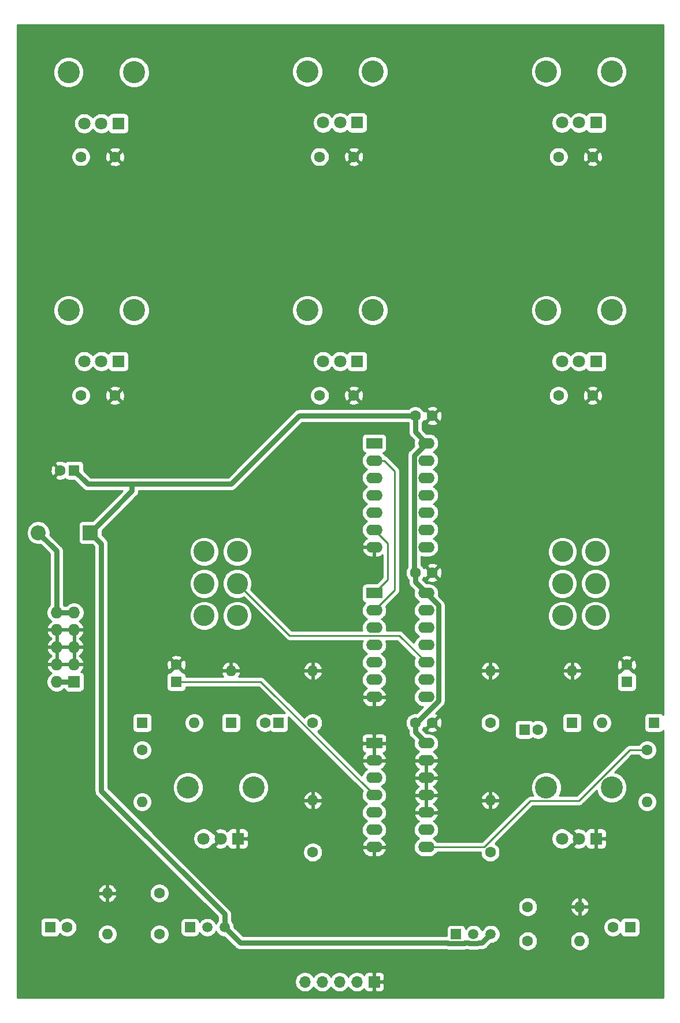
<source format=gbr>
G04 #@! TF.GenerationSoftware,KiCad,Pcbnew,5.1.6-c6e7f7d~87~ubuntu20.04.1*
G04 #@! TF.CreationDate,2020-10-18T19:21:13-04:00*
G04 #@! TF.ProjectId,noisebells,6e6f6973-6562-4656-9c6c-732e6b696361,rev?*
G04 #@! TF.SameCoordinates,Original*
G04 #@! TF.FileFunction,Copper,L2,Bot*
G04 #@! TF.FilePolarity,Positive*
%FSLAX46Y46*%
G04 Gerber Fmt 4.6, Leading zero omitted, Abs format (unit mm)*
G04 Created by KiCad (PCBNEW 5.1.6-c6e7f7d~87~ubuntu20.04.1) date 2020-10-18 19:21:13*
%MOMM*%
%LPD*%
G01*
G04 APERTURE LIST*
G04 #@! TA.AperFunction,ComponentPad*
%ADD10R,1.800000X1.800000*%
G04 #@! TD*
G04 #@! TA.AperFunction,ComponentPad*
%ADD11C,1.800000*%
G04 #@! TD*
G04 #@! TA.AperFunction,ComponentPad*
%ADD12C,3.240000*%
G04 #@! TD*
G04 #@! TA.AperFunction,ComponentPad*
%ADD13O,2.400000X1.600000*%
G04 #@! TD*
G04 #@! TA.AperFunction,ComponentPad*
%ADD14R,2.400000X1.600000*%
G04 #@! TD*
G04 #@! TA.AperFunction,ComponentPad*
%ADD15C,3.100000*%
G04 #@! TD*
G04 #@! TA.AperFunction,ComponentPad*
%ADD16O,1.600000X1.600000*%
G04 #@! TD*
G04 #@! TA.AperFunction,ComponentPad*
%ADD17C,1.600000*%
G04 #@! TD*
G04 #@! TA.AperFunction,ComponentPad*
%ADD18R,1.600000X1.600000*%
G04 #@! TD*
G04 #@! TA.AperFunction,ComponentPad*
%ADD19O,2.200000X2.200000*%
G04 #@! TD*
G04 #@! TA.AperFunction,ComponentPad*
%ADD20R,2.200000X2.200000*%
G04 #@! TD*
G04 #@! TA.AperFunction,ComponentPad*
%ADD21O,1.700000X1.700000*%
G04 #@! TD*
G04 #@! TA.AperFunction,ComponentPad*
%ADD22R,1.700000X1.700000*%
G04 #@! TD*
G04 #@! TA.AperFunction,ComponentPad*
%ADD23R,1.500000X1.500000*%
G04 #@! TD*
G04 #@! TA.AperFunction,ComponentPad*
%ADD24C,1.500000*%
G04 #@! TD*
G04 #@! TA.AperFunction,ComponentPad*
%ADD25O,1.727200X1.727200*%
G04 #@! TD*
G04 #@! TA.AperFunction,ComponentPad*
%ADD26R,1.727200X1.727200*%
G04 #@! TD*
G04 #@! TA.AperFunction,Conductor*
%ADD27C,0.250000*%
G04 #@! TD*
G04 #@! TA.AperFunction,Conductor*
%ADD28C,0.750000*%
G04 #@! TD*
G04 #@! TA.AperFunction,Conductor*
%ADD29C,0.254000*%
G04 #@! TD*
G04 APERTURE END LIST*
D10*
X192000000Y-185400000D03*
D11*
X189500000Y-185400000D03*
X187000000Y-185400000D03*
D12*
X184700000Y-177900000D03*
X194300000Y-177900000D03*
D10*
X244500000Y-185400000D03*
D11*
X242000000Y-185400000D03*
X239500000Y-185400000D03*
D12*
X237200000Y-177900000D03*
X246800000Y-177900000D03*
D10*
X174500000Y-115400000D03*
D11*
X172000000Y-115400000D03*
X169500000Y-115400000D03*
D12*
X167200000Y-107900000D03*
X176800000Y-107900000D03*
D10*
X209500000Y-115400000D03*
D11*
X207000000Y-115400000D03*
X204500000Y-115400000D03*
D12*
X202200000Y-107900000D03*
X211800000Y-107900000D03*
D10*
X174500000Y-80500000D03*
D11*
X172000000Y-80500000D03*
X169500000Y-80500000D03*
D12*
X167200000Y-73000000D03*
X176800000Y-73000000D03*
D10*
X209500000Y-80400000D03*
D11*
X207000000Y-80400000D03*
X204500000Y-80400000D03*
D12*
X202200000Y-72900000D03*
X211800000Y-72900000D03*
D10*
X244500000Y-115400000D03*
D11*
X242000000Y-115400000D03*
X239500000Y-115400000D03*
D12*
X237200000Y-107900000D03*
X246800000Y-107900000D03*
D10*
X244500000Y-80400000D03*
D11*
X242000000Y-80400000D03*
X239500000Y-80400000D03*
D12*
X237200000Y-72900000D03*
X246800000Y-72900000D03*
D13*
X219620000Y-171400000D03*
X212000000Y-186640000D03*
X219620000Y-173940000D03*
X212000000Y-184100000D03*
X219620000Y-176480000D03*
X212000000Y-181560000D03*
X219620000Y-179020000D03*
X212000000Y-179020000D03*
X219620000Y-181560000D03*
X212000000Y-176480000D03*
X219620000Y-184100000D03*
X212000000Y-173940000D03*
X219620000Y-186640000D03*
D14*
X212000000Y-171400000D03*
D15*
X187085000Y-143300000D03*
X187085000Y-148000000D03*
X187085000Y-152700000D03*
X191915000Y-143300000D03*
X191915000Y-152700000D03*
X191915000Y-148000000D03*
D16*
X242120000Y-200400000D03*
D17*
X234500000Y-200400000D03*
X249000000Y-159900000D03*
D18*
X249000000Y-162400000D03*
D17*
X183000000Y-159900000D03*
D18*
X183000000Y-162400000D03*
D19*
X162768000Y-140524000D03*
D20*
X170388000Y-140524000D03*
D21*
X201840000Y-206400000D03*
X204380000Y-206400000D03*
X206920000Y-206400000D03*
X209460000Y-206400000D03*
D22*
X212000000Y-206400000D03*
D17*
X220500000Y-168400000D03*
X218000000Y-168400000D03*
X220500000Y-146400000D03*
X218000000Y-146400000D03*
D16*
X172880000Y-199400000D03*
D17*
X180500000Y-199400000D03*
X174000000Y-120400000D03*
X169000000Y-120400000D03*
D23*
X224000000Y-199400000D03*
D24*
X229080000Y-199400000D03*
X226540000Y-199400000D03*
D17*
X196000000Y-168400000D03*
D18*
X198000000Y-168400000D03*
D16*
X245380000Y-168400000D03*
D18*
X253000000Y-168400000D03*
D16*
X229000000Y-160780000D03*
D17*
X229000000Y-168400000D03*
D13*
X219620000Y-149400000D03*
X212000000Y-164640000D03*
X219620000Y-151940000D03*
X212000000Y-162100000D03*
X219620000Y-154480000D03*
X212000000Y-159560000D03*
X219620000Y-157020000D03*
X212000000Y-157020000D03*
X219620000Y-159560000D03*
X212000000Y-154480000D03*
X219620000Y-162100000D03*
X212000000Y-151940000D03*
X219620000Y-164640000D03*
D14*
X212000000Y-149400000D03*
D17*
X209000000Y-85400000D03*
X204000000Y-85400000D03*
X244000000Y-120400000D03*
X239000000Y-120400000D03*
X174000000Y-85400000D03*
X169000000Y-85400000D03*
X209000000Y-120400000D03*
X204000000Y-120400000D03*
X166000000Y-131400000D03*
D18*
X168000000Y-131400000D03*
D23*
X185000000Y-198400000D03*
D24*
X190080000Y-198400000D03*
X187540000Y-198400000D03*
D17*
X244000000Y-85400000D03*
X239000000Y-85400000D03*
D16*
X185620000Y-168400000D03*
D18*
X178000000Y-168400000D03*
D17*
X247000000Y-198400000D03*
D18*
X249500000Y-198400000D03*
D13*
X219620000Y-127400000D03*
X212000000Y-142640000D03*
X219620000Y-129940000D03*
X212000000Y-140100000D03*
X219620000Y-132480000D03*
X212000000Y-137560000D03*
X219620000Y-135020000D03*
X212000000Y-135020000D03*
X219620000Y-137560000D03*
X212000000Y-132480000D03*
X219620000Y-140100000D03*
X212000000Y-129940000D03*
X219620000Y-142640000D03*
D14*
X212000000Y-127400000D03*
D15*
X239585000Y-143300000D03*
X239585000Y-148000000D03*
X239585000Y-152700000D03*
X244415000Y-143300000D03*
X244415000Y-152700000D03*
X244415000Y-148000000D03*
D16*
X252000000Y-180020000D03*
D17*
X252000000Y-172400000D03*
D16*
X241000000Y-160780000D03*
D18*
X241000000Y-168400000D03*
D16*
X178000000Y-180020000D03*
D17*
X178000000Y-172400000D03*
X167000000Y-198400000D03*
D18*
X164500000Y-198400000D03*
D16*
X229000000Y-179780000D03*
D17*
X229000000Y-187400000D03*
D16*
X203000000Y-179780000D03*
D17*
X203000000Y-187400000D03*
D16*
X242120000Y-195400000D03*
D17*
X234500000Y-195400000D03*
D16*
X172880000Y-193400000D03*
D17*
X180500000Y-193400000D03*
X236000000Y-169400000D03*
D18*
X234000000Y-169400000D03*
D16*
X191000000Y-160780000D03*
D18*
X191000000Y-168400000D03*
D16*
X203000000Y-160780000D03*
D17*
X203000000Y-168400000D03*
X220500000Y-123400000D03*
X218000000Y-123400000D03*
D25*
X165460000Y-152240000D03*
X168000000Y-152240000D03*
X165460000Y-154780000D03*
X168000000Y-154780000D03*
X165460000Y-157320000D03*
X168000000Y-157320000D03*
X165460000Y-159860000D03*
X168000000Y-159860000D03*
X165460000Y-162400000D03*
D26*
X168000000Y-162400000D03*
D27*
X241976397Y-179845001D02*
X249421398Y-172400000D01*
X234889997Y-179845001D02*
X241976397Y-179845001D01*
X249421398Y-172400000D02*
X252000000Y-172400000D01*
X228094998Y-186640000D02*
X234889997Y-179845001D01*
X219620000Y-186640000D02*
X228094998Y-186640000D01*
X195380000Y-162400000D02*
X212000000Y-179020000D01*
X183000000Y-162400000D02*
X195380000Y-162400000D01*
D28*
X170388000Y-140524000D02*
X172000000Y-142136000D01*
X190080000Y-198400000D02*
X192355020Y-200675020D01*
X176500000Y-133400000D02*
X170000000Y-133400000D01*
X225854018Y-200675020D02*
X225903999Y-200725001D01*
X172000000Y-142136000D02*
X172000000Y-178400000D01*
X218000000Y-147780000D02*
X219620000Y-149400000D01*
X173436000Y-137476000D02*
X170388000Y-140524000D01*
X227804980Y-200675020D02*
X229080000Y-199400000D01*
X172000000Y-178400000D02*
X190080000Y-196480000D01*
X222789999Y-200725001D02*
X225210001Y-200725001D01*
X201000000Y-123400000D02*
X191000000Y-133400000D01*
X192355020Y-200675020D02*
X222740018Y-200675020D01*
X191000000Y-133400000D02*
X176500000Y-133400000D01*
X218000000Y-168400000D02*
X218000000Y-169780000D01*
X170000000Y-133400000D02*
X168000000Y-131400000D01*
X217844990Y-129175010D02*
X217844990Y-146244990D01*
X227176001Y-200725001D02*
X227225982Y-200675020D01*
X218000000Y-125780000D02*
X219620000Y-127400000D01*
X222740018Y-200675020D02*
X222789999Y-200725001D01*
X227225982Y-200675020D02*
X227804980Y-200675020D01*
X225259982Y-200675020D02*
X225854018Y-200675020D01*
X219620000Y-127400000D02*
X217844990Y-129175010D01*
X225903999Y-200725001D02*
X227176001Y-200725001D01*
X190080000Y-196480000D02*
X190080000Y-198400000D01*
X176500000Y-133400000D02*
X176500000Y-134412000D01*
X218000000Y-123400000D02*
X201000000Y-123400000D01*
X176500000Y-134412000D02*
X173436000Y-137476000D01*
X218000000Y-169780000D02*
X219620000Y-171400000D01*
X218000000Y-146400000D02*
X218000000Y-147780000D01*
X217844990Y-146244990D02*
X218000000Y-146400000D01*
X218000000Y-123400000D02*
X218000000Y-125780000D01*
X225210001Y-200725001D02*
X225259982Y-200675020D01*
X218204557Y-168400000D02*
X218000000Y-168400000D01*
X221395010Y-151175010D02*
X221395010Y-165209547D01*
X221395010Y-165209547D02*
X218204557Y-168400000D01*
X219620000Y-149400000D02*
X221395010Y-151175010D01*
D27*
X215000000Y-131490000D02*
X215000000Y-148940000D01*
X215000000Y-148940000D02*
X212000000Y-151940000D01*
X212000000Y-129940000D02*
X212000000Y-129400000D01*
X212000000Y-129940000D02*
X213450000Y-129940000D01*
X213450000Y-129940000D02*
X215000000Y-131490000D01*
X214000000Y-147400000D02*
X212000000Y-149400000D01*
X212000000Y-140100000D02*
X212000000Y-140400000D01*
X212000000Y-140100000D02*
X214000000Y-142100000D01*
X214000000Y-142100000D02*
X214000000Y-147400000D01*
X199605010Y-155605010D02*
X191900000Y-147900000D01*
X215665010Y-155605010D02*
X199605010Y-155605010D01*
X219620000Y-159560000D02*
X215665010Y-155605010D01*
D28*
X165460000Y-162400000D02*
X168000000Y-162400000D01*
X165460000Y-143216000D02*
X162768000Y-140524000D01*
X168000000Y-152240000D02*
X165460000Y-152240000D01*
X165460000Y-152240000D02*
X165460000Y-143216000D01*
D29*
G36*
X254340001Y-167263211D02*
G01*
X254330537Y-167245506D01*
X254251185Y-167148815D01*
X254154494Y-167069463D01*
X254044180Y-167010498D01*
X253924482Y-166974188D01*
X253800000Y-166961928D01*
X252200000Y-166961928D01*
X252075518Y-166974188D01*
X251955820Y-167010498D01*
X251845506Y-167069463D01*
X251748815Y-167148815D01*
X251669463Y-167245506D01*
X251610498Y-167355820D01*
X251574188Y-167475518D01*
X251561928Y-167600000D01*
X251561928Y-169200000D01*
X251574188Y-169324482D01*
X251610498Y-169444180D01*
X251669463Y-169554494D01*
X251748815Y-169651185D01*
X251845506Y-169730537D01*
X251955820Y-169789502D01*
X252075518Y-169825812D01*
X252200000Y-169838072D01*
X253800000Y-169838072D01*
X253924482Y-169825812D01*
X254044180Y-169789502D01*
X254154494Y-169730537D01*
X254251185Y-169651185D01*
X254330537Y-169554494D01*
X254340001Y-169536789D01*
X254340001Y-208740000D01*
X159660000Y-208740000D01*
X159660000Y-206253740D01*
X200355000Y-206253740D01*
X200355000Y-206546260D01*
X200412068Y-206833158D01*
X200524010Y-207103411D01*
X200686525Y-207346632D01*
X200893368Y-207553475D01*
X201136589Y-207715990D01*
X201406842Y-207827932D01*
X201693740Y-207885000D01*
X201986260Y-207885000D01*
X202273158Y-207827932D01*
X202543411Y-207715990D01*
X202786632Y-207553475D01*
X202993475Y-207346632D01*
X203110000Y-207172240D01*
X203226525Y-207346632D01*
X203433368Y-207553475D01*
X203676589Y-207715990D01*
X203946842Y-207827932D01*
X204233740Y-207885000D01*
X204526260Y-207885000D01*
X204813158Y-207827932D01*
X205083411Y-207715990D01*
X205326632Y-207553475D01*
X205533475Y-207346632D01*
X205650000Y-207172240D01*
X205766525Y-207346632D01*
X205973368Y-207553475D01*
X206216589Y-207715990D01*
X206486842Y-207827932D01*
X206773740Y-207885000D01*
X207066260Y-207885000D01*
X207353158Y-207827932D01*
X207623411Y-207715990D01*
X207866632Y-207553475D01*
X208073475Y-207346632D01*
X208190000Y-207172240D01*
X208306525Y-207346632D01*
X208513368Y-207553475D01*
X208756589Y-207715990D01*
X209026842Y-207827932D01*
X209313740Y-207885000D01*
X209606260Y-207885000D01*
X209893158Y-207827932D01*
X210163411Y-207715990D01*
X210406632Y-207553475D01*
X210538487Y-207421620D01*
X210560498Y-207494180D01*
X210619463Y-207604494D01*
X210698815Y-207701185D01*
X210795506Y-207780537D01*
X210905820Y-207839502D01*
X211025518Y-207875812D01*
X211150000Y-207888072D01*
X211714250Y-207885000D01*
X211873000Y-207726250D01*
X211873000Y-206527000D01*
X212127000Y-206527000D01*
X212127000Y-207726250D01*
X212285750Y-207885000D01*
X212850000Y-207888072D01*
X212974482Y-207875812D01*
X213094180Y-207839502D01*
X213204494Y-207780537D01*
X213301185Y-207701185D01*
X213380537Y-207604494D01*
X213439502Y-207494180D01*
X213475812Y-207374482D01*
X213488072Y-207250000D01*
X213485000Y-206685750D01*
X213326250Y-206527000D01*
X212127000Y-206527000D01*
X211873000Y-206527000D01*
X211853000Y-206527000D01*
X211853000Y-206273000D01*
X211873000Y-206273000D01*
X211873000Y-205073750D01*
X212127000Y-205073750D01*
X212127000Y-206273000D01*
X213326250Y-206273000D01*
X213485000Y-206114250D01*
X213488072Y-205550000D01*
X213475812Y-205425518D01*
X213439502Y-205305820D01*
X213380537Y-205195506D01*
X213301185Y-205098815D01*
X213204494Y-205019463D01*
X213094180Y-204960498D01*
X212974482Y-204924188D01*
X212850000Y-204911928D01*
X212285750Y-204915000D01*
X212127000Y-205073750D01*
X211873000Y-205073750D01*
X211714250Y-204915000D01*
X211150000Y-204911928D01*
X211025518Y-204924188D01*
X210905820Y-204960498D01*
X210795506Y-205019463D01*
X210698815Y-205098815D01*
X210619463Y-205195506D01*
X210560498Y-205305820D01*
X210538487Y-205378380D01*
X210406632Y-205246525D01*
X210163411Y-205084010D01*
X209893158Y-204972068D01*
X209606260Y-204915000D01*
X209313740Y-204915000D01*
X209026842Y-204972068D01*
X208756589Y-205084010D01*
X208513368Y-205246525D01*
X208306525Y-205453368D01*
X208190000Y-205627760D01*
X208073475Y-205453368D01*
X207866632Y-205246525D01*
X207623411Y-205084010D01*
X207353158Y-204972068D01*
X207066260Y-204915000D01*
X206773740Y-204915000D01*
X206486842Y-204972068D01*
X206216589Y-205084010D01*
X205973368Y-205246525D01*
X205766525Y-205453368D01*
X205650000Y-205627760D01*
X205533475Y-205453368D01*
X205326632Y-205246525D01*
X205083411Y-205084010D01*
X204813158Y-204972068D01*
X204526260Y-204915000D01*
X204233740Y-204915000D01*
X203946842Y-204972068D01*
X203676589Y-205084010D01*
X203433368Y-205246525D01*
X203226525Y-205453368D01*
X203110000Y-205627760D01*
X202993475Y-205453368D01*
X202786632Y-205246525D01*
X202543411Y-205084010D01*
X202273158Y-204972068D01*
X201986260Y-204915000D01*
X201693740Y-204915000D01*
X201406842Y-204972068D01*
X201136589Y-205084010D01*
X200893368Y-205246525D01*
X200686525Y-205453368D01*
X200524010Y-205696589D01*
X200412068Y-205966842D01*
X200355000Y-206253740D01*
X159660000Y-206253740D01*
X159660000Y-197600000D01*
X163061928Y-197600000D01*
X163061928Y-199200000D01*
X163074188Y-199324482D01*
X163110498Y-199444180D01*
X163169463Y-199554494D01*
X163248815Y-199651185D01*
X163345506Y-199730537D01*
X163455820Y-199789502D01*
X163575518Y-199825812D01*
X163700000Y-199838072D01*
X165300000Y-199838072D01*
X165424482Y-199825812D01*
X165544180Y-199789502D01*
X165654494Y-199730537D01*
X165751185Y-199651185D01*
X165830537Y-199554494D01*
X165889502Y-199444180D01*
X165918661Y-199348057D01*
X166085241Y-199514637D01*
X166320273Y-199671680D01*
X166581426Y-199779853D01*
X166858665Y-199835000D01*
X167141335Y-199835000D01*
X167418574Y-199779853D01*
X167679727Y-199671680D01*
X167914759Y-199514637D01*
X168114637Y-199314759D01*
X168152117Y-199258665D01*
X171445000Y-199258665D01*
X171445000Y-199541335D01*
X171500147Y-199818574D01*
X171608320Y-200079727D01*
X171765363Y-200314759D01*
X171965241Y-200514637D01*
X172200273Y-200671680D01*
X172461426Y-200779853D01*
X172738665Y-200835000D01*
X173021335Y-200835000D01*
X173298574Y-200779853D01*
X173559727Y-200671680D01*
X173794759Y-200514637D01*
X173994637Y-200314759D01*
X174151680Y-200079727D01*
X174259853Y-199818574D01*
X174315000Y-199541335D01*
X174315000Y-199258665D01*
X179065000Y-199258665D01*
X179065000Y-199541335D01*
X179120147Y-199818574D01*
X179228320Y-200079727D01*
X179385363Y-200314759D01*
X179585241Y-200514637D01*
X179820273Y-200671680D01*
X180081426Y-200779853D01*
X180358665Y-200835000D01*
X180641335Y-200835000D01*
X180918574Y-200779853D01*
X181179727Y-200671680D01*
X181414759Y-200514637D01*
X181614637Y-200314759D01*
X181771680Y-200079727D01*
X181879853Y-199818574D01*
X181935000Y-199541335D01*
X181935000Y-199258665D01*
X181879853Y-198981426D01*
X181771680Y-198720273D01*
X181614637Y-198485241D01*
X181414759Y-198285363D01*
X181179727Y-198128320D01*
X180918574Y-198020147D01*
X180641335Y-197965000D01*
X180358665Y-197965000D01*
X180081426Y-198020147D01*
X179820273Y-198128320D01*
X179585241Y-198285363D01*
X179385363Y-198485241D01*
X179228320Y-198720273D01*
X179120147Y-198981426D01*
X179065000Y-199258665D01*
X174315000Y-199258665D01*
X174259853Y-198981426D01*
X174151680Y-198720273D01*
X173994637Y-198485241D01*
X173794759Y-198285363D01*
X173559727Y-198128320D01*
X173298574Y-198020147D01*
X173021335Y-197965000D01*
X172738665Y-197965000D01*
X172461426Y-198020147D01*
X172200273Y-198128320D01*
X171965241Y-198285363D01*
X171765363Y-198485241D01*
X171608320Y-198720273D01*
X171500147Y-198981426D01*
X171445000Y-199258665D01*
X168152117Y-199258665D01*
X168271680Y-199079727D01*
X168379853Y-198818574D01*
X168435000Y-198541335D01*
X168435000Y-198258665D01*
X168379853Y-197981426D01*
X168271680Y-197720273D01*
X168114637Y-197485241D01*
X167914759Y-197285363D01*
X167679727Y-197128320D01*
X167418574Y-197020147D01*
X167141335Y-196965000D01*
X166858665Y-196965000D01*
X166581426Y-197020147D01*
X166320273Y-197128320D01*
X166085241Y-197285363D01*
X165918661Y-197451943D01*
X165889502Y-197355820D01*
X165830537Y-197245506D01*
X165751185Y-197148815D01*
X165654494Y-197069463D01*
X165544180Y-197010498D01*
X165424482Y-196974188D01*
X165300000Y-196961928D01*
X163700000Y-196961928D01*
X163575518Y-196974188D01*
X163455820Y-197010498D01*
X163345506Y-197069463D01*
X163248815Y-197148815D01*
X163169463Y-197245506D01*
X163110498Y-197355820D01*
X163074188Y-197475518D01*
X163061928Y-197600000D01*
X159660000Y-197600000D01*
X159660000Y-193749039D01*
X171488096Y-193749039D01*
X171528754Y-193883087D01*
X171648963Y-194137420D01*
X171816481Y-194363414D01*
X172024869Y-194552385D01*
X172266119Y-194697070D01*
X172530960Y-194791909D01*
X172753000Y-194670624D01*
X172753000Y-193527000D01*
X173007000Y-193527000D01*
X173007000Y-194670624D01*
X173229040Y-194791909D01*
X173493881Y-194697070D01*
X173735131Y-194552385D01*
X173943519Y-194363414D01*
X174111037Y-194137420D01*
X174231246Y-193883087D01*
X174271904Y-193749039D01*
X174149915Y-193527000D01*
X173007000Y-193527000D01*
X172753000Y-193527000D01*
X171610085Y-193527000D01*
X171488096Y-193749039D01*
X159660000Y-193749039D01*
X159660000Y-193050961D01*
X171488096Y-193050961D01*
X171610085Y-193273000D01*
X172753000Y-193273000D01*
X172753000Y-192129376D01*
X173007000Y-192129376D01*
X173007000Y-193273000D01*
X174149915Y-193273000D01*
X174157790Y-193258665D01*
X179065000Y-193258665D01*
X179065000Y-193541335D01*
X179120147Y-193818574D01*
X179228320Y-194079727D01*
X179385363Y-194314759D01*
X179585241Y-194514637D01*
X179820273Y-194671680D01*
X180081426Y-194779853D01*
X180358665Y-194835000D01*
X180641335Y-194835000D01*
X180918574Y-194779853D01*
X181179727Y-194671680D01*
X181414759Y-194514637D01*
X181614637Y-194314759D01*
X181771680Y-194079727D01*
X181879853Y-193818574D01*
X181935000Y-193541335D01*
X181935000Y-193258665D01*
X181879853Y-192981426D01*
X181771680Y-192720273D01*
X181614637Y-192485241D01*
X181414759Y-192285363D01*
X181179727Y-192128320D01*
X180918574Y-192020147D01*
X180641335Y-191965000D01*
X180358665Y-191965000D01*
X180081426Y-192020147D01*
X179820273Y-192128320D01*
X179585241Y-192285363D01*
X179385363Y-192485241D01*
X179228320Y-192720273D01*
X179120147Y-192981426D01*
X179065000Y-193258665D01*
X174157790Y-193258665D01*
X174271904Y-193050961D01*
X174231246Y-192916913D01*
X174111037Y-192662580D01*
X173943519Y-192436586D01*
X173735131Y-192247615D01*
X173493881Y-192102930D01*
X173229040Y-192008091D01*
X173007000Y-192129376D01*
X172753000Y-192129376D01*
X172530960Y-192008091D01*
X172266119Y-192102930D01*
X172024869Y-192247615D01*
X171816481Y-192436586D01*
X171648963Y-192662580D01*
X171528754Y-192916913D01*
X171488096Y-193050961D01*
X159660000Y-193050961D01*
X159660000Y-162252401D01*
X163961400Y-162252401D01*
X163961400Y-162547599D01*
X164018990Y-162837125D01*
X164131958Y-163109853D01*
X164295961Y-163355302D01*
X164504698Y-163564039D01*
X164750147Y-163728042D01*
X165022875Y-163841010D01*
X165312401Y-163898600D01*
X165607599Y-163898600D01*
X165897125Y-163841010D01*
X166169853Y-163728042D01*
X166415302Y-163564039D01*
X166529364Y-163449977D01*
X166546898Y-163507780D01*
X166605863Y-163618094D01*
X166685215Y-163714785D01*
X166781906Y-163794137D01*
X166892220Y-163853102D01*
X167011918Y-163889412D01*
X167136400Y-163901672D01*
X168863600Y-163901672D01*
X168988082Y-163889412D01*
X169107780Y-163853102D01*
X169218094Y-163794137D01*
X169314785Y-163714785D01*
X169394137Y-163618094D01*
X169453102Y-163507780D01*
X169489412Y-163388082D01*
X169501672Y-163263600D01*
X169501672Y-161536400D01*
X169489412Y-161411918D01*
X169453102Y-161292220D01*
X169394137Y-161181906D01*
X169314785Y-161085215D01*
X169218094Y-161005863D01*
X169107780Y-160946898D01*
X169043426Y-160927376D01*
X169106854Y-160870293D01*
X169282684Y-160634944D01*
X169409222Y-160369814D01*
X169454958Y-160219026D01*
X169333817Y-159987000D01*
X168127000Y-159987000D01*
X168127000Y-160007000D01*
X167873000Y-160007000D01*
X167873000Y-159987000D01*
X165587000Y-159987000D01*
X165587000Y-160007000D01*
X165333000Y-160007000D01*
X165333000Y-159987000D01*
X164126183Y-159987000D01*
X164005042Y-160219026D01*
X164050778Y-160369814D01*
X164177316Y-160634944D01*
X164353146Y-160870293D01*
X164571512Y-161066817D01*
X164670103Y-161125441D01*
X164504698Y-161235961D01*
X164295961Y-161444698D01*
X164131958Y-161690147D01*
X164018990Y-161962875D01*
X163961400Y-162252401D01*
X159660000Y-162252401D01*
X159660000Y-157679026D01*
X164005042Y-157679026D01*
X164050778Y-157829814D01*
X164177316Y-158094944D01*
X164353146Y-158330293D01*
X164571512Y-158526817D01*
X164677770Y-158590000D01*
X164571512Y-158653183D01*
X164353146Y-158849707D01*
X164177316Y-159085056D01*
X164050778Y-159350186D01*
X164005042Y-159500974D01*
X164126183Y-159733000D01*
X165333000Y-159733000D01*
X165333000Y-157447000D01*
X165587000Y-157447000D01*
X165587000Y-159733000D01*
X167873000Y-159733000D01*
X167873000Y-157447000D01*
X168127000Y-157447000D01*
X168127000Y-159733000D01*
X169333817Y-159733000D01*
X169454958Y-159500974D01*
X169409222Y-159350186D01*
X169282684Y-159085056D01*
X169106854Y-158849707D01*
X168888488Y-158653183D01*
X168782230Y-158590000D01*
X168888488Y-158526817D01*
X169106854Y-158330293D01*
X169282684Y-158094944D01*
X169409222Y-157829814D01*
X169454958Y-157679026D01*
X169333817Y-157447000D01*
X168127000Y-157447000D01*
X167873000Y-157447000D01*
X165587000Y-157447000D01*
X165333000Y-157447000D01*
X164126183Y-157447000D01*
X164005042Y-157679026D01*
X159660000Y-157679026D01*
X159660000Y-155139026D01*
X164005042Y-155139026D01*
X164050778Y-155289814D01*
X164177316Y-155554944D01*
X164353146Y-155790293D01*
X164571512Y-155986817D01*
X164677770Y-156050000D01*
X164571512Y-156113183D01*
X164353146Y-156309707D01*
X164177316Y-156545056D01*
X164050778Y-156810186D01*
X164005042Y-156960974D01*
X164126183Y-157193000D01*
X165333000Y-157193000D01*
X165333000Y-154907000D01*
X165587000Y-154907000D01*
X165587000Y-157193000D01*
X167873000Y-157193000D01*
X167873000Y-154907000D01*
X168127000Y-154907000D01*
X168127000Y-157193000D01*
X169333817Y-157193000D01*
X169454958Y-156960974D01*
X169409222Y-156810186D01*
X169282684Y-156545056D01*
X169106854Y-156309707D01*
X168888488Y-156113183D01*
X168782230Y-156050000D01*
X168888488Y-155986817D01*
X169106854Y-155790293D01*
X169282684Y-155554944D01*
X169409222Y-155289814D01*
X169454958Y-155139026D01*
X169333817Y-154907000D01*
X168127000Y-154907000D01*
X167873000Y-154907000D01*
X165587000Y-154907000D01*
X165333000Y-154907000D01*
X164126183Y-154907000D01*
X164005042Y-155139026D01*
X159660000Y-155139026D01*
X159660000Y-140353117D01*
X161033000Y-140353117D01*
X161033000Y-140694883D01*
X161099675Y-141030081D01*
X161230463Y-141345831D01*
X161420337Y-141629998D01*
X161662002Y-141871663D01*
X161946169Y-142061537D01*
X162261919Y-142192325D01*
X162597117Y-142259000D01*
X162938883Y-142259000D01*
X163052120Y-142236476D01*
X164450001Y-143634357D01*
X164450000Y-151130659D01*
X164295961Y-151284698D01*
X164131958Y-151530147D01*
X164018990Y-151802875D01*
X163961400Y-152092401D01*
X163961400Y-152387599D01*
X164018990Y-152677125D01*
X164131958Y-152949853D01*
X164295961Y-153195302D01*
X164504698Y-153404039D01*
X164670103Y-153514559D01*
X164571512Y-153573183D01*
X164353146Y-153769707D01*
X164177316Y-154005056D01*
X164050778Y-154270186D01*
X164005042Y-154420974D01*
X164126183Y-154653000D01*
X165333000Y-154653000D01*
X165333000Y-154633000D01*
X165587000Y-154633000D01*
X165587000Y-154653000D01*
X167873000Y-154653000D01*
X167873000Y-154633000D01*
X168127000Y-154633000D01*
X168127000Y-154653000D01*
X169333817Y-154653000D01*
X169454958Y-154420974D01*
X169409222Y-154270186D01*
X169282684Y-154005056D01*
X169106854Y-153769707D01*
X168888488Y-153573183D01*
X168789897Y-153514559D01*
X168955302Y-153404039D01*
X169164039Y-153195302D01*
X169328042Y-152949853D01*
X169441010Y-152677125D01*
X169498600Y-152387599D01*
X169498600Y-152092401D01*
X169441010Y-151802875D01*
X169328042Y-151530147D01*
X169164039Y-151284698D01*
X168955302Y-151075961D01*
X168709853Y-150911958D01*
X168437125Y-150798990D01*
X168147599Y-150741400D01*
X167852401Y-150741400D01*
X167562875Y-150798990D01*
X167290147Y-150911958D01*
X167044698Y-151075961D01*
X166890659Y-151230000D01*
X166569341Y-151230000D01*
X166470000Y-151130659D01*
X166470000Y-143265608D01*
X166474886Y-143216000D01*
X166455385Y-143018005D01*
X166397632Y-142827620D01*
X166310068Y-142663799D01*
X166303847Y-142652160D01*
X166177633Y-142498367D01*
X166139100Y-142466744D01*
X164480476Y-140808120D01*
X164503000Y-140694883D01*
X164503000Y-140353117D01*
X164436325Y-140017919D01*
X164305537Y-139702169D01*
X164115663Y-139418002D01*
X163873998Y-139176337D01*
X163589831Y-138986463D01*
X163274081Y-138855675D01*
X162938883Y-138789000D01*
X162597117Y-138789000D01*
X162261919Y-138855675D01*
X161946169Y-138986463D01*
X161662002Y-139176337D01*
X161420337Y-139418002D01*
X161230463Y-139702169D01*
X161099675Y-140017919D01*
X161033000Y-140353117D01*
X159660000Y-140353117D01*
X159660000Y-131470512D01*
X164559783Y-131470512D01*
X164601213Y-131750130D01*
X164696397Y-132016292D01*
X164763329Y-132141514D01*
X165007298Y-132213097D01*
X165820395Y-131400000D01*
X165007298Y-130586903D01*
X164763329Y-130658486D01*
X164642429Y-130913996D01*
X164573700Y-131188184D01*
X164559783Y-131470512D01*
X159660000Y-131470512D01*
X159660000Y-130407298D01*
X165186903Y-130407298D01*
X166000000Y-131220395D01*
X166014143Y-131206253D01*
X166193748Y-131385858D01*
X166179605Y-131400000D01*
X166193748Y-131414143D01*
X166014143Y-131593748D01*
X166000000Y-131579605D01*
X165186903Y-132392702D01*
X165258486Y-132636671D01*
X165513996Y-132757571D01*
X165788184Y-132826300D01*
X166070512Y-132840217D01*
X166350130Y-132798787D01*
X166616292Y-132703603D01*
X166738309Y-132638384D01*
X166748815Y-132651185D01*
X166845506Y-132730537D01*
X166955820Y-132789502D01*
X167075518Y-132825812D01*
X167200000Y-132838072D01*
X168009717Y-132838072D01*
X169250739Y-134079094D01*
X169282367Y-134117633D01*
X169436160Y-134243847D01*
X169611620Y-134337632D01*
X169802006Y-134395385D01*
X169950392Y-134410000D01*
X169950394Y-134410000D01*
X169999999Y-134414886D01*
X170049604Y-134410000D01*
X175073645Y-134410000D01*
X172756906Y-136726739D01*
X172756900Y-136726744D01*
X170697717Y-138785928D01*
X169288000Y-138785928D01*
X169163518Y-138798188D01*
X169043820Y-138834498D01*
X168933506Y-138893463D01*
X168836815Y-138972815D01*
X168757463Y-139069506D01*
X168698498Y-139179820D01*
X168662188Y-139299518D01*
X168649928Y-139424000D01*
X168649928Y-141624000D01*
X168662188Y-141748482D01*
X168698498Y-141868180D01*
X168757463Y-141978494D01*
X168836815Y-142075185D01*
X168933506Y-142154537D01*
X169043820Y-142213502D01*
X169163518Y-142249812D01*
X169288000Y-142262072D01*
X170697717Y-142262072D01*
X170990000Y-142554355D01*
X170990001Y-178350382D01*
X170985114Y-178400000D01*
X171004615Y-178597994D01*
X171062368Y-178788379D01*
X171135324Y-178924869D01*
X171156154Y-178963840D01*
X171282368Y-179117633D01*
X171320901Y-179149256D01*
X189070000Y-196898355D01*
X189070001Y-197451314D01*
X189004201Y-197517114D01*
X188852629Y-197743957D01*
X188810000Y-197846873D01*
X188767371Y-197743957D01*
X188615799Y-197517114D01*
X188422886Y-197324201D01*
X188196043Y-197172629D01*
X187943989Y-197068225D01*
X187676411Y-197015000D01*
X187403589Y-197015000D01*
X187136011Y-197068225D01*
X186883957Y-197172629D01*
X186657114Y-197324201D01*
X186464201Y-197517114D01*
X186386445Y-197633483D01*
X186375812Y-197525518D01*
X186339502Y-197405820D01*
X186280537Y-197295506D01*
X186201185Y-197198815D01*
X186104494Y-197119463D01*
X185994180Y-197060498D01*
X185874482Y-197024188D01*
X185750000Y-197011928D01*
X184250000Y-197011928D01*
X184125518Y-197024188D01*
X184005820Y-197060498D01*
X183895506Y-197119463D01*
X183798815Y-197198815D01*
X183719463Y-197295506D01*
X183660498Y-197405820D01*
X183624188Y-197525518D01*
X183611928Y-197650000D01*
X183611928Y-199150000D01*
X183624188Y-199274482D01*
X183660498Y-199394180D01*
X183719463Y-199504494D01*
X183798815Y-199601185D01*
X183895506Y-199680537D01*
X184005820Y-199739502D01*
X184125518Y-199775812D01*
X184250000Y-199788072D01*
X185750000Y-199788072D01*
X185874482Y-199775812D01*
X185994180Y-199739502D01*
X186104494Y-199680537D01*
X186201185Y-199601185D01*
X186280537Y-199504494D01*
X186339502Y-199394180D01*
X186375812Y-199274482D01*
X186386445Y-199166517D01*
X186464201Y-199282886D01*
X186657114Y-199475799D01*
X186883957Y-199627371D01*
X187136011Y-199731775D01*
X187403589Y-199785000D01*
X187676411Y-199785000D01*
X187943989Y-199731775D01*
X188196043Y-199627371D01*
X188422886Y-199475799D01*
X188615799Y-199282886D01*
X188767371Y-199056043D01*
X188810000Y-198953127D01*
X188852629Y-199056043D01*
X189004201Y-199282886D01*
X189197114Y-199475799D01*
X189423957Y-199627371D01*
X189676011Y-199731775D01*
X189943589Y-199785000D01*
X190036645Y-199785000D01*
X191605759Y-201354114D01*
X191637387Y-201392653D01*
X191791180Y-201518867D01*
X191966640Y-201612652D01*
X192157026Y-201670405D01*
X192305412Y-201685020D01*
X192305414Y-201685020D01*
X192355019Y-201689906D01*
X192404624Y-201685020D01*
X222475419Y-201685020D01*
X222592005Y-201720386D01*
X222789999Y-201739887D01*
X222839607Y-201735001D01*
X225160393Y-201735001D01*
X225210001Y-201739887D01*
X225407995Y-201720386D01*
X225524581Y-201685020D01*
X225589419Y-201685020D01*
X225706005Y-201720386D01*
X225903999Y-201739887D01*
X225953607Y-201735001D01*
X227126393Y-201735001D01*
X227176001Y-201739887D01*
X227373995Y-201720386D01*
X227490581Y-201685020D01*
X227755372Y-201685020D01*
X227804980Y-201689906D01*
X228002974Y-201670405D01*
X228028595Y-201662633D01*
X228193360Y-201612652D01*
X228368820Y-201518867D01*
X228522613Y-201392653D01*
X228554241Y-201354114D01*
X229123355Y-200785000D01*
X229216411Y-200785000D01*
X229483989Y-200731775D01*
X229736043Y-200627371D01*
X229962886Y-200475799D01*
X230155799Y-200282886D01*
X230171982Y-200258665D01*
X233065000Y-200258665D01*
X233065000Y-200541335D01*
X233120147Y-200818574D01*
X233228320Y-201079727D01*
X233385363Y-201314759D01*
X233585241Y-201514637D01*
X233820273Y-201671680D01*
X234081426Y-201779853D01*
X234358665Y-201835000D01*
X234641335Y-201835000D01*
X234918574Y-201779853D01*
X235179727Y-201671680D01*
X235414759Y-201514637D01*
X235614637Y-201314759D01*
X235771680Y-201079727D01*
X235879853Y-200818574D01*
X235935000Y-200541335D01*
X235935000Y-200258665D01*
X240685000Y-200258665D01*
X240685000Y-200541335D01*
X240740147Y-200818574D01*
X240848320Y-201079727D01*
X241005363Y-201314759D01*
X241205241Y-201514637D01*
X241440273Y-201671680D01*
X241701426Y-201779853D01*
X241978665Y-201835000D01*
X242261335Y-201835000D01*
X242538574Y-201779853D01*
X242799727Y-201671680D01*
X243034759Y-201514637D01*
X243234637Y-201314759D01*
X243391680Y-201079727D01*
X243499853Y-200818574D01*
X243555000Y-200541335D01*
X243555000Y-200258665D01*
X243499853Y-199981426D01*
X243391680Y-199720273D01*
X243234637Y-199485241D01*
X243034759Y-199285363D01*
X242799727Y-199128320D01*
X242538574Y-199020147D01*
X242261335Y-198965000D01*
X241978665Y-198965000D01*
X241701426Y-199020147D01*
X241440273Y-199128320D01*
X241205241Y-199285363D01*
X241005363Y-199485241D01*
X240848320Y-199720273D01*
X240740147Y-199981426D01*
X240685000Y-200258665D01*
X235935000Y-200258665D01*
X235879853Y-199981426D01*
X235771680Y-199720273D01*
X235614637Y-199485241D01*
X235414759Y-199285363D01*
X235179727Y-199128320D01*
X234918574Y-199020147D01*
X234641335Y-198965000D01*
X234358665Y-198965000D01*
X234081426Y-199020147D01*
X233820273Y-199128320D01*
X233585241Y-199285363D01*
X233385363Y-199485241D01*
X233228320Y-199720273D01*
X233120147Y-199981426D01*
X233065000Y-200258665D01*
X230171982Y-200258665D01*
X230307371Y-200056043D01*
X230411775Y-199803989D01*
X230465000Y-199536411D01*
X230465000Y-199263589D01*
X230411775Y-198996011D01*
X230307371Y-198743957D01*
X230155799Y-198517114D01*
X229962886Y-198324201D01*
X229864805Y-198258665D01*
X245565000Y-198258665D01*
X245565000Y-198541335D01*
X245620147Y-198818574D01*
X245728320Y-199079727D01*
X245885363Y-199314759D01*
X246085241Y-199514637D01*
X246320273Y-199671680D01*
X246581426Y-199779853D01*
X246858665Y-199835000D01*
X247141335Y-199835000D01*
X247418574Y-199779853D01*
X247679727Y-199671680D01*
X247914759Y-199514637D01*
X248081339Y-199348057D01*
X248110498Y-199444180D01*
X248169463Y-199554494D01*
X248248815Y-199651185D01*
X248345506Y-199730537D01*
X248455820Y-199789502D01*
X248575518Y-199825812D01*
X248700000Y-199838072D01*
X250300000Y-199838072D01*
X250424482Y-199825812D01*
X250544180Y-199789502D01*
X250654494Y-199730537D01*
X250751185Y-199651185D01*
X250830537Y-199554494D01*
X250889502Y-199444180D01*
X250925812Y-199324482D01*
X250938072Y-199200000D01*
X250938072Y-197600000D01*
X250925812Y-197475518D01*
X250889502Y-197355820D01*
X250830537Y-197245506D01*
X250751185Y-197148815D01*
X250654494Y-197069463D01*
X250544180Y-197010498D01*
X250424482Y-196974188D01*
X250300000Y-196961928D01*
X248700000Y-196961928D01*
X248575518Y-196974188D01*
X248455820Y-197010498D01*
X248345506Y-197069463D01*
X248248815Y-197148815D01*
X248169463Y-197245506D01*
X248110498Y-197355820D01*
X248081339Y-197451943D01*
X247914759Y-197285363D01*
X247679727Y-197128320D01*
X247418574Y-197020147D01*
X247141335Y-196965000D01*
X246858665Y-196965000D01*
X246581426Y-197020147D01*
X246320273Y-197128320D01*
X246085241Y-197285363D01*
X245885363Y-197485241D01*
X245728320Y-197720273D01*
X245620147Y-197981426D01*
X245565000Y-198258665D01*
X229864805Y-198258665D01*
X229736043Y-198172629D01*
X229483989Y-198068225D01*
X229216411Y-198015000D01*
X228943589Y-198015000D01*
X228676011Y-198068225D01*
X228423957Y-198172629D01*
X228197114Y-198324201D01*
X228004201Y-198517114D01*
X227852629Y-198743957D01*
X227810000Y-198846873D01*
X227767371Y-198743957D01*
X227615799Y-198517114D01*
X227422886Y-198324201D01*
X227196043Y-198172629D01*
X226943989Y-198068225D01*
X226676411Y-198015000D01*
X226403589Y-198015000D01*
X226136011Y-198068225D01*
X225883957Y-198172629D01*
X225657114Y-198324201D01*
X225464201Y-198517114D01*
X225386445Y-198633483D01*
X225375812Y-198525518D01*
X225339502Y-198405820D01*
X225280537Y-198295506D01*
X225201185Y-198198815D01*
X225104494Y-198119463D01*
X224994180Y-198060498D01*
X224874482Y-198024188D01*
X224750000Y-198011928D01*
X223250000Y-198011928D01*
X223125518Y-198024188D01*
X223005820Y-198060498D01*
X222895506Y-198119463D01*
X222798815Y-198198815D01*
X222719463Y-198295506D01*
X222660498Y-198405820D01*
X222624188Y-198525518D01*
X222611928Y-198650000D01*
X222611928Y-199665020D01*
X192773375Y-199665020D01*
X191465000Y-198356645D01*
X191465000Y-198263589D01*
X191411775Y-197996011D01*
X191307371Y-197743957D01*
X191155799Y-197517114D01*
X191090000Y-197451315D01*
X191090000Y-196529604D01*
X191094886Y-196479999D01*
X191083403Y-196363414D01*
X191075385Y-196282006D01*
X191017632Y-196091620D01*
X190923847Y-195916160D01*
X190797633Y-195762367D01*
X190759094Y-195730739D01*
X190287020Y-195258665D01*
X233065000Y-195258665D01*
X233065000Y-195541335D01*
X233120147Y-195818574D01*
X233228320Y-196079727D01*
X233385363Y-196314759D01*
X233585241Y-196514637D01*
X233820273Y-196671680D01*
X234081426Y-196779853D01*
X234358665Y-196835000D01*
X234641335Y-196835000D01*
X234918574Y-196779853D01*
X235179727Y-196671680D01*
X235414759Y-196514637D01*
X235614637Y-196314759D01*
X235771680Y-196079727D01*
X235879853Y-195818574D01*
X235893684Y-195749039D01*
X240728096Y-195749039D01*
X240768754Y-195883087D01*
X240888963Y-196137420D01*
X241056481Y-196363414D01*
X241264869Y-196552385D01*
X241506119Y-196697070D01*
X241770960Y-196791909D01*
X241993000Y-196670624D01*
X241993000Y-195527000D01*
X242247000Y-195527000D01*
X242247000Y-196670624D01*
X242469040Y-196791909D01*
X242733881Y-196697070D01*
X242975131Y-196552385D01*
X243183519Y-196363414D01*
X243351037Y-196137420D01*
X243471246Y-195883087D01*
X243511904Y-195749039D01*
X243389915Y-195527000D01*
X242247000Y-195527000D01*
X241993000Y-195527000D01*
X240850085Y-195527000D01*
X240728096Y-195749039D01*
X235893684Y-195749039D01*
X235935000Y-195541335D01*
X235935000Y-195258665D01*
X235893685Y-195050961D01*
X240728096Y-195050961D01*
X240850085Y-195273000D01*
X241993000Y-195273000D01*
X241993000Y-194129376D01*
X242247000Y-194129376D01*
X242247000Y-195273000D01*
X243389915Y-195273000D01*
X243511904Y-195050961D01*
X243471246Y-194916913D01*
X243351037Y-194662580D01*
X243183519Y-194436586D01*
X242975131Y-194247615D01*
X242733881Y-194102930D01*
X242469040Y-194008091D01*
X242247000Y-194129376D01*
X241993000Y-194129376D01*
X241770960Y-194008091D01*
X241506119Y-194102930D01*
X241264869Y-194247615D01*
X241056481Y-194436586D01*
X240888963Y-194662580D01*
X240768754Y-194916913D01*
X240728096Y-195050961D01*
X235893685Y-195050961D01*
X235879853Y-194981426D01*
X235771680Y-194720273D01*
X235614637Y-194485241D01*
X235414759Y-194285363D01*
X235179727Y-194128320D01*
X234918574Y-194020147D01*
X234641335Y-193965000D01*
X234358665Y-193965000D01*
X234081426Y-194020147D01*
X233820273Y-194128320D01*
X233585241Y-194285363D01*
X233385363Y-194485241D01*
X233228320Y-194720273D01*
X233120147Y-194981426D01*
X233065000Y-195258665D01*
X190287020Y-195258665D01*
X182287020Y-187258665D01*
X201565000Y-187258665D01*
X201565000Y-187541335D01*
X201620147Y-187818574D01*
X201728320Y-188079727D01*
X201885363Y-188314759D01*
X202085241Y-188514637D01*
X202320273Y-188671680D01*
X202581426Y-188779853D01*
X202858665Y-188835000D01*
X203141335Y-188835000D01*
X203418574Y-188779853D01*
X203679727Y-188671680D01*
X203914759Y-188514637D01*
X204114637Y-188314759D01*
X204271680Y-188079727D01*
X204379853Y-187818574D01*
X204435000Y-187541335D01*
X204435000Y-187258665D01*
X204381368Y-186989039D01*
X210208096Y-186989039D01*
X210225633Y-187071818D01*
X210336285Y-187331646D01*
X210495500Y-187564895D01*
X210697161Y-187762601D01*
X210933517Y-187917166D01*
X211195486Y-188022650D01*
X211473000Y-188075000D01*
X211873000Y-188075000D01*
X211873000Y-186767000D01*
X212127000Y-186767000D01*
X212127000Y-188075000D01*
X212527000Y-188075000D01*
X212804514Y-188022650D01*
X213066483Y-187917166D01*
X213302839Y-187762601D01*
X213504500Y-187564895D01*
X213663715Y-187331646D01*
X213774367Y-187071818D01*
X213791904Y-186989039D01*
X213669915Y-186767000D01*
X212127000Y-186767000D01*
X211873000Y-186767000D01*
X210330085Y-186767000D01*
X210208096Y-186989039D01*
X204381368Y-186989039D01*
X204379853Y-186981426D01*
X204271680Y-186720273D01*
X204114637Y-186485241D01*
X203914759Y-186285363D01*
X203679727Y-186128320D01*
X203418574Y-186020147D01*
X203141335Y-185965000D01*
X202858665Y-185965000D01*
X202581426Y-186020147D01*
X202320273Y-186128320D01*
X202085241Y-186285363D01*
X201885363Y-186485241D01*
X201728320Y-186720273D01*
X201620147Y-186981426D01*
X201565000Y-187258665D01*
X182287020Y-187258665D01*
X180277171Y-185248816D01*
X185465000Y-185248816D01*
X185465000Y-185551184D01*
X185523989Y-185847743D01*
X185639701Y-186127095D01*
X185807688Y-186378505D01*
X186021495Y-186592312D01*
X186272905Y-186760299D01*
X186552257Y-186876011D01*
X186848816Y-186935000D01*
X187151184Y-186935000D01*
X187447743Y-186876011D01*
X187727095Y-186760299D01*
X187978505Y-186592312D01*
X188192312Y-186378505D01*
X188287738Y-186235690D01*
X188435920Y-186284475D01*
X189320395Y-185400000D01*
X188435920Y-184515525D01*
X188287738Y-184564310D01*
X188192312Y-184421495D01*
X188106737Y-184335920D01*
X188615525Y-184335920D01*
X189500000Y-185220395D01*
X189514143Y-185206253D01*
X189693748Y-185385858D01*
X189679605Y-185400000D01*
X189693748Y-185414143D01*
X189514143Y-185593748D01*
X189500000Y-185579605D01*
X188615525Y-186464080D01*
X188699208Y-186718261D01*
X188971775Y-186849158D01*
X189264642Y-186924365D01*
X189566553Y-186940991D01*
X189865907Y-186898397D01*
X190151199Y-186798222D01*
X190300792Y-186718261D01*
X190384474Y-186464082D01*
X190500422Y-186580030D01*
X190519476Y-186560976D01*
X190569463Y-186654494D01*
X190648815Y-186751185D01*
X190745506Y-186830537D01*
X190855820Y-186889502D01*
X190975518Y-186925812D01*
X191100000Y-186938072D01*
X191714250Y-186935000D01*
X191873000Y-186776250D01*
X191873000Y-185527000D01*
X192127000Y-185527000D01*
X192127000Y-186776250D01*
X192285750Y-186935000D01*
X192900000Y-186938072D01*
X193024482Y-186925812D01*
X193144180Y-186889502D01*
X193254494Y-186830537D01*
X193351185Y-186751185D01*
X193430537Y-186654494D01*
X193489502Y-186544180D01*
X193525812Y-186424482D01*
X193538072Y-186300000D01*
X193535000Y-185685750D01*
X193376250Y-185527000D01*
X192127000Y-185527000D01*
X191873000Y-185527000D01*
X191853000Y-185527000D01*
X191853000Y-185273000D01*
X191873000Y-185273000D01*
X191873000Y-184023750D01*
X192127000Y-184023750D01*
X192127000Y-185273000D01*
X193376250Y-185273000D01*
X193535000Y-185114250D01*
X193538072Y-184500000D01*
X193525812Y-184375518D01*
X193489502Y-184255820D01*
X193430537Y-184145506D01*
X193351185Y-184048815D01*
X193254494Y-183969463D01*
X193144180Y-183910498D01*
X193024482Y-183874188D01*
X192900000Y-183861928D01*
X192285750Y-183865000D01*
X192127000Y-184023750D01*
X191873000Y-184023750D01*
X191714250Y-183865000D01*
X191100000Y-183861928D01*
X190975518Y-183874188D01*
X190855820Y-183910498D01*
X190745506Y-183969463D01*
X190648815Y-184048815D01*
X190569463Y-184145506D01*
X190519476Y-184239024D01*
X190500422Y-184219970D01*
X190384474Y-184335918D01*
X190300792Y-184081739D01*
X190028225Y-183950842D01*
X189735358Y-183875635D01*
X189433447Y-183859009D01*
X189134093Y-183901603D01*
X188848801Y-184001778D01*
X188699208Y-184081739D01*
X188615525Y-184335920D01*
X188106737Y-184335920D01*
X187978505Y-184207688D01*
X187727095Y-184039701D01*
X187447743Y-183923989D01*
X187151184Y-183865000D01*
X186848816Y-183865000D01*
X186552257Y-183923989D01*
X186272905Y-184039701D01*
X186021495Y-184207688D01*
X185807688Y-184421495D01*
X185639701Y-184672905D01*
X185523989Y-184952257D01*
X185465000Y-185248816D01*
X180277171Y-185248816D01*
X174907020Y-179878665D01*
X176565000Y-179878665D01*
X176565000Y-180161335D01*
X176620147Y-180438574D01*
X176728320Y-180699727D01*
X176885363Y-180934759D01*
X177085241Y-181134637D01*
X177320273Y-181291680D01*
X177581426Y-181399853D01*
X177858665Y-181455000D01*
X178141335Y-181455000D01*
X178418574Y-181399853D01*
X178679727Y-181291680D01*
X178914759Y-181134637D01*
X179114637Y-180934759D01*
X179271680Y-180699727D01*
X179379853Y-180438574D01*
X179435000Y-180161335D01*
X179435000Y-179878665D01*
X179379853Y-179601426D01*
X179271680Y-179340273D01*
X179114637Y-179105241D01*
X178914759Y-178905363D01*
X178679727Y-178748320D01*
X178418574Y-178640147D01*
X178141335Y-178585000D01*
X177858665Y-178585000D01*
X177581426Y-178640147D01*
X177320273Y-178748320D01*
X177085241Y-178905363D01*
X176885363Y-179105241D01*
X176728320Y-179340273D01*
X176620147Y-179601426D01*
X176565000Y-179878665D01*
X174907020Y-179878665D01*
X173010000Y-177981645D01*
X173010000Y-177677902D01*
X182445000Y-177677902D01*
X182445000Y-178122098D01*
X182531658Y-178557759D01*
X182701645Y-178968143D01*
X182948427Y-179337479D01*
X183262521Y-179651573D01*
X183631857Y-179898355D01*
X184042241Y-180068342D01*
X184477902Y-180155000D01*
X184922098Y-180155000D01*
X185357759Y-180068342D01*
X185768143Y-179898355D01*
X186137479Y-179651573D01*
X186451573Y-179337479D01*
X186698355Y-178968143D01*
X186868342Y-178557759D01*
X186955000Y-178122098D01*
X186955000Y-177677902D01*
X192045000Y-177677902D01*
X192045000Y-178122098D01*
X192131658Y-178557759D01*
X192301645Y-178968143D01*
X192548427Y-179337479D01*
X192862521Y-179651573D01*
X193231857Y-179898355D01*
X193642241Y-180068342D01*
X194077902Y-180155000D01*
X194522098Y-180155000D01*
X194652608Y-180129040D01*
X201608091Y-180129040D01*
X201702930Y-180393881D01*
X201847615Y-180635131D01*
X202036586Y-180843519D01*
X202262580Y-181011037D01*
X202516913Y-181131246D01*
X202650961Y-181171904D01*
X202873000Y-181049915D01*
X202873000Y-179907000D01*
X203127000Y-179907000D01*
X203127000Y-181049915D01*
X203349039Y-181171904D01*
X203483087Y-181131246D01*
X203737420Y-181011037D01*
X203963414Y-180843519D01*
X204152385Y-180635131D01*
X204297070Y-180393881D01*
X204391909Y-180129040D01*
X204270624Y-179907000D01*
X203127000Y-179907000D01*
X202873000Y-179907000D01*
X201729376Y-179907000D01*
X201608091Y-180129040D01*
X194652608Y-180129040D01*
X194957759Y-180068342D01*
X195368143Y-179898355D01*
X195737479Y-179651573D01*
X195958092Y-179430960D01*
X201608091Y-179430960D01*
X201729376Y-179653000D01*
X202873000Y-179653000D01*
X202873000Y-178510085D01*
X203127000Y-178510085D01*
X203127000Y-179653000D01*
X204270624Y-179653000D01*
X204391909Y-179430960D01*
X204297070Y-179166119D01*
X204152385Y-178924869D01*
X203963414Y-178716481D01*
X203737420Y-178548963D01*
X203483087Y-178428754D01*
X203349039Y-178388096D01*
X203127000Y-178510085D01*
X202873000Y-178510085D01*
X202650961Y-178388096D01*
X202516913Y-178428754D01*
X202262580Y-178548963D01*
X202036586Y-178716481D01*
X201847615Y-178924869D01*
X201702930Y-179166119D01*
X201608091Y-179430960D01*
X195958092Y-179430960D01*
X196051573Y-179337479D01*
X196298355Y-178968143D01*
X196468342Y-178557759D01*
X196555000Y-178122098D01*
X196555000Y-177677902D01*
X196468342Y-177242241D01*
X196298355Y-176831857D01*
X196051573Y-176462521D01*
X195737479Y-176148427D01*
X195368143Y-175901645D01*
X194957759Y-175731658D01*
X194522098Y-175645000D01*
X194077902Y-175645000D01*
X193642241Y-175731658D01*
X193231857Y-175901645D01*
X192862521Y-176148427D01*
X192548427Y-176462521D01*
X192301645Y-176831857D01*
X192131658Y-177242241D01*
X192045000Y-177677902D01*
X186955000Y-177677902D01*
X186868342Y-177242241D01*
X186698355Y-176831857D01*
X186451573Y-176462521D01*
X186137479Y-176148427D01*
X185768143Y-175901645D01*
X185357759Y-175731658D01*
X184922098Y-175645000D01*
X184477902Y-175645000D01*
X184042241Y-175731658D01*
X183631857Y-175901645D01*
X183262521Y-176148427D01*
X182948427Y-176462521D01*
X182701645Y-176831857D01*
X182531658Y-177242241D01*
X182445000Y-177677902D01*
X173010000Y-177677902D01*
X173010000Y-172258665D01*
X176565000Y-172258665D01*
X176565000Y-172541335D01*
X176620147Y-172818574D01*
X176728320Y-173079727D01*
X176885363Y-173314759D01*
X177085241Y-173514637D01*
X177320273Y-173671680D01*
X177581426Y-173779853D01*
X177858665Y-173835000D01*
X178141335Y-173835000D01*
X178418574Y-173779853D01*
X178679727Y-173671680D01*
X178914759Y-173514637D01*
X179114637Y-173314759D01*
X179271680Y-173079727D01*
X179379853Y-172818574D01*
X179435000Y-172541335D01*
X179435000Y-172258665D01*
X179379853Y-171981426D01*
X179271680Y-171720273D01*
X179114637Y-171485241D01*
X178914759Y-171285363D01*
X178679727Y-171128320D01*
X178418574Y-171020147D01*
X178141335Y-170965000D01*
X177858665Y-170965000D01*
X177581426Y-171020147D01*
X177320273Y-171128320D01*
X177085241Y-171285363D01*
X176885363Y-171485241D01*
X176728320Y-171720273D01*
X176620147Y-171981426D01*
X176565000Y-172258665D01*
X173010000Y-172258665D01*
X173010000Y-167600000D01*
X176561928Y-167600000D01*
X176561928Y-169200000D01*
X176574188Y-169324482D01*
X176610498Y-169444180D01*
X176669463Y-169554494D01*
X176748815Y-169651185D01*
X176845506Y-169730537D01*
X176955820Y-169789502D01*
X177075518Y-169825812D01*
X177200000Y-169838072D01*
X178800000Y-169838072D01*
X178924482Y-169825812D01*
X179044180Y-169789502D01*
X179154494Y-169730537D01*
X179251185Y-169651185D01*
X179330537Y-169554494D01*
X179389502Y-169444180D01*
X179425812Y-169324482D01*
X179438072Y-169200000D01*
X179438072Y-168258665D01*
X184185000Y-168258665D01*
X184185000Y-168541335D01*
X184240147Y-168818574D01*
X184348320Y-169079727D01*
X184505363Y-169314759D01*
X184705241Y-169514637D01*
X184940273Y-169671680D01*
X185201426Y-169779853D01*
X185478665Y-169835000D01*
X185761335Y-169835000D01*
X186038574Y-169779853D01*
X186299727Y-169671680D01*
X186534759Y-169514637D01*
X186734637Y-169314759D01*
X186891680Y-169079727D01*
X186999853Y-168818574D01*
X187055000Y-168541335D01*
X187055000Y-168258665D01*
X186999853Y-167981426D01*
X186891680Y-167720273D01*
X186811317Y-167600000D01*
X189561928Y-167600000D01*
X189561928Y-169200000D01*
X189574188Y-169324482D01*
X189610498Y-169444180D01*
X189669463Y-169554494D01*
X189748815Y-169651185D01*
X189845506Y-169730537D01*
X189955820Y-169789502D01*
X190075518Y-169825812D01*
X190200000Y-169838072D01*
X191800000Y-169838072D01*
X191924482Y-169825812D01*
X192044180Y-169789502D01*
X192154494Y-169730537D01*
X192251185Y-169651185D01*
X192330537Y-169554494D01*
X192389502Y-169444180D01*
X192425812Y-169324482D01*
X192438072Y-169200000D01*
X192438072Y-167600000D01*
X192425812Y-167475518D01*
X192389502Y-167355820D01*
X192330537Y-167245506D01*
X192251185Y-167148815D01*
X192154494Y-167069463D01*
X192044180Y-167010498D01*
X191924482Y-166974188D01*
X191800000Y-166961928D01*
X190200000Y-166961928D01*
X190075518Y-166974188D01*
X189955820Y-167010498D01*
X189845506Y-167069463D01*
X189748815Y-167148815D01*
X189669463Y-167245506D01*
X189610498Y-167355820D01*
X189574188Y-167475518D01*
X189561928Y-167600000D01*
X186811317Y-167600000D01*
X186734637Y-167485241D01*
X186534759Y-167285363D01*
X186299727Y-167128320D01*
X186038574Y-167020147D01*
X185761335Y-166965000D01*
X185478665Y-166965000D01*
X185201426Y-167020147D01*
X184940273Y-167128320D01*
X184705241Y-167285363D01*
X184505363Y-167485241D01*
X184348320Y-167720273D01*
X184240147Y-167981426D01*
X184185000Y-168258665D01*
X179438072Y-168258665D01*
X179438072Y-167600000D01*
X179425812Y-167475518D01*
X179389502Y-167355820D01*
X179330537Y-167245506D01*
X179251185Y-167148815D01*
X179154494Y-167069463D01*
X179044180Y-167010498D01*
X178924482Y-166974188D01*
X178800000Y-166961928D01*
X177200000Y-166961928D01*
X177075518Y-166974188D01*
X176955820Y-167010498D01*
X176845506Y-167069463D01*
X176748815Y-167148815D01*
X176669463Y-167245506D01*
X176610498Y-167355820D01*
X176574188Y-167475518D01*
X176561928Y-167600000D01*
X173010000Y-167600000D01*
X173010000Y-161600000D01*
X181561928Y-161600000D01*
X181561928Y-163200000D01*
X181574188Y-163324482D01*
X181610498Y-163444180D01*
X181669463Y-163554494D01*
X181748815Y-163651185D01*
X181845506Y-163730537D01*
X181955820Y-163789502D01*
X182075518Y-163825812D01*
X182200000Y-163838072D01*
X183800000Y-163838072D01*
X183924482Y-163825812D01*
X184044180Y-163789502D01*
X184154494Y-163730537D01*
X184251185Y-163651185D01*
X184330537Y-163554494D01*
X184389502Y-163444180D01*
X184425812Y-163324482D01*
X184438072Y-163200000D01*
X184438072Y-163160000D01*
X195065199Y-163160000D01*
X198874460Y-166969261D01*
X198800000Y-166961928D01*
X197200000Y-166961928D01*
X197075518Y-166974188D01*
X196955820Y-167010498D01*
X196845506Y-167069463D01*
X196748815Y-167148815D01*
X196735210Y-167165393D01*
X196679727Y-167128320D01*
X196418574Y-167020147D01*
X196141335Y-166965000D01*
X195858665Y-166965000D01*
X195581426Y-167020147D01*
X195320273Y-167128320D01*
X195085241Y-167285363D01*
X194885363Y-167485241D01*
X194728320Y-167720273D01*
X194620147Y-167981426D01*
X194565000Y-168258665D01*
X194565000Y-168541335D01*
X194620147Y-168818574D01*
X194728320Y-169079727D01*
X194885363Y-169314759D01*
X195085241Y-169514637D01*
X195320273Y-169671680D01*
X195581426Y-169779853D01*
X195858665Y-169835000D01*
X196141335Y-169835000D01*
X196418574Y-169779853D01*
X196679727Y-169671680D01*
X196735210Y-169634607D01*
X196748815Y-169651185D01*
X196845506Y-169730537D01*
X196955820Y-169789502D01*
X197075518Y-169825812D01*
X197200000Y-169838072D01*
X198800000Y-169838072D01*
X198924482Y-169825812D01*
X199044180Y-169789502D01*
X199154494Y-169730537D01*
X199251185Y-169651185D01*
X199330537Y-169554494D01*
X199389502Y-169444180D01*
X199425812Y-169324482D01*
X199438072Y-169200000D01*
X199438072Y-167600000D01*
X199430739Y-167525540D01*
X210304591Y-178399394D01*
X210267818Y-178468192D01*
X210185764Y-178738691D01*
X210158057Y-179020000D01*
X210185764Y-179301309D01*
X210267818Y-179571808D01*
X210401068Y-179821101D01*
X210580392Y-180039608D01*
X210798899Y-180218932D01*
X210931858Y-180290000D01*
X210798899Y-180361068D01*
X210580392Y-180540392D01*
X210401068Y-180758899D01*
X210267818Y-181008192D01*
X210185764Y-181278691D01*
X210158057Y-181560000D01*
X210185764Y-181841309D01*
X210267818Y-182111808D01*
X210401068Y-182361101D01*
X210580392Y-182579608D01*
X210798899Y-182758932D01*
X210931858Y-182830000D01*
X210798899Y-182901068D01*
X210580392Y-183080392D01*
X210401068Y-183298899D01*
X210267818Y-183548192D01*
X210185764Y-183818691D01*
X210158057Y-184100000D01*
X210185764Y-184381309D01*
X210267818Y-184651808D01*
X210401068Y-184901101D01*
X210580392Y-185119608D01*
X210798899Y-185298932D01*
X210926741Y-185367265D01*
X210697161Y-185517399D01*
X210495500Y-185715105D01*
X210336285Y-185948354D01*
X210225633Y-186208182D01*
X210208096Y-186290961D01*
X210330085Y-186513000D01*
X211873000Y-186513000D01*
X211873000Y-186493000D01*
X212127000Y-186493000D01*
X212127000Y-186513000D01*
X213669915Y-186513000D01*
X213791904Y-186290961D01*
X213774367Y-186208182D01*
X213663715Y-185948354D01*
X213504500Y-185715105D01*
X213302839Y-185517399D01*
X213073259Y-185367265D01*
X213201101Y-185298932D01*
X213419608Y-185119608D01*
X213598932Y-184901101D01*
X213732182Y-184651808D01*
X213814236Y-184381309D01*
X213841943Y-184100000D01*
X217778057Y-184100000D01*
X217805764Y-184381309D01*
X217887818Y-184651808D01*
X218021068Y-184901101D01*
X218200392Y-185119608D01*
X218418899Y-185298932D01*
X218551858Y-185370000D01*
X218418899Y-185441068D01*
X218200392Y-185620392D01*
X218021068Y-185838899D01*
X217887818Y-186088192D01*
X217805764Y-186358691D01*
X217778057Y-186640000D01*
X217805764Y-186921309D01*
X217887818Y-187191808D01*
X218021068Y-187441101D01*
X218200392Y-187659608D01*
X218418899Y-187838932D01*
X218668192Y-187972182D01*
X218938691Y-188054236D01*
X219149508Y-188075000D01*
X220090492Y-188075000D01*
X220301309Y-188054236D01*
X220571808Y-187972182D01*
X220821101Y-187838932D01*
X221039608Y-187659608D01*
X221218932Y-187441101D01*
X221240901Y-187400000D01*
X227565000Y-187400000D01*
X227565000Y-187541335D01*
X227620147Y-187818574D01*
X227728320Y-188079727D01*
X227885363Y-188314759D01*
X228085241Y-188514637D01*
X228320273Y-188671680D01*
X228581426Y-188779853D01*
X228858665Y-188835000D01*
X229141335Y-188835000D01*
X229418574Y-188779853D01*
X229679727Y-188671680D01*
X229914759Y-188514637D01*
X230114637Y-188314759D01*
X230271680Y-188079727D01*
X230379853Y-187818574D01*
X230435000Y-187541335D01*
X230435000Y-187258665D01*
X230379853Y-186981426D01*
X230271680Y-186720273D01*
X230114637Y-186485241D01*
X229914759Y-186285363D01*
X229680777Y-186129022D01*
X230560983Y-185248816D01*
X237965000Y-185248816D01*
X237965000Y-185551184D01*
X238023989Y-185847743D01*
X238139701Y-186127095D01*
X238307688Y-186378505D01*
X238521495Y-186592312D01*
X238772905Y-186760299D01*
X239052257Y-186876011D01*
X239348816Y-186935000D01*
X239651184Y-186935000D01*
X239947743Y-186876011D01*
X240227095Y-186760299D01*
X240478505Y-186592312D01*
X240692312Y-186378505D01*
X240787738Y-186235690D01*
X240935920Y-186284475D01*
X241820395Y-185400000D01*
X240935920Y-184515525D01*
X240787738Y-184564310D01*
X240692312Y-184421495D01*
X240606737Y-184335920D01*
X241115525Y-184335920D01*
X242000000Y-185220395D01*
X242014143Y-185206253D01*
X242193748Y-185385858D01*
X242179605Y-185400000D01*
X242193748Y-185414143D01*
X242014143Y-185593748D01*
X242000000Y-185579605D01*
X241115525Y-186464080D01*
X241199208Y-186718261D01*
X241471775Y-186849158D01*
X241764642Y-186924365D01*
X242066553Y-186940991D01*
X242365907Y-186898397D01*
X242651199Y-186798222D01*
X242800792Y-186718261D01*
X242884474Y-186464082D01*
X243000422Y-186580030D01*
X243019476Y-186560976D01*
X243069463Y-186654494D01*
X243148815Y-186751185D01*
X243245506Y-186830537D01*
X243355820Y-186889502D01*
X243475518Y-186925812D01*
X243600000Y-186938072D01*
X244214250Y-186935000D01*
X244373000Y-186776250D01*
X244373000Y-185527000D01*
X244627000Y-185527000D01*
X244627000Y-186776250D01*
X244785750Y-186935000D01*
X245400000Y-186938072D01*
X245524482Y-186925812D01*
X245644180Y-186889502D01*
X245754494Y-186830537D01*
X245851185Y-186751185D01*
X245930537Y-186654494D01*
X245989502Y-186544180D01*
X246025812Y-186424482D01*
X246038072Y-186300000D01*
X246035000Y-185685750D01*
X245876250Y-185527000D01*
X244627000Y-185527000D01*
X244373000Y-185527000D01*
X244353000Y-185527000D01*
X244353000Y-185273000D01*
X244373000Y-185273000D01*
X244373000Y-184023750D01*
X244627000Y-184023750D01*
X244627000Y-185273000D01*
X245876250Y-185273000D01*
X246035000Y-185114250D01*
X246038072Y-184500000D01*
X246025812Y-184375518D01*
X245989502Y-184255820D01*
X245930537Y-184145506D01*
X245851185Y-184048815D01*
X245754494Y-183969463D01*
X245644180Y-183910498D01*
X245524482Y-183874188D01*
X245400000Y-183861928D01*
X244785750Y-183865000D01*
X244627000Y-184023750D01*
X244373000Y-184023750D01*
X244214250Y-183865000D01*
X243600000Y-183861928D01*
X243475518Y-183874188D01*
X243355820Y-183910498D01*
X243245506Y-183969463D01*
X243148815Y-184048815D01*
X243069463Y-184145506D01*
X243019476Y-184239024D01*
X243000422Y-184219970D01*
X242884474Y-184335918D01*
X242800792Y-184081739D01*
X242528225Y-183950842D01*
X242235358Y-183875635D01*
X241933447Y-183859009D01*
X241634093Y-183901603D01*
X241348801Y-184001778D01*
X241199208Y-184081739D01*
X241115525Y-184335920D01*
X240606737Y-184335920D01*
X240478505Y-184207688D01*
X240227095Y-184039701D01*
X239947743Y-183923989D01*
X239651184Y-183865000D01*
X239348816Y-183865000D01*
X239052257Y-183923989D01*
X238772905Y-184039701D01*
X238521495Y-184207688D01*
X238307688Y-184421495D01*
X238139701Y-184672905D01*
X238023989Y-184952257D01*
X237965000Y-185248816D01*
X230560983Y-185248816D01*
X235204799Y-180605001D01*
X241939075Y-180605001D01*
X241976397Y-180608677D01*
X242013719Y-180605001D01*
X242013730Y-180605001D01*
X242125383Y-180594004D01*
X242268644Y-180550547D01*
X242400673Y-180479975D01*
X242516398Y-180385002D01*
X242540201Y-180355998D01*
X244583010Y-178313189D01*
X244631658Y-178557759D01*
X244801645Y-178968143D01*
X245048427Y-179337479D01*
X245362521Y-179651573D01*
X245731857Y-179898355D01*
X246142241Y-180068342D01*
X246577902Y-180155000D01*
X247022098Y-180155000D01*
X247457759Y-180068342D01*
X247868143Y-179898355D01*
X247897611Y-179878665D01*
X250565000Y-179878665D01*
X250565000Y-180161335D01*
X250620147Y-180438574D01*
X250728320Y-180699727D01*
X250885363Y-180934759D01*
X251085241Y-181134637D01*
X251320273Y-181291680D01*
X251581426Y-181399853D01*
X251858665Y-181455000D01*
X252141335Y-181455000D01*
X252418574Y-181399853D01*
X252679727Y-181291680D01*
X252914759Y-181134637D01*
X253114637Y-180934759D01*
X253271680Y-180699727D01*
X253379853Y-180438574D01*
X253435000Y-180161335D01*
X253435000Y-179878665D01*
X253379853Y-179601426D01*
X253271680Y-179340273D01*
X253114637Y-179105241D01*
X252914759Y-178905363D01*
X252679727Y-178748320D01*
X252418574Y-178640147D01*
X252141335Y-178585000D01*
X251858665Y-178585000D01*
X251581426Y-178640147D01*
X251320273Y-178748320D01*
X251085241Y-178905363D01*
X250885363Y-179105241D01*
X250728320Y-179340273D01*
X250620147Y-179601426D01*
X250565000Y-179878665D01*
X247897611Y-179878665D01*
X248237479Y-179651573D01*
X248551573Y-179337479D01*
X248798355Y-178968143D01*
X248968342Y-178557759D01*
X249055000Y-178122098D01*
X249055000Y-177677902D01*
X248968342Y-177242241D01*
X248798355Y-176831857D01*
X248551573Y-176462521D01*
X248237479Y-176148427D01*
X247868143Y-175901645D01*
X247457759Y-175731658D01*
X247213190Y-175683010D01*
X249736201Y-173160000D01*
X250781957Y-173160000D01*
X250885363Y-173314759D01*
X251085241Y-173514637D01*
X251320273Y-173671680D01*
X251581426Y-173779853D01*
X251858665Y-173835000D01*
X252141335Y-173835000D01*
X252418574Y-173779853D01*
X252679727Y-173671680D01*
X252914759Y-173514637D01*
X253114637Y-173314759D01*
X253271680Y-173079727D01*
X253379853Y-172818574D01*
X253435000Y-172541335D01*
X253435000Y-172258665D01*
X253379853Y-171981426D01*
X253271680Y-171720273D01*
X253114637Y-171485241D01*
X252914759Y-171285363D01*
X252679727Y-171128320D01*
X252418574Y-171020147D01*
X252141335Y-170965000D01*
X251858665Y-170965000D01*
X251581426Y-171020147D01*
X251320273Y-171128320D01*
X251085241Y-171285363D01*
X250885363Y-171485241D01*
X250781957Y-171640000D01*
X249458720Y-171640000D01*
X249421397Y-171636324D01*
X249384074Y-171640000D01*
X249384065Y-171640000D01*
X249272412Y-171650997D01*
X249129151Y-171694454D01*
X248997122Y-171765026D01*
X248997120Y-171765027D01*
X248997121Y-171765027D01*
X248910394Y-171836201D01*
X248910390Y-171836205D01*
X248881397Y-171859999D01*
X248857603Y-171888992D01*
X241661596Y-179085001D01*
X239120273Y-179085001D01*
X239198355Y-178968143D01*
X239368342Y-178557759D01*
X239455000Y-178122098D01*
X239455000Y-177677902D01*
X239368342Y-177242241D01*
X239198355Y-176831857D01*
X238951573Y-176462521D01*
X238637479Y-176148427D01*
X238268143Y-175901645D01*
X237857759Y-175731658D01*
X237422098Y-175645000D01*
X236977902Y-175645000D01*
X236542241Y-175731658D01*
X236131857Y-175901645D01*
X235762521Y-176148427D01*
X235448427Y-176462521D01*
X235201645Y-176831857D01*
X235031658Y-177242241D01*
X234945000Y-177677902D01*
X234945000Y-178122098D01*
X235031658Y-178557759D01*
X235201645Y-178968143D01*
X235279727Y-179085001D01*
X234927322Y-179085001D01*
X234889997Y-179081325D01*
X234852672Y-179085001D01*
X234852664Y-179085001D01*
X234741011Y-179095998D01*
X234597750Y-179139455D01*
X234465721Y-179210027D01*
X234349996Y-179305000D01*
X234326198Y-179333998D01*
X227780197Y-185880000D01*
X221240901Y-185880000D01*
X221218932Y-185838899D01*
X221039608Y-185620392D01*
X220821101Y-185441068D01*
X220688142Y-185370000D01*
X220821101Y-185298932D01*
X221039608Y-185119608D01*
X221218932Y-184901101D01*
X221352182Y-184651808D01*
X221434236Y-184381309D01*
X221461943Y-184100000D01*
X221434236Y-183818691D01*
X221352182Y-183548192D01*
X221218932Y-183298899D01*
X221039608Y-183080392D01*
X220821101Y-182901068D01*
X220693259Y-182832735D01*
X220922839Y-182682601D01*
X221124500Y-182484895D01*
X221283715Y-182251646D01*
X221394367Y-181991818D01*
X221411904Y-181909039D01*
X221289915Y-181687000D01*
X219747000Y-181687000D01*
X219747000Y-181707000D01*
X219493000Y-181707000D01*
X219493000Y-181687000D01*
X217950085Y-181687000D01*
X217828096Y-181909039D01*
X217845633Y-181991818D01*
X217956285Y-182251646D01*
X218115500Y-182484895D01*
X218317161Y-182682601D01*
X218546741Y-182832735D01*
X218418899Y-182901068D01*
X218200392Y-183080392D01*
X218021068Y-183298899D01*
X217887818Y-183548192D01*
X217805764Y-183818691D01*
X217778057Y-184100000D01*
X213841943Y-184100000D01*
X213814236Y-183818691D01*
X213732182Y-183548192D01*
X213598932Y-183298899D01*
X213419608Y-183080392D01*
X213201101Y-182901068D01*
X213068142Y-182830000D01*
X213201101Y-182758932D01*
X213419608Y-182579608D01*
X213598932Y-182361101D01*
X213732182Y-182111808D01*
X213814236Y-181841309D01*
X213841943Y-181560000D01*
X213814236Y-181278691D01*
X213732182Y-181008192D01*
X213598932Y-180758899D01*
X213419608Y-180540392D01*
X213201101Y-180361068D01*
X213068142Y-180290000D01*
X213201101Y-180218932D01*
X213419608Y-180039608D01*
X213598932Y-179821101D01*
X213732182Y-179571808D01*
X213793690Y-179369039D01*
X217828096Y-179369039D01*
X217845633Y-179451818D01*
X217956285Y-179711646D01*
X218115500Y-179944895D01*
X218317161Y-180142601D01*
X218542559Y-180290000D01*
X218317161Y-180437399D01*
X218115500Y-180635105D01*
X217956285Y-180868354D01*
X217845633Y-181128182D01*
X217828096Y-181210961D01*
X217950085Y-181433000D01*
X219493000Y-181433000D01*
X219493000Y-179147000D01*
X219747000Y-179147000D01*
X219747000Y-181433000D01*
X221289915Y-181433000D01*
X221411904Y-181210961D01*
X221394367Y-181128182D01*
X221283715Y-180868354D01*
X221124500Y-180635105D01*
X220922839Y-180437399D01*
X220697441Y-180290000D01*
X220922839Y-180142601D01*
X220936671Y-180129040D01*
X227608091Y-180129040D01*
X227702930Y-180393881D01*
X227847615Y-180635131D01*
X228036586Y-180843519D01*
X228262580Y-181011037D01*
X228516913Y-181131246D01*
X228650961Y-181171904D01*
X228873000Y-181049915D01*
X228873000Y-179907000D01*
X229127000Y-179907000D01*
X229127000Y-181049915D01*
X229349039Y-181171904D01*
X229483087Y-181131246D01*
X229737420Y-181011037D01*
X229963414Y-180843519D01*
X230152385Y-180635131D01*
X230297070Y-180393881D01*
X230391909Y-180129040D01*
X230270624Y-179907000D01*
X229127000Y-179907000D01*
X228873000Y-179907000D01*
X227729376Y-179907000D01*
X227608091Y-180129040D01*
X220936671Y-180129040D01*
X221124500Y-179944895D01*
X221283715Y-179711646D01*
X221394367Y-179451818D01*
X221398785Y-179430960D01*
X227608091Y-179430960D01*
X227729376Y-179653000D01*
X228873000Y-179653000D01*
X228873000Y-178510085D01*
X229127000Y-178510085D01*
X229127000Y-179653000D01*
X230270624Y-179653000D01*
X230391909Y-179430960D01*
X230297070Y-179166119D01*
X230152385Y-178924869D01*
X229963414Y-178716481D01*
X229737420Y-178548963D01*
X229483087Y-178428754D01*
X229349039Y-178388096D01*
X229127000Y-178510085D01*
X228873000Y-178510085D01*
X228650961Y-178388096D01*
X228516913Y-178428754D01*
X228262580Y-178548963D01*
X228036586Y-178716481D01*
X227847615Y-178924869D01*
X227702930Y-179166119D01*
X227608091Y-179430960D01*
X221398785Y-179430960D01*
X221411904Y-179369039D01*
X221289915Y-179147000D01*
X219747000Y-179147000D01*
X219493000Y-179147000D01*
X217950085Y-179147000D01*
X217828096Y-179369039D01*
X213793690Y-179369039D01*
X213814236Y-179301309D01*
X213841943Y-179020000D01*
X213814236Y-178738691D01*
X213732182Y-178468192D01*
X213598932Y-178218899D01*
X213419608Y-178000392D01*
X213201101Y-177821068D01*
X213068142Y-177750000D01*
X213201101Y-177678932D01*
X213419608Y-177499608D01*
X213598932Y-177281101D01*
X213732182Y-177031808D01*
X213793690Y-176829039D01*
X217828096Y-176829039D01*
X217845633Y-176911818D01*
X217956285Y-177171646D01*
X218115500Y-177404895D01*
X218317161Y-177602601D01*
X218542559Y-177750000D01*
X218317161Y-177897399D01*
X218115500Y-178095105D01*
X217956285Y-178328354D01*
X217845633Y-178588182D01*
X217828096Y-178670961D01*
X217950085Y-178893000D01*
X219493000Y-178893000D01*
X219493000Y-176607000D01*
X219747000Y-176607000D01*
X219747000Y-178893000D01*
X221289915Y-178893000D01*
X221411904Y-178670961D01*
X221394367Y-178588182D01*
X221283715Y-178328354D01*
X221124500Y-178095105D01*
X220922839Y-177897399D01*
X220697441Y-177750000D01*
X220922839Y-177602601D01*
X221124500Y-177404895D01*
X221283715Y-177171646D01*
X221394367Y-176911818D01*
X221411904Y-176829039D01*
X221289915Y-176607000D01*
X219747000Y-176607000D01*
X219493000Y-176607000D01*
X217950085Y-176607000D01*
X217828096Y-176829039D01*
X213793690Y-176829039D01*
X213814236Y-176761309D01*
X213841943Y-176480000D01*
X213814236Y-176198691D01*
X213732182Y-175928192D01*
X213598932Y-175678899D01*
X213419608Y-175460392D01*
X213201101Y-175281068D01*
X213073259Y-175212735D01*
X213302839Y-175062601D01*
X213504500Y-174864895D01*
X213663715Y-174631646D01*
X213774367Y-174371818D01*
X213791904Y-174289039D01*
X217828096Y-174289039D01*
X217845633Y-174371818D01*
X217956285Y-174631646D01*
X218115500Y-174864895D01*
X218317161Y-175062601D01*
X218542559Y-175210000D01*
X218317161Y-175357399D01*
X218115500Y-175555105D01*
X217956285Y-175788354D01*
X217845633Y-176048182D01*
X217828096Y-176130961D01*
X217950085Y-176353000D01*
X219493000Y-176353000D01*
X219493000Y-174067000D01*
X219747000Y-174067000D01*
X219747000Y-176353000D01*
X221289915Y-176353000D01*
X221411904Y-176130961D01*
X221394367Y-176048182D01*
X221283715Y-175788354D01*
X221124500Y-175555105D01*
X220922839Y-175357399D01*
X220697441Y-175210000D01*
X220922839Y-175062601D01*
X221124500Y-174864895D01*
X221283715Y-174631646D01*
X221394367Y-174371818D01*
X221411904Y-174289039D01*
X221289915Y-174067000D01*
X219747000Y-174067000D01*
X219493000Y-174067000D01*
X217950085Y-174067000D01*
X217828096Y-174289039D01*
X213791904Y-174289039D01*
X213669915Y-174067000D01*
X212127000Y-174067000D01*
X212127000Y-174087000D01*
X211873000Y-174087000D01*
X211873000Y-174067000D01*
X210330085Y-174067000D01*
X210208096Y-174289039D01*
X210225633Y-174371818D01*
X210336285Y-174631646D01*
X210495500Y-174864895D01*
X210697161Y-175062601D01*
X210926741Y-175212735D01*
X210798899Y-175281068D01*
X210580392Y-175460392D01*
X210401068Y-175678899D01*
X210267818Y-175928192D01*
X210201528Y-176146725D01*
X206254803Y-172200000D01*
X210161928Y-172200000D01*
X210174188Y-172324482D01*
X210210498Y-172444180D01*
X210269463Y-172554494D01*
X210348815Y-172651185D01*
X210445506Y-172730537D01*
X210555820Y-172789502D01*
X210675518Y-172825812D01*
X210687387Y-172826981D01*
X210495500Y-173015105D01*
X210336285Y-173248354D01*
X210225633Y-173508182D01*
X210208096Y-173590961D01*
X210330085Y-173813000D01*
X211873000Y-173813000D01*
X211873000Y-171527000D01*
X212127000Y-171527000D01*
X212127000Y-173813000D01*
X213669915Y-173813000D01*
X213791904Y-173590961D01*
X213774367Y-173508182D01*
X213663715Y-173248354D01*
X213504500Y-173015105D01*
X213312613Y-172826981D01*
X213324482Y-172825812D01*
X213444180Y-172789502D01*
X213554494Y-172730537D01*
X213651185Y-172651185D01*
X213730537Y-172554494D01*
X213789502Y-172444180D01*
X213825812Y-172324482D01*
X213838072Y-172200000D01*
X213835000Y-171685750D01*
X213676250Y-171527000D01*
X212127000Y-171527000D01*
X211873000Y-171527000D01*
X210323750Y-171527000D01*
X210165000Y-171685750D01*
X210161928Y-172200000D01*
X206254803Y-172200000D01*
X204654803Y-170600000D01*
X210161928Y-170600000D01*
X210165000Y-171114250D01*
X210323750Y-171273000D01*
X211873000Y-171273000D01*
X211873000Y-170123750D01*
X212127000Y-170123750D01*
X212127000Y-171273000D01*
X213676250Y-171273000D01*
X213835000Y-171114250D01*
X213838072Y-170600000D01*
X213825812Y-170475518D01*
X213789502Y-170355820D01*
X213730537Y-170245506D01*
X213651185Y-170148815D01*
X213554494Y-170069463D01*
X213444180Y-170010498D01*
X213324482Y-169974188D01*
X213200000Y-169961928D01*
X212285750Y-169965000D01*
X212127000Y-170123750D01*
X211873000Y-170123750D01*
X211714250Y-169965000D01*
X210800000Y-169961928D01*
X210675518Y-169974188D01*
X210555820Y-170010498D01*
X210445506Y-170069463D01*
X210348815Y-170148815D01*
X210269463Y-170245506D01*
X210210498Y-170355820D01*
X210174188Y-170475518D01*
X210161928Y-170600000D01*
X204654803Y-170600000D01*
X203707755Y-169652953D01*
X203914759Y-169514637D01*
X204114637Y-169314759D01*
X204271680Y-169079727D01*
X204379853Y-168818574D01*
X204435000Y-168541335D01*
X204435000Y-168258665D01*
X204379853Y-167981426D01*
X204271680Y-167720273D01*
X204114637Y-167485241D01*
X203914759Y-167285363D01*
X203679727Y-167128320D01*
X203418574Y-167020147D01*
X203141335Y-166965000D01*
X202858665Y-166965000D01*
X202581426Y-167020147D01*
X202320273Y-167128320D01*
X202085241Y-167285363D01*
X201885363Y-167485241D01*
X201747047Y-167692246D01*
X199043840Y-164989039D01*
X210208096Y-164989039D01*
X210225633Y-165071818D01*
X210336285Y-165331646D01*
X210495500Y-165564895D01*
X210697161Y-165762601D01*
X210933517Y-165917166D01*
X211195486Y-166022650D01*
X211473000Y-166075000D01*
X211873000Y-166075000D01*
X211873000Y-164767000D01*
X212127000Y-164767000D01*
X212127000Y-166075000D01*
X212527000Y-166075000D01*
X212804514Y-166022650D01*
X213066483Y-165917166D01*
X213302839Y-165762601D01*
X213504500Y-165564895D01*
X213663715Y-165331646D01*
X213774367Y-165071818D01*
X213791904Y-164989039D01*
X213669915Y-164767000D01*
X212127000Y-164767000D01*
X211873000Y-164767000D01*
X210330085Y-164767000D01*
X210208096Y-164989039D01*
X199043840Y-164989039D01*
X195943804Y-161889003D01*
X195920001Y-161859999D01*
X195804276Y-161765026D01*
X195672247Y-161694454D01*
X195528986Y-161650997D01*
X195417333Y-161640000D01*
X195417322Y-161640000D01*
X195380000Y-161636324D01*
X195342678Y-161640000D01*
X192147970Y-161640000D01*
X192152385Y-161635131D01*
X192297070Y-161393881D01*
X192391909Y-161129040D01*
X201608091Y-161129040D01*
X201702930Y-161393881D01*
X201847615Y-161635131D01*
X202036586Y-161843519D01*
X202262580Y-162011037D01*
X202516913Y-162131246D01*
X202650961Y-162171904D01*
X202873000Y-162049915D01*
X202873000Y-160907000D01*
X203127000Y-160907000D01*
X203127000Y-162049915D01*
X203349039Y-162171904D01*
X203483087Y-162131246D01*
X203737420Y-162011037D01*
X203963414Y-161843519D01*
X204152385Y-161635131D01*
X204297070Y-161393881D01*
X204391909Y-161129040D01*
X204270624Y-160907000D01*
X203127000Y-160907000D01*
X202873000Y-160907000D01*
X201729376Y-160907000D01*
X201608091Y-161129040D01*
X192391909Y-161129040D01*
X192270624Y-160907000D01*
X191127000Y-160907000D01*
X191127000Y-160927000D01*
X190873000Y-160927000D01*
X190873000Y-160907000D01*
X189729376Y-160907000D01*
X189608091Y-161129040D01*
X189702930Y-161393881D01*
X189847615Y-161635131D01*
X189852030Y-161640000D01*
X184438072Y-161640000D01*
X184438072Y-161600000D01*
X184425812Y-161475518D01*
X184389502Y-161355820D01*
X184330537Y-161245506D01*
X184251185Y-161148815D01*
X184154494Y-161069463D01*
X184044180Y-161010498D01*
X183924482Y-160974188D01*
X183800000Y-160961928D01*
X183792785Y-160961928D01*
X183813097Y-160892702D01*
X183000000Y-160079605D01*
X182186903Y-160892702D01*
X182207215Y-160961928D01*
X182200000Y-160961928D01*
X182075518Y-160974188D01*
X181955820Y-161010498D01*
X181845506Y-161069463D01*
X181748815Y-161148815D01*
X181669463Y-161245506D01*
X181610498Y-161355820D01*
X181574188Y-161475518D01*
X181561928Y-161600000D01*
X173010000Y-161600000D01*
X173010000Y-159970512D01*
X181559783Y-159970512D01*
X181601213Y-160250130D01*
X181696397Y-160516292D01*
X181763329Y-160641514D01*
X182007298Y-160713097D01*
X182820395Y-159900000D01*
X183179605Y-159900000D01*
X183992702Y-160713097D01*
X184236671Y-160641514D01*
X184336299Y-160430960D01*
X189608091Y-160430960D01*
X189729376Y-160653000D01*
X190873000Y-160653000D01*
X190873000Y-159510085D01*
X191127000Y-159510085D01*
X191127000Y-160653000D01*
X192270624Y-160653000D01*
X192391909Y-160430960D01*
X201608091Y-160430960D01*
X201729376Y-160653000D01*
X202873000Y-160653000D01*
X202873000Y-159510085D01*
X203127000Y-159510085D01*
X203127000Y-160653000D01*
X204270624Y-160653000D01*
X204391909Y-160430960D01*
X204297070Y-160166119D01*
X204152385Y-159924869D01*
X203963414Y-159716481D01*
X203737420Y-159548963D01*
X203483087Y-159428754D01*
X203349039Y-159388096D01*
X203127000Y-159510085D01*
X202873000Y-159510085D01*
X202650961Y-159388096D01*
X202516913Y-159428754D01*
X202262580Y-159548963D01*
X202036586Y-159716481D01*
X201847615Y-159924869D01*
X201702930Y-160166119D01*
X201608091Y-160430960D01*
X192391909Y-160430960D01*
X192297070Y-160166119D01*
X192152385Y-159924869D01*
X191963414Y-159716481D01*
X191737420Y-159548963D01*
X191483087Y-159428754D01*
X191349039Y-159388096D01*
X191127000Y-159510085D01*
X190873000Y-159510085D01*
X190650961Y-159388096D01*
X190516913Y-159428754D01*
X190262580Y-159548963D01*
X190036586Y-159716481D01*
X189847615Y-159924869D01*
X189702930Y-160166119D01*
X189608091Y-160430960D01*
X184336299Y-160430960D01*
X184357571Y-160386004D01*
X184426300Y-160111816D01*
X184440217Y-159829488D01*
X184398787Y-159549870D01*
X184303603Y-159283708D01*
X184236671Y-159158486D01*
X183992702Y-159086903D01*
X183179605Y-159900000D01*
X182820395Y-159900000D01*
X182007298Y-159086903D01*
X181763329Y-159158486D01*
X181642429Y-159413996D01*
X181573700Y-159688184D01*
X181559783Y-159970512D01*
X173010000Y-159970512D01*
X173010000Y-158907298D01*
X182186903Y-158907298D01*
X183000000Y-159720395D01*
X183813097Y-158907298D01*
X183741514Y-158663329D01*
X183486004Y-158542429D01*
X183211816Y-158473700D01*
X182929488Y-158459783D01*
X182649870Y-158501213D01*
X182383708Y-158596397D01*
X182258486Y-158663329D01*
X182186903Y-158907298D01*
X173010000Y-158907298D01*
X173010000Y-152484796D01*
X184900000Y-152484796D01*
X184900000Y-152915204D01*
X184983969Y-153337341D01*
X185148678Y-153734985D01*
X185387800Y-154092856D01*
X185692144Y-154397200D01*
X186050015Y-154636322D01*
X186447659Y-154801031D01*
X186869796Y-154885000D01*
X187300204Y-154885000D01*
X187722341Y-154801031D01*
X188119985Y-154636322D01*
X188477856Y-154397200D01*
X188782200Y-154092856D01*
X189021322Y-153734985D01*
X189186031Y-153337341D01*
X189270000Y-152915204D01*
X189270000Y-152484796D01*
X189730000Y-152484796D01*
X189730000Y-152915204D01*
X189813969Y-153337341D01*
X189978678Y-153734985D01*
X190217800Y-154092856D01*
X190522144Y-154397200D01*
X190880015Y-154636322D01*
X191277659Y-154801031D01*
X191699796Y-154885000D01*
X192130204Y-154885000D01*
X192552341Y-154801031D01*
X192949985Y-154636322D01*
X193307856Y-154397200D01*
X193612200Y-154092856D01*
X193851322Y-153734985D01*
X194016031Y-153337341D01*
X194100000Y-152915204D01*
X194100000Y-152484796D01*
X194016031Y-152062659D01*
X193851322Y-151665015D01*
X193612200Y-151307144D01*
X193307856Y-151002800D01*
X192949985Y-150763678D01*
X192552341Y-150598969D01*
X192130204Y-150515000D01*
X191699796Y-150515000D01*
X191277659Y-150598969D01*
X190880015Y-150763678D01*
X190522144Y-151002800D01*
X190217800Y-151307144D01*
X189978678Y-151665015D01*
X189813969Y-152062659D01*
X189730000Y-152484796D01*
X189270000Y-152484796D01*
X189186031Y-152062659D01*
X189021322Y-151665015D01*
X188782200Y-151307144D01*
X188477856Y-151002800D01*
X188119985Y-150763678D01*
X187722341Y-150598969D01*
X187300204Y-150515000D01*
X186869796Y-150515000D01*
X186447659Y-150598969D01*
X186050015Y-150763678D01*
X185692144Y-151002800D01*
X185387800Y-151307144D01*
X185148678Y-151665015D01*
X184983969Y-152062659D01*
X184900000Y-152484796D01*
X173010000Y-152484796D01*
X173010000Y-147784796D01*
X184900000Y-147784796D01*
X184900000Y-148215204D01*
X184983969Y-148637341D01*
X185148678Y-149034985D01*
X185387800Y-149392856D01*
X185692144Y-149697200D01*
X186050015Y-149936322D01*
X186447659Y-150101031D01*
X186869796Y-150185000D01*
X187300204Y-150185000D01*
X187722341Y-150101031D01*
X188119985Y-149936322D01*
X188477856Y-149697200D01*
X188782200Y-149392856D01*
X189021322Y-149034985D01*
X189186031Y-148637341D01*
X189270000Y-148215204D01*
X189270000Y-147784796D01*
X189186031Y-147362659D01*
X189021322Y-146965015D01*
X188782200Y-146607144D01*
X188477856Y-146302800D01*
X188119985Y-146063678D01*
X187722341Y-145898969D01*
X187300204Y-145815000D01*
X186869796Y-145815000D01*
X186447659Y-145898969D01*
X186050015Y-146063678D01*
X185692144Y-146302800D01*
X185387800Y-146607144D01*
X185148678Y-146965015D01*
X184983969Y-147362659D01*
X184900000Y-147784796D01*
X173010000Y-147784796D01*
X173010000Y-143084796D01*
X184900000Y-143084796D01*
X184900000Y-143515204D01*
X184983969Y-143937341D01*
X185148678Y-144334985D01*
X185387800Y-144692856D01*
X185692144Y-144997200D01*
X186050015Y-145236322D01*
X186447659Y-145401031D01*
X186869796Y-145485000D01*
X187300204Y-145485000D01*
X187722341Y-145401031D01*
X188119985Y-145236322D01*
X188477856Y-144997200D01*
X188782200Y-144692856D01*
X189021322Y-144334985D01*
X189186031Y-143937341D01*
X189270000Y-143515204D01*
X189270000Y-143084796D01*
X189730000Y-143084796D01*
X189730000Y-143515204D01*
X189813969Y-143937341D01*
X189978678Y-144334985D01*
X190217800Y-144692856D01*
X190522144Y-144997200D01*
X190880015Y-145236322D01*
X191277659Y-145401031D01*
X191699796Y-145485000D01*
X192130204Y-145485000D01*
X192552341Y-145401031D01*
X192949985Y-145236322D01*
X193307856Y-144997200D01*
X193612200Y-144692856D01*
X193851322Y-144334985D01*
X194016031Y-143937341D01*
X194100000Y-143515204D01*
X194100000Y-143084796D01*
X194080953Y-142989039D01*
X210208096Y-142989039D01*
X210225633Y-143071818D01*
X210336285Y-143331646D01*
X210495500Y-143564895D01*
X210697161Y-143762601D01*
X210933517Y-143917166D01*
X211195486Y-144022650D01*
X211473000Y-144075000D01*
X211873000Y-144075000D01*
X211873000Y-142767000D01*
X210330085Y-142767000D01*
X210208096Y-142989039D01*
X194080953Y-142989039D01*
X194016031Y-142662659D01*
X193851322Y-142265015D01*
X193612200Y-141907144D01*
X193307856Y-141602800D01*
X192949985Y-141363678D01*
X192552341Y-141198969D01*
X192130204Y-141115000D01*
X191699796Y-141115000D01*
X191277659Y-141198969D01*
X190880015Y-141363678D01*
X190522144Y-141602800D01*
X190217800Y-141907144D01*
X189978678Y-142265015D01*
X189813969Y-142662659D01*
X189730000Y-143084796D01*
X189270000Y-143084796D01*
X189186031Y-142662659D01*
X189021322Y-142265015D01*
X188782200Y-141907144D01*
X188477856Y-141602800D01*
X188119985Y-141363678D01*
X187722341Y-141198969D01*
X187300204Y-141115000D01*
X186869796Y-141115000D01*
X186447659Y-141198969D01*
X186050015Y-141363678D01*
X185692144Y-141602800D01*
X185387800Y-141907144D01*
X185148678Y-142265015D01*
X184983969Y-142662659D01*
X184900000Y-143084796D01*
X173010000Y-143084796D01*
X173010000Y-142185604D01*
X173014886Y-142135999D01*
X173007552Y-142061537D01*
X172995385Y-141938006D01*
X172937632Y-141747620D01*
X172843847Y-141572160D01*
X172717633Y-141418367D01*
X172679094Y-141386739D01*
X172126072Y-140833717D01*
X172126072Y-140214283D01*
X174185256Y-138155100D01*
X174185261Y-138155094D01*
X177179094Y-135161261D01*
X177217633Y-135129633D01*
X177343847Y-134975840D01*
X177437632Y-134800380D01*
X177495385Y-134609994D01*
X177510000Y-134461608D01*
X177510000Y-134461606D01*
X177514886Y-134412001D01*
X177514689Y-134410000D01*
X190950392Y-134410000D01*
X191000000Y-134414886D01*
X191197994Y-134395385D01*
X191197997Y-134395384D01*
X191388380Y-134337632D01*
X191563840Y-134243847D01*
X191717633Y-134117633D01*
X191749261Y-134079094D01*
X201418356Y-124410000D01*
X216980604Y-124410000D01*
X216990000Y-124419396D01*
X216990001Y-125730383D01*
X216985114Y-125780000D01*
X217004615Y-125977994D01*
X217062368Y-126168379D01*
X217156154Y-126343840D01*
X217190027Y-126385114D01*
X217282368Y-126497633D01*
X217320901Y-126529256D01*
X217830102Y-127038458D01*
X217805764Y-127118691D01*
X217778057Y-127400000D01*
X217805764Y-127681309D01*
X217830102Y-127761543D01*
X217165896Y-128425749D01*
X217127357Y-128457377D01*
X217001143Y-128611170D01*
X216931712Y-128741068D01*
X216907358Y-128786631D01*
X216849605Y-128977016D01*
X216830104Y-129175010D01*
X216834990Y-129224618D01*
X216834991Y-145560628D01*
X216728320Y-145720273D01*
X216620147Y-145981426D01*
X216565000Y-146258665D01*
X216565000Y-146541335D01*
X216620147Y-146818574D01*
X216728320Y-147079727D01*
X216885363Y-147314759D01*
X216990001Y-147419397D01*
X216990001Y-147730383D01*
X216985114Y-147780000D01*
X217004615Y-147977994D01*
X217062368Y-148168379D01*
X217156154Y-148343840D01*
X217190027Y-148385114D01*
X217282368Y-148497633D01*
X217320901Y-148529256D01*
X217830102Y-149038458D01*
X217805764Y-149118691D01*
X217778057Y-149400000D01*
X217805764Y-149681309D01*
X217887818Y-149951808D01*
X218021068Y-150201101D01*
X218200392Y-150419608D01*
X218418899Y-150598932D01*
X218551858Y-150670000D01*
X218418899Y-150741068D01*
X218200392Y-150920392D01*
X218021068Y-151138899D01*
X217887818Y-151388192D01*
X217805764Y-151658691D01*
X217778057Y-151940000D01*
X217805764Y-152221309D01*
X217887818Y-152491808D01*
X218021068Y-152741101D01*
X218200392Y-152959608D01*
X218418899Y-153138932D01*
X218551858Y-153210000D01*
X218418899Y-153281068D01*
X218200392Y-153460392D01*
X218021068Y-153678899D01*
X217887818Y-153928192D01*
X217805764Y-154198691D01*
X217778057Y-154480000D01*
X217805764Y-154761309D01*
X217887818Y-155031808D01*
X218021068Y-155281101D01*
X218200392Y-155499608D01*
X218418899Y-155678932D01*
X218551858Y-155750000D01*
X218418899Y-155821068D01*
X218200392Y-156000392D01*
X218021068Y-156218899D01*
X217887818Y-156468192D01*
X217821527Y-156686726D01*
X216228814Y-155094013D01*
X216205011Y-155065009D01*
X216089286Y-154970036D01*
X215957257Y-154899464D01*
X215813996Y-154856007D01*
X215702343Y-154845010D01*
X215702332Y-154845010D01*
X215665010Y-154841334D01*
X215627688Y-154845010D01*
X213788846Y-154845010D01*
X213814236Y-154761309D01*
X213841943Y-154480000D01*
X213814236Y-154198691D01*
X213732182Y-153928192D01*
X213598932Y-153678899D01*
X213419608Y-153460392D01*
X213201101Y-153281068D01*
X213068142Y-153210000D01*
X213201101Y-153138932D01*
X213419608Y-152959608D01*
X213598932Y-152741101D01*
X213732182Y-152491808D01*
X213814236Y-152221309D01*
X213841943Y-151940000D01*
X213814236Y-151658691D01*
X213732182Y-151388192D01*
X213695408Y-151319393D01*
X215511003Y-149503799D01*
X215540001Y-149480001D01*
X215634974Y-149364276D01*
X215705546Y-149232247D01*
X215749003Y-149088986D01*
X215760000Y-148977333D01*
X215760000Y-148977325D01*
X215763676Y-148940000D01*
X215760000Y-148902675D01*
X215760000Y-131527322D01*
X215763676Y-131489999D01*
X215760000Y-131452677D01*
X215760000Y-131452667D01*
X215749003Y-131341014D01*
X215705546Y-131197753D01*
X215674105Y-131138932D01*
X215634974Y-131065723D01*
X215563799Y-130978997D01*
X215540001Y-130949999D01*
X215511004Y-130926202D01*
X214013804Y-129429003D01*
X213990001Y-129399999D01*
X213874276Y-129305026D01*
X213742247Y-129234454D01*
X213632157Y-129201059D01*
X213598932Y-129138899D01*
X213419608Y-128920392D01*
X213306518Y-128827581D01*
X213324482Y-128825812D01*
X213444180Y-128789502D01*
X213554494Y-128730537D01*
X213651185Y-128651185D01*
X213730537Y-128554494D01*
X213789502Y-128444180D01*
X213825812Y-128324482D01*
X213838072Y-128200000D01*
X213838072Y-126600000D01*
X213825812Y-126475518D01*
X213789502Y-126355820D01*
X213730537Y-126245506D01*
X213651185Y-126148815D01*
X213554494Y-126069463D01*
X213444180Y-126010498D01*
X213324482Y-125974188D01*
X213200000Y-125961928D01*
X210800000Y-125961928D01*
X210675518Y-125974188D01*
X210555820Y-126010498D01*
X210445506Y-126069463D01*
X210348815Y-126148815D01*
X210269463Y-126245506D01*
X210210498Y-126355820D01*
X210174188Y-126475518D01*
X210161928Y-126600000D01*
X210161928Y-128200000D01*
X210174188Y-128324482D01*
X210210498Y-128444180D01*
X210269463Y-128554494D01*
X210348815Y-128651185D01*
X210445506Y-128730537D01*
X210555820Y-128789502D01*
X210675518Y-128825812D01*
X210693482Y-128827581D01*
X210580392Y-128920392D01*
X210401068Y-129138899D01*
X210267818Y-129388192D01*
X210185764Y-129658691D01*
X210158057Y-129940000D01*
X210185764Y-130221309D01*
X210267818Y-130491808D01*
X210401068Y-130741101D01*
X210580392Y-130959608D01*
X210798899Y-131138932D01*
X210931858Y-131210000D01*
X210798899Y-131281068D01*
X210580392Y-131460392D01*
X210401068Y-131678899D01*
X210267818Y-131928192D01*
X210185764Y-132198691D01*
X210158057Y-132480000D01*
X210185764Y-132761309D01*
X210267818Y-133031808D01*
X210401068Y-133281101D01*
X210580392Y-133499608D01*
X210798899Y-133678932D01*
X210931858Y-133750000D01*
X210798899Y-133821068D01*
X210580392Y-134000392D01*
X210401068Y-134218899D01*
X210267818Y-134468192D01*
X210185764Y-134738691D01*
X210158057Y-135020000D01*
X210185764Y-135301309D01*
X210267818Y-135571808D01*
X210401068Y-135821101D01*
X210580392Y-136039608D01*
X210798899Y-136218932D01*
X210931858Y-136290000D01*
X210798899Y-136361068D01*
X210580392Y-136540392D01*
X210401068Y-136758899D01*
X210267818Y-137008192D01*
X210185764Y-137278691D01*
X210158057Y-137560000D01*
X210185764Y-137841309D01*
X210267818Y-138111808D01*
X210401068Y-138361101D01*
X210580392Y-138579608D01*
X210798899Y-138758932D01*
X210931858Y-138830000D01*
X210798899Y-138901068D01*
X210580392Y-139080392D01*
X210401068Y-139298899D01*
X210267818Y-139548192D01*
X210185764Y-139818691D01*
X210158057Y-140100000D01*
X210185764Y-140381309D01*
X210267818Y-140651808D01*
X210401068Y-140901101D01*
X210580392Y-141119608D01*
X210798899Y-141298932D01*
X210926741Y-141367265D01*
X210697161Y-141517399D01*
X210495500Y-141715105D01*
X210336285Y-141948354D01*
X210225633Y-142208182D01*
X210208096Y-142290961D01*
X210330085Y-142513000D01*
X211873000Y-142513000D01*
X211873000Y-142493000D01*
X212127000Y-142493000D01*
X212127000Y-142513000D01*
X212147000Y-142513000D01*
X212147000Y-142767000D01*
X212127000Y-142767000D01*
X212127000Y-144075000D01*
X212527000Y-144075000D01*
X212804514Y-144022650D01*
X213066483Y-143917166D01*
X213240000Y-143803694D01*
X213240001Y-147085197D01*
X212363271Y-147961928D01*
X210800000Y-147961928D01*
X210675518Y-147974188D01*
X210555820Y-148010498D01*
X210445506Y-148069463D01*
X210348815Y-148148815D01*
X210269463Y-148245506D01*
X210210498Y-148355820D01*
X210174188Y-148475518D01*
X210161928Y-148600000D01*
X210161928Y-150200000D01*
X210174188Y-150324482D01*
X210210498Y-150444180D01*
X210269463Y-150554494D01*
X210348815Y-150651185D01*
X210445506Y-150730537D01*
X210555820Y-150789502D01*
X210675518Y-150825812D01*
X210693482Y-150827581D01*
X210580392Y-150920392D01*
X210401068Y-151138899D01*
X210267818Y-151388192D01*
X210185764Y-151658691D01*
X210158057Y-151940000D01*
X210185764Y-152221309D01*
X210267818Y-152491808D01*
X210401068Y-152741101D01*
X210580392Y-152959608D01*
X210798899Y-153138932D01*
X210931858Y-153210000D01*
X210798899Y-153281068D01*
X210580392Y-153460392D01*
X210401068Y-153678899D01*
X210267818Y-153928192D01*
X210185764Y-154198691D01*
X210158057Y-154480000D01*
X210185764Y-154761309D01*
X210211154Y-154845010D01*
X199919812Y-154845010D01*
X193927024Y-148852223D01*
X194016031Y-148637341D01*
X194100000Y-148215204D01*
X194100000Y-147784796D01*
X194016031Y-147362659D01*
X193851322Y-146965015D01*
X193612200Y-146607144D01*
X193307856Y-146302800D01*
X192949985Y-146063678D01*
X192552341Y-145898969D01*
X192130204Y-145815000D01*
X191699796Y-145815000D01*
X191277659Y-145898969D01*
X190880015Y-146063678D01*
X190522144Y-146302800D01*
X190217800Y-146607144D01*
X189978678Y-146965015D01*
X189813969Y-147362659D01*
X189730000Y-147784796D01*
X189730000Y-148215204D01*
X189813969Y-148637341D01*
X189978678Y-149034985D01*
X190217800Y-149392856D01*
X190522144Y-149697200D01*
X190880015Y-149936322D01*
X191277659Y-150101031D01*
X191699796Y-150185000D01*
X192130204Y-150185000D01*
X192552341Y-150101031D01*
X192887431Y-149962233D01*
X199041210Y-156116012D01*
X199065009Y-156145011D01*
X199180734Y-156239984D01*
X199312763Y-156310556D01*
X199456024Y-156354013D01*
X199567677Y-156365010D01*
X199567685Y-156365010D01*
X199605010Y-156368686D01*
X199642335Y-156365010D01*
X210322970Y-156365010D01*
X210267818Y-156468192D01*
X210185764Y-156738691D01*
X210158057Y-157020000D01*
X210185764Y-157301309D01*
X210267818Y-157571808D01*
X210401068Y-157821101D01*
X210580392Y-158039608D01*
X210798899Y-158218932D01*
X210931858Y-158290000D01*
X210798899Y-158361068D01*
X210580392Y-158540392D01*
X210401068Y-158758899D01*
X210267818Y-159008192D01*
X210185764Y-159278691D01*
X210158057Y-159560000D01*
X210185764Y-159841309D01*
X210267818Y-160111808D01*
X210401068Y-160361101D01*
X210580392Y-160579608D01*
X210798899Y-160758932D01*
X210931858Y-160830000D01*
X210798899Y-160901068D01*
X210580392Y-161080392D01*
X210401068Y-161298899D01*
X210267818Y-161548192D01*
X210185764Y-161818691D01*
X210158057Y-162100000D01*
X210185764Y-162381309D01*
X210267818Y-162651808D01*
X210401068Y-162901101D01*
X210580392Y-163119608D01*
X210798899Y-163298932D01*
X210926741Y-163367265D01*
X210697161Y-163517399D01*
X210495500Y-163715105D01*
X210336285Y-163948354D01*
X210225633Y-164208182D01*
X210208096Y-164290961D01*
X210330085Y-164513000D01*
X211873000Y-164513000D01*
X211873000Y-164493000D01*
X212127000Y-164493000D01*
X212127000Y-164513000D01*
X213669915Y-164513000D01*
X213791904Y-164290961D01*
X213774367Y-164208182D01*
X213663715Y-163948354D01*
X213504500Y-163715105D01*
X213302839Y-163517399D01*
X213073259Y-163367265D01*
X213201101Y-163298932D01*
X213419608Y-163119608D01*
X213598932Y-162901101D01*
X213732182Y-162651808D01*
X213814236Y-162381309D01*
X213841943Y-162100000D01*
X213814236Y-161818691D01*
X213732182Y-161548192D01*
X213598932Y-161298899D01*
X213419608Y-161080392D01*
X213201101Y-160901068D01*
X213068142Y-160830000D01*
X213201101Y-160758932D01*
X213419608Y-160579608D01*
X213598932Y-160361101D01*
X213732182Y-160111808D01*
X213814236Y-159841309D01*
X213841943Y-159560000D01*
X213814236Y-159278691D01*
X213732182Y-159008192D01*
X213598932Y-158758899D01*
X213419608Y-158540392D01*
X213201101Y-158361068D01*
X213068142Y-158290000D01*
X213201101Y-158218932D01*
X213419608Y-158039608D01*
X213598932Y-157821101D01*
X213732182Y-157571808D01*
X213814236Y-157301309D01*
X213841943Y-157020000D01*
X213814236Y-156738691D01*
X213732182Y-156468192D01*
X213677030Y-156365010D01*
X215350209Y-156365010D01*
X217924591Y-158939394D01*
X217887818Y-159008192D01*
X217805764Y-159278691D01*
X217778057Y-159560000D01*
X217805764Y-159841309D01*
X217887818Y-160111808D01*
X218021068Y-160361101D01*
X218200392Y-160579608D01*
X218418899Y-160758932D01*
X218551858Y-160830000D01*
X218418899Y-160901068D01*
X218200392Y-161080392D01*
X218021068Y-161298899D01*
X217887818Y-161548192D01*
X217805764Y-161818691D01*
X217778057Y-162100000D01*
X217805764Y-162381309D01*
X217887818Y-162651808D01*
X218021068Y-162901101D01*
X218200392Y-163119608D01*
X218418899Y-163298932D01*
X218551858Y-163370000D01*
X218418899Y-163441068D01*
X218200392Y-163620392D01*
X218021068Y-163838899D01*
X217887818Y-164088192D01*
X217805764Y-164358691D01*
X217778057Y-164640000D01*
X217805764Y-164921309D01*
X217887818Y-165191808D01*
X218021068Y-165441101D01*
X218200392Y-165659608D01*
X218418899Y-165838932D01*
X218668192Y-165972182D01*
X218938691Y-166054236D01*
X219105533Y-166070669D01*
X218199610Y-166976592D01*
X218141335Y-166965000D01*
X217858665Y-166965000D01*
X217581426Y-167020147D01*
X217320273Y-167128320D01*
X217085241Y-167285363D01*
X216885363Y-167485241D01*
X216728320Y-167720273D01*
X216620147Y-167981426D01*
X216565000Y-168258665D01*
X216565000Y-168541335D01*
X216620147Y-168818574D01*
X216728320Y-169079727D01*
X216885363Y-169314759D01*
X216990001Y-169419397D01*
X216990001Y-169730383D01*
X216985114Y-169780000D01*
X217004615Y-169977994D01*
X217062368Y-170168379D01*
X217140610Y-170314759D01*
X217156154Y-170343840D01*
X217282368Y-170497633D01*
X217320901Y-170529256D01*
X217830102Y-171038458D01*
X217805764Y-171118691D01*
X217778057Y-171400000D01*
X217805764Y-171681309D01*
X217887818Y-171951808D01*
X218021068Y-172201101D01*
X218200392Y-172419608D01*
X218418899Y-172598932D01*
X218546741Y-172667265D01*
X218317161Y-172817399D01*
X218115500Y-173015105D01*
X217956285Y-173248354D01*
X217845633Y-173508182D01*
X217828096Y-173590961D01*
X217950085Y-173813000D01*
X219493000Y-173813000D01*
X219493000Y-173793000D01*
X219747000Y-173793000D01*
X219747000Y-173813000D01*
X221289915Y-173813000D01*
X221411904Y-173590961D01*
X221394367Y-173508182D01*
X221283715Y-173248354D01*
X221124500Y-173015105D01*
X220922839Y-172817399D01*
X220693259Y-172667265D01*
X220821101Y-172598932D01*
X221039608Y-172419608D01*
X221218932Y-172201101D01*
X221352182Y-171951808D01*
X221434236Y-171681309D01*
X221461943Y-171400000D01*
X221434236Y-171118691D01*
X221352182Y-170848192D01*
X221218932Y-170598899D01*
X221039608Y-170380392D01*
X220821101Y-170201068D01*
X220571808Y-170067818D01*
X220301309Y-169985764D01*
X220090492Y-169965000D01*
X219613356Y-169965000D01*
X219041058Y-169392702D01*
X219686903Y-169392702D01*
X219758486Y-169636671D01*
X220013996Y-169757571D01*
X220288184Y-169826300D01*
X220570512Y-169840217D01*
X220850130Y-169798787D01*
X221116292Y-169703603D01*
X221241514Y-169636671D01*
X221313097Y-169392702D01*
X220500000Y-168579605D01*
X219686903Y-169392702D01*
X219041058Y-169392702D01*
X219038876Y-169390520D01*
X219114637Y-169314759D01*
X219248692Y-169114131D01*
X219263329Y-169141514D01*
X219507298Y-169213097D01*
X220320395Y-168400000D01*
X220679605Y-168400000D01*
X221492702Y-169213097D01*
X221736671Y-169141514D01*
X221857571Y-168886004D01*
X221926300Y-168611816D01*
X221940217Y-168329488D01*
X221929724Y-168258665D01*
X227565000Y-168258665D01*
X227565000Y-168541335D01*
X227620147Y-168818574D01*
X227728320Y-169079727D01*
X227885363Y-169314759D01*
X228085241Y-169514637D01*
X228320273Y-169671680D01*
X228581426Y-169779853D01*
X228858665Y-169835000D01*
X229141335Y-169835000D01*
X229418574Y-169779853D01*
X229679727Y-169671680D01*
X229914759Y-169514637D01*
X230114637Y-169314759D01*
X230271680Y-169079727D01*
X230379853Y-168818574D01*
X230423330Y-168600000D01*
X232561928Y-168600000D01*
X232561928Y-170200000D01*
X232574188Y-170324482D01*
X232610498Y-170444180D01*
X232669463Y-170554494D01*
X232748815Y-170651185D01*
X232845506Y-170730537D01*
X232955820Y-170789502D01*
X233075518Y-170825812D01*
X233200000Y-170838072D01*
X234800000Y-170838072D01*
X234924482Y-170825812D01*
X235044180Y-170789502D01*
X235154494Y-170730537D01*
X235251185Y-170651185D01*
X235264790Y-170634607D01*
X235320273Y-170671680D01*
X235581426Y-170779853D01*
X235858665Y-170835000D01*
X236141335Y-170835000D01*
X236418574Y-170779853D01*
X236679727Y-170671680D01*
X236914759Y-170514637D01*
X237114637Y-170314759D01*
X237271680Y-170079727D01*
X237379853Y-169818574D01*
X237435000Y-169541335D01*
X237435000Y-169258665D01*
X237379853Y-168981426D01*
X237271680Y-168720273D01*
X237114637Y-168485241D01*
X236914759Y-168285363D01*
X236679727Y-168128320D01*
X236418574Y-168020147D01*
X236141335Y-167965000D01*
X235858665Y-167965000D01*
X235581426Y-168020147D01*
X235320273Y-168128320D01*
X235264790Y-168165393D01*
X235251185Y-168148815D01*
X235154494Y-168069463D01*
X235044180Y-168010498D01*
X234924482Y-167974188D01*
X234800000Y-167961928D01*
X233200000Y-167961928D01*
X233075518Y-167974188D01*
X232955820Y-168010498D01*
X232845506Y-168069463D01*
X232748815Y-168148815D01*
X232669463Y-168245506D01*
X232610498Y-168355820D01*
X232574188Y-168475518D01*
X232561928Y-168600000D01*
X230423330Y-168600000D01*
X230435000Y-168541335D01*
X230435000Y-168258665D01*
X230379853Y-167981426D01*
X230271680Y-167720273D01*
X230191317Y-167600000D01*
X239561928Y-167600000D01*
X239561928Y-169200000D01*
X239574188Y-169324482D01*
X239610498Y-169444180D01*
X239669463Y-169554494D01*
X239748815Y-169651185D01*
X239845506Y-169730537D01*
X239955820Y-169789502D01*
X240075518Y-169825812D01*
X240200000Y-169838072D01*
X241800000Y-169838072D01*
X241924482Y-169825812D01*
X242044180Y-169789502D01*
X242154494Y-169730537D01*
X242251185Y-169651185D01*
X242330537Y-169554494D01*
X242389502Y-169444180D01*
X242425812Y-169324482D01*
X242438072Y-169200000D01*
X242438072Y-168258665D01*
X243945000Y-168258665D01*
X243945000Y-168541335D01*
X244000147Y-168818574D01*
X244108320Y-169079727D01*
X244265363Y-169314759D01*
X244465241Y-169514637D01*
X244700273Y-169671680D01*
X244961426Y-169779853D01*
X245238665Y-169835000D01*
X245521335Y-169835000D01*
X245798574Y-169779853D01*
X246059727Y-169671680D01*
X246294759Y-169514637D01*
X246494637Y-169314759D01*
X246651680Y-169079727D01*
X246759853Y-168818574D01*
X246815000Y-168541335D01*
X246815000Y-168258665D01*
X246759853Y-167981426D01*
X246651680Y-167720273D01*
X246494637Y-167485241D01*
X246294759Y-167285363D01*
X246059727Y-167128320D01*
X245798574Y-167020147D01*
X245521335Y-166965000D01*
X245238665Y-166965000D01*
X244961426Y-167020147D01*
X244700273Y-167128320D01*
X244465241Y-167285363D01*
X244265363Y-167485241D01*
X244108320Y-167720273D01*
X244000147Y-167981426D01*
X243945000Y-168258665D01*
X242438072Y-168258665D01*
X242438072Y-167600000D01*
X242425812Y-167475518D01*
X242389502Y-167355820D01*
X242330537Y-167245506D01*
X242251185Y-167148815D01*
X242154494Y-167069463D01*
X242044180Y-167010498D01*
X241924482Y-166974188D01*
X241800000Y-166961928D01*
X240200000Y-166961928D01*
X240075518Y-166974188D01*
X239955820Y-167010498D01*
X239845506Y-167069463D01*
X239748815Y-167148815D01*
X239669463Y-167245506D01*
X239610498Y-167355820D01*
X239574188Y-167475518D01*
X239561928Y-167600000D01*
X230191317Y-167600000D01*
X230114637Y-167485241D01*
X229914759Y-167285363D01*
X229679727Y-167128320D01*
X229418574Y-167020147D01*
X229141335Y-166965000D01*
X228858665Y-166965000D01*
X228581426Y-167020147D01*
X228320273Y-167128320D01*
X228085241Y-167285363D01*
X227885363Y-167485241D01*
X227728320Y-167720273D01*
X227620147Y-167981426D01*
X227565000Y-168258665D01*
X221929724Y-168258665D01*
X221898787Y-168049870D01*
X221803603Y-167783708D01*
X221736671Y-167658486D01*
X221492702Y-167586903D01*
X220679605Y-168400000D01*
X220320395Y-168400000D01*
X220306253Y-168385858D01*
X220485858Y-168206253D01*
X220500000Y-168220395D01*
X221313097Y-167407298D01*
X221241514Y-167163329D01*
X220989045Y-167043868D01*
X222074110Y-165958803D01*
X222112643Y-165927180D01*
X222238857Y-165773387D01*
X222332642Y-165597927D01*
X222390395Y-165407541D01*
X222405010Y-165259155D01*
X222409896Y-165209547D01*
X222405010Y-165159939D01*
X222405010Y-161129040D01*
X227608091Y-161129040D01*
X227702930Y-161393881D01*
X227847615Y-161635131D01*
X228036586Y-161843519D01*
X228262580Y-162011037D01*
X228516913Y-162131246D01*
X228650961Y-162171904D01*
X228873000Y-162049915D01*
X228873000Y-160907000D01*
X229127000Y-160907000D01*
X229127000Y-162049915D01*
X229349039Y-162171904D01*
X229483087Y-162131246D01*
X229737420Y-162011037D01*
X229963414Y-161843519D01*
X230152385Y-161635131D01*
X230297070Y-161393881D01*
X230391909Y-161129040D01*
X239608091Y-161129040D01*
X239702930Y-161393881D01*
X239847615Y-161635131D01*
X240036586Y-161843519D01*
X240262580Y-162011037D01*
X240516913Y-162131246D01*
X240650961Y-162171904D01*
X240873000Y-162049915D01*
X240873000Y-160907000D01*
X241127000Y-160907000D01*
X241127000Y-162049915D01*
X241349039Y-162171904D01*
X241483087Y-162131246D01*
X241737420Y-162011037D01*
X241963414Y-161843519D01*
X242152385Y-161635131D01*
X242173454Y-161600000D01*
X247561928Y-161600000D01*
X247561928Y-163200000D01*
X247574188Y-163324482D01*
X247610498Y-163444180D01*
X247669463Y-163554494D01*
X247748815Y-163651185D01*
X247845506Y-163730537D01*
X247955820Y-163789502D01*
X248075518Y-163825812D01*
X248200000Y-163838072D01*
X249800000Y-163838072D01*
X249924482Y-163825812D01*
X250044180Y-163789502D01*
X250154494Y-163730537D01*
X250251185Y-163651185D01*
X250330537Y-163554494D01*
X250389502Y-163444180D01*
X250425812Y-163324482D01*
X250438072Y-163200000D01*
X250438072Y-161600000D01*
X250425812Y-161475518D01*
X250389502Y-161355820D01*
X250330537Y-161245506D01*
X250251185Y-161148815D01*
X250154494Y-161069463D01*
X250044180Y-161010498D01*
X249924482Y-160974188D01*
X249800000Y-160961928D01*
X249792785Y-160961928D01*
X249813097Y-160892702D01*
X249000000Y-160079605D01*
X248186903Y-160892702D01*
X248207215Y-160961928D01*
X248200000Y-160961928D01*
X248075518Y-160974188D01*
X247955820Y-161010498D01*
X247845506Y-161069463D01*
X247748815Y-161148815D01*
X247669463Y-161245506D01*
X247610498Y-161355820D01*
X247574188Y-161475518D01*
X247561928Y-161600000D01*
X242173454Y-161600000D01*
X242297070Y-161393881D01*
X242391909Y-161129040D01*
X242270624Y-160907000D01*
X241127000Y-160907000D01*
X240873000Y-160907000D01*
X239729376Y-160907000D01*
X239608091Y-161129040D01*
X230391909Y-161129040D01*
X230270624Y-160907000D01*
X229127000Y-160907000D01*
X228873000Y-160907000D01*
X227729376Y-160907000D01*
X227608091Y-161129040D01*
X222405010Y-161129040D01*
X222405010Y-160430960D01*
X227608091Y-160430960D01*
X227729376Y-160653000D01*
X228873000Y-160653000D01*
X228873000Y-159510085D01*
X229127000Y-159510085D01*
X229127000Y-160653000D01*
X230270624Y-160653000D01*
X230391909Y-160430960D01*
X239608091Y-160430960D01*
X239729376Y-160653000D01*
X240873000Y-160653000D01*
X240873000Y-159510085D01*
X241127000Y-159510085D01*
X241127000Y-160653000D01*
X242270624Y-160653000D01*
X242391909Y-160430960D01*
X242297070Y-160166119D01*
X242179759Y-159970512D01*
X247559783Y-159970512D01*
X247601213Y-160250130D01*
X247696397Y-160516292D01*
X247763329Y-160641514D01*
X248007298Y-160713097D01*
X248820395Y-159900000D01*
X249179605Y-159900000D01*
X249992702Y-160713097D01*
X250236671Y-160641514D01*
X250357571Y-160386004D01*
X250426300Y-160111816D01*
X250440217Y-159829488D01*
X250398787Y-159549870D01*
X250303603Y-159283708D01*
X250236671Y-159158486D01*
X249992702Y-159086903D01*
X249179605Y-159900000D01*
X248820395Y-159900000D01*
X248007298Y-159086903D01*
X247763329Y-159158486D01*
X247642429Y-159413996D01*
X247573700Y-159688184D01*
X247559783Y-159970512D01*
X242179759Y-159970512D01*
X242152385Y-159924869D01*
X241963414Y-159716481D01*
X241737420Y-159548963D01*
X241483087Y-159428754D01*
X241349039Y-159388096D01*
X241127000Y-159510085D01*
X240873000Y-159510085D01*
X240650961Y-159388096D01*
X240516913Y-159428754D01*
X240262580Y-159548963D01*
X240036586Y-159716481D01*
X239847615Y-159924869D01*
X239702930Y-160166119D01*
X239608091Y-160430960D01*
X230391909Y-160430960D01*
X230297070Y-160166119D01*
X230152385Y-159924869D01*
X229963414Y-159716481D01*
X229737420Y-159548963D01*
X229483087Y-159428754D01*
X229349039Y-159388096D01*
X229127000Y-159510085D01*
X228873000Y-159510085D01*
X228650961Y-159388096D01*
X228516913Y-159428754D01*
X228262580Y-159548963D01*
X228036586Y-159716481D01*
X227847615Y-159924869D01*
X227702930Y-160166119D01*
X227608091Y-160430960D01*
X222405010Y-160430960D01*
X222405010Y-158907298D01*
X248186903Y-158907298D01*
X249000000Y-159720395D01*
X249813097Y-158907298D01*
X249741514Y-158663329D01*
X249486004Y-158542429D01*
X249211816Y-158473700D01*
X248929488Y-158459783D01*
X248649870Y-158501213D01*
X248383708Y-158596397D01*
X248258486Y-158663329D01*
X248186903Y-158907298D01*
X222405010Y-158907298D01*
X222405010Y-152484796D01*
X237400000Y-152484796D01*
X237400000Y-152915204D01*
X237483969Y-153337341D01*
X237648678Y-153734985D01*
X237887800Y-154092856D01*
X238192144Y-154397200D01*
X238550015Y-154636322D01*
X238947659Y-154801031D01*
X239369796Y-154885000D01*
X239800204Y-154885000D01*
X240222341Y-154801031D01*
X240619985Y-154636322D01*
X240977856Y-154397200D01*
X241282200Y-154092856D01*
X241521322Y-153734985D01*
X241686031Y-153337341D01*
X241770000Y-152915204D01*
X241770000Y-152484796D01*
X242230000Y-152484796D01*
X242230000Y-152915204D01*
X242313969Y-153337341D01*
X242478678Y-153734985D01*
X242717800Y-154092856D01*
X243022144Y-154397200D01*
X243380015Y-154636322D01*
X243777659Y-154801031D01*
X244199796Y-154885000D01*
X244630204Y-154885000D01*
X245052341Y-154801031D01*
X245449985Y-154636322D01*
X245807856Y-154397200D01*
X246112200Y-154092856D01*
X246351322Y-153734985D01*
X246516031Y-153337341D01*
X246600000Y-152915204D01*
X246600000Y-152484796D01*
X246516031Y-152062659D01*
X246351322Y-151665015D01*
X246112200Y-151307144D01*
X245807856Y-151002800D01*
X245449985Y-150763678D01*
X245052341Y-150598969D01*
X244630204Y-150515000D01*
X244199796Y-150515000D01*
X243777659Y-150598969D01*
X243380015Y-150763678D01*
X243022144Y-151002800D01*
X242717800Y-151307144D01*
X242478678Y-151665015D01*
X242313969Y-152062659D01*
X242230000Y-152484796D01*
X241770000Y-152484796D01*
X241686031Y-152062659D01*
X241521322Y-151665015D01*
X241282200Y-151307144D01*
X240977856Y-151002800D01*
X240619985Y-150763678D01*
X240222341Y-150598969D01*
X239800204Y-150515000D01*
X239369796Y-150515000D01*
X238947659Y-150598969D01*
X238550015Y-150763678D01*
X238192144Y-151002800D01*
X237887800Y-151307144D01*
X237648678Y-151665015D01*
X237483969Y-152062659D01*
X237400000Y-152484796D01*
X222405010Y-152484796D01*
X222405010Y-151224614D01*
X222409896Y-151175009D01*
X222400140Y-151075961D01*
X222390395Y-150977016D01*
X222332642Y-150786630D01*
X222238857Y-150611170D01*
X222112643Y-150457377D01*
X222074104Y-150425749D01*
X221409898Y-149761543D01*
X221434236Y-149681309D01*
X221461943Y-149400000D01*
X221434236Y-149118691D01*
X221352182Y-148848192D01*
X221218932Y-148598899D01*
X221039608Y-148380392D01*
X220821101Y-148201068D01*
X220571808Y-148067818D01*
X220301309Y-147985764D01*
X220090492Y-147965000D01*
X219613356Y-147965000D01*
X219041058Y-147392702D01*
X219686903Y-147392702D01*
X219758486Y-147636671D01*
X220013996Y-147757571D01*
X220288184Y-147826300D01*
X220570512Y-147840217D01*
X220850130Y-147798787D01*
X220889252Y-147784796D01*
X237400000Y-147784796D01*
X237400000Y-148215204D01*
X237483969Y-148637341D01*
X237648678Y-149034985D01*
X237887800Y-149392856D01*
X238192144Y-149697200D01*
X238550015Y-149936322D01*
X238947659Y-150101031D01*
X239369796Y-150185000D01*
X239800204Y-150185000D01*
X240222341Y-150101031D01*
X240619985Y-149936322D01*
X240977856Y-149697200D01*
X241282200Y-149392856D01*
X241521322Y-149034985D01*
X241686031Y-148637341D01*
X241770000Y-148215204D01*
X241770000Y-147784796D01*
X242230000Y-147784796D01*
X242230000Y-148215204D01*
X242313969Y-148637341D01*
X242478678Y-149034985D01*
X242717800Y-149392856D01*
X243022144Y-149697200D01*
X243380015Y-149936322D01*
X243777659Y-150101031D01*
X244199796Y-150185000D01*
X244630204Y-150185000D01*
X245052341Y-150101031D01*
X245449985Y-149936322D01*
X245807856Y-149697200D01*
X246112200Y-149392856D01*
X246351322Y-149034985D01*
X246516031Y-148637341D01*
X246600000Y-148215204D01*
X246600000Y-147784796D01*
X246516031Y-147362659D01*
X246351322Y-146965015D01*
X246112200Y-146607144D01*
X245807856Y-146302800D01*
X245449985Y-146063678D01*
X245052341Y-145898969D01*
X244630204Y-145815000D01*
X244199796Y-145815000D01*
X243777659Y-145898969D01*
X243380015Y-146063678D01*
X243022144Y-146302800D01*
X242717800Y-146607144D01*
X242478678Y-146965015D01*
X242313969Y-147362659D01*
X242230000Y-147784796D01*
X241770000Y-147784796D01*
X241686031Y-147362659D01*
X241521322Y-146965015D01*
X241282200Y-146607144D01*
X240977856Y-146302800D01*
X240619985Y-146063678D01*
X240222341Y-145898969D01*
X239800204Y-145815000D01*
X239369796Y-145815000D01*
X238947659Y-145898969D01*
X238550015Y-146063678D01*
X238192144Y-146302800D01*
X237887800Y-146607144D01*
X237648678Y-146965015D01*
X237483969Y-147362659D01*
X237400000Y-147784796D01*
X220889252Y-147784796D01*
X221116292Y-147703603D01*
X221241514Y-147636671D01*
X221313097Y-147392702D01*
X220500000Y-146579605D01*
X219686903Y-147392702D01*
X219041058Y-147392702D01*
X219038876Y-147390520D01*
X219114637Y-147314759D01*
X219248692Y-147114131D01*
X219263329Y-147141514D01*
X219507298Y-147213097D01*
X220320395Y-146400000D01*
X220679605Y-146400000D01*
X221492702Y-147213097D01*
X221736671Y-147141514D01*
X221857571Y-146886004D01*
X221926300Y-146611816D01*
X221940217Y-146329488D01*
X221898787Y-146049870D01*
X221803603Y-145783708D01*
X221736671Y-145658486D01*
X221492702Y-145586903D01*
X220679605Y-146400000D01*
X220320395Y-146400000D01*
X219507298Y-145586903D01*
X219263329Y-145658486D01*
X219249676Y-145687341D01*
X219114637Y-145485241D01*
X219036694Y-145407298D01*
X219686903Y-145407298D01*
X220500000Y-146220395D01*
X221313097Y-145407298D01*
X221241514Y-145163329D01*
X220986004Y-145042429D01*
X220711816Y-144973700D01*
X220429488Y-144959783D01*
X220149870Y-145001213D01*
X219883708Y-145096397D01*
X219758486Y-145163329D01*
X219686903Y-145407298D01*
X219036694Y-145407298D01*
X218914759Y-145285363D01*
X218854990Y-145245427D01*
X218854990Y-144028846D01*
X218938691Y-144054236D01*
X219149508Y-144075000D01*
X220090492Y-144075000D01*
X220301309Y-144054236D01*
X220571808Y-143972182D01*
X220821101Y-143838932D01*
X221039608Y-143659608D01*
X221218932Y-143441101D01*
X221352182Y-143191808D01*
X221384643Y-143084796D01*
X237400000Y-143084796D01*
X237400000Y-143515204D01*
X237483969Y-143937341D01*
X237648678Y-144334985D01*
X237887800Y-144692856D01*
X238192144Y-144997200D01*
X238550015Y-145236322D01*
X238947659Y-145401031D01*
X239369796Y-145485000D01*
X239800204Y-145485000D01*
X240222341Y-145401031D01*
X240619985Y-145236322D01*
X240977856Y-144997200D01*
X241282200Y-144692856D01*
X241521322Y-144334985D01*
X241686031Y-143937341D01*
X241770000Y-143515204D01*
X241770000Y-143084796D01*
X242230000Y-143084796D01*
X242230000Y-143515204D01*
X242313969Y-143937341D01*
X242478678Y-144334985D01*
X242717800Y-144692856D01*
X243022144Y-144997200D01*
X243380015Y-145236322D01*
X243777659Y-145401031D01*
X244199796Y-145485000D01*
X244630204Y-145485000D01*
X245052341Y-145401031D01*
X245449985Y-145236322D01*
X245807856Y-144997200D01*
X246112200Y-144692856D01*
X246351322Y-144334985D01*
X246516031Y-143937341D01*
X246600000Y-143515204D01*
X246600000Y-143084796D01*
X246516031Y-142662659D01*
X246351322Y-142265015D01*
X246112200Y-141907144D01*
X245807856Y-141602800D01*
X245449985Y-141363678D01*
X245052341Y-141198969D01*
X244630204Y-141115000D01*
X244199796Y-141115000D01*
X243777659Y-141198969D01*
X243380015Y-141363678D01*
X243022144Y-141602800D01*
X242717800Y-141907144D01*
X242478678Y-142265015D01*
X242313969Y-142662659D01*
X242230000Y-143084796D01*
X241770000Y-143084796D01*
X241686031Y-142662659D01*
X241521322Y-142265015D01*
X241282200Y-141907144D01*
X240977856Y-141602800D01*
X240619985Y-141363678D01*
X240222341Y-141198969D01*
X239800204Y-141115000D01*
X239369796Y-141115000D01*
X238947659Y-141198969D01*
X238550015Y-141363678D01*
X238192144Y-141602800D01*
X237887800Y-141907144D01*
X237648678Y-142265015D01*
X237483969Y-142662659D01*
X237400000Y-143084796D01*
X221384643Y-143084796D01*
X221434236Y-142921309D01*
X221461943Y-142640000D01*
X221434236Y-142358691D01*
X221352182Y-142088192D01*
X221218932Y-141838899D01*
X221039608Y-141620392D01*
X220821101Y-141441068D01*
X220688142Y-141370000D01*
X220821101Y-141298932D01*
X221039608Y-141119608D01*
X221218932Y-140901101D01*
X221352182Y-140651808D01*
X221434236Y-140381309D01*
X221461943Y-140100000D01*
X221434236Y-139818691D01*
X221352182Y-139548192D01*
X221218932Y-139298899D01*
X221039608Y-139080392D01*
X220821101Y-138901068D01*
X220688142Y-138830000D01*
X220821101Y-138758932D01*
X221039608Y-138579608D01*
X221218932Y-138361101D01*
X221352182Y-138111808D01*
X221434236Y-137841309D01*
X221461943Y-137560000D01*
X221434236Y-137278691D01*
X221352182Y-137008192D01*
X221218932Y-136758899D01*
X221039608Y-136540392D01*
X220821101Y-136361068D01*
X220688142Y-136290000D01*
X220821101Y-136218932D01*
X221039608Y-136039608D01*
X221218932Y-135821101D01*
X221352182Y-135571808D01*
X221434236Y-135301309D01*
X221461943Y-135020000D01*
X221434236Y-134738691D01*
X221352182Y-134468192D01*
X221218932Y-134218899D01*
X221039608Y-134000392D01*
X220821101Y-133821068D01*
X220688142Y-133750000D01*
X220821101Y-133678932D01*
X221039608Y-133499608D01*
X221218932Y-133281101D01*
X221352182Y-133031808D01*
X221434236Y-132761309D01*
X221461943Y-132480000D01*
X221434236Y-132198691D01*
X221352182Y-131928192D01*
X221218932Y-131678899D01*
X221039608Y-131460392D01*
X220821101Y-131281068D01*
X220688142Y-131210000D01*
X220821101Y-131138932D01*
X221039608Y-130959608D01*
X221218932Y-130741101D01*
X221352182Y-130491808D01*
X221434236Y-130221309D01*
X221461943Y-129940000D01*
X221434236Y-129658691D01*
X221352182Y-129388192D01*
X221218932Y-129138899D01*
X221039608Y-128920392D01*
X220821101Y-128741068D01*
X220688142Y-128670000D01*
X220821101Y-128598932D01*
X221039608Y-128419608D01*
X221218932Y-128201101D01*
X221352182Y-127951808D01*
X221434236Y-127681309D01*
X221461943Y-127400000D01*
X221434236Y-127118691D01*
X221352182Y-126848192D01*
X221218932Y-126598899D01*
X221039608Y-126380392D01*
X220821101Y-126201068D01*
X220571808Y-126067818D01*
X220301309Y-125985764D01*
X220090492Y-125965000D01*
X219613356Y-125965000D01*
X219010000Y-125361645D01*
X219010000Y-124419396D01*
X219036694Y-124392702D01*
X219686903Y-124392702D01*
X219758486Y-124636671D01*
X220013996Y-124757571D01*
X220288184Y-124826300D01*
X220570512Y-124840217D01*
X220850130Y-124798787D01*
X221116292Y-124703603D01*
X221241514Y-124636671D01*
X221313097Y-124392702D01*
X220500000Y-123579605D01*
X219686903Y-124392702D01*
X219036694Y-124392702D01*
X219114637Y-124314759D01*
X219248692Y-124114131D01*
X219263329Y-124141514D01*
X219507298Y-124213097D01*
X220320395Y-123400000D01*
X220679605Y-123400000D01*
X221492702Y-124213097D01*
X221736671Y-124141514D01*
X221857571Y-123886004D01*
X221926300Y-123611816D01*
X221940217Y-123329488D01*
X221898787Y-123049870D01*
X221803603Y-122783708D01*
X221736671Y-122658486D01*
X221492702Y-122586903D01*
X220679605Y-123400000D01*
X220320395Y-123400000D01*
X219507298Y-122586903D01*
X219263329Y-122658486D01*
X219249676Y-122687341D01*
X219114637Y-122485241D01*
X219036694Y-122407298D01*
X219686903Y-122407298D01*
X220500000Y-123220395D01*
X221313097Y-122407298D01*
X221241514Y-122163329D01*
X220986004Y-122042429D01*
X220711816Y-121973700D01*
X220429488Y-121959783D01*
X220149870Y-122001213D01*
X219883708Y-122096397D01*
X219758486Y-122163329D01*
X219686903Y-122407298D01*
X219036694Y-122407298D01*
X218914759Y-122285363D01*
X218679727Y-122128320D01*
X218418574Y-122020147D01*
X218141335Y-121965000D01*
X217858665Y-121965000D01*
X217581426Y-122020147D01*
X217320273Y-122128320D01*
X217085241Y-122285363D01*
X216980604Y-122390000D01*
X201049608Y-122390000D01*
X201000000Y-122385114D01*
X200802005Y-122404615D01*
X200611620Y-122462368D01*
X200436160Y-122556153D01*
X200282367Y-122682367D01*
X200250744Y-122720900D01*
X190581645Y-132390000D01*
X176549607Y-132390000D01*
X176500000Y-132385114D01*
X176450392Y-132390000D01*
X170418355Y-132390000D01*
X169438072Y-131409717D01*
X169438072Y-130600000D01*
X169425812Y-130475518D01*
X169389502Y-130355820D01*
X169330537Y-130245506D01*
X169251185Y-130148815D01*
X169154494Y-130069463D01*
X169044180Y-130010498D01*
X168924482Y-129974188D01*
X168800000Y-129961928D01*
X167200000Y-129961928D01*
X167075518Y-129974188D01*
X166955820Y-130010498D01*
X166845506Y-130069463D01*
X166748815Y-130148815D01*
X166738193Y-130161758D01*
X166486004Y-130042429D01*
X166211816Y-129973700D01*
X165929488Y-129959783D01*
X165649870Y-130001213D01*
X165383708Y-130096397D01*
X165258486Y-130163329D01*
X165186903Y-130407298D01*
X159660000Y-130407298D01*
X159660000Y-120258665D01*
X167565000Y-120258665D01*
X167565000Y-120541335D01*
X167620147Y-120818574D01*
X167728320Y-121079727D01*
X167885363Y-121314759D01*
X168085241Y-121514637D01*
X168320273Y-121671680D01*
X168581426Y-121779853D01*
X168858665Y-121835000D01*
X169141335Y-121835000D01*
X169418574Y-121779853D01*
X169679727Y-121671680D01*
X169914759Y-121514637D01*
X170036694Y-121392702D01*
X173186903Y-121392702D01*
X173258486Y-121636671D01*
X173513996Y-121757571D01*
X173788184Y-121826300D01*
X174070512Y-121840217D01*
X174350130Y-121798787D01*
X174616292Y-121703603D01*
X174741514Y-121636671D01*
X174813097Y-121392702D01*
X174000000Y-120579605D01*
X173186903Y-121392702D01*
X170036694Y-121392702D01*
X170114637Y-121314759D01*
X170271680Y-121079727D01*
X170379853Y-120818574D01*
X170435000Y-120541335D01*
X170435000Y-120470512D01*
X172559783Y-120470512D01*
X172601213Y-120750130D01*
X172696397Y-121016292D01*
X172763329Y-121141514D01*
X173007298Y-121213097D01*
X173820395Y-120400000D01*
X174179605Y-120400000D01*
X174992702Y-121213097D01*
X175236671Y-121141514D01*
X175357571Y-120886004D01*
X175426300Y-120611816D01*
X175440217Y-120329488D01*
X175429724Y-120258665D01*
X202565000Y-120258665D01*
X202565000Y-120541335D01*
X202620147Y-120818574D01*
X202728320Y-121079727D01*
X202885363Y-121314759D01*
X203085241Y-121514637D01*
X203320273Y-121671680D01*
X203581426Y-121779853D01*
X203858665Y-121835000D01*
X204141335Y-121835000D01*
X204418574Y-121779853D01*
X204679727Y-121671680D01*
X204914759Y-121514637D01*
X205036694Y-121392702D01*
X208186903Y-121392702D01*
X208258486Y-121636671D01*
X208513996Y-121757571D01*
X208788184Y-121826300D01*
X209070512Y-121840217D01*
X209350130Y-121798787D01*
X209616292Y-121703603D01*
X209741514Y-121636671D01*
X209813097Y-121392702D01*
X209000000Y-120579605D01*
X208186903Y-121392702D01*
X205036694Y-121392702D01*
X205114637Y-121314759D01*
X205271680Y-121079727D01*
X205379853Y-120818574D01*
X205435000Y-120541335D01*
X205435000Y-120470512D01*
X207559783Y-120470512D01*
X207601213Y-120750130D01*
X207696397Y-121016292D01*
X207763329Y-121141514D01*
X208007298Y-121213097D01*
X208820395Y-120400000D01*
X209179605Y-120400000D01*
X209992702Y-121213097D01*
X210236671Y-121141514D01*
X210357571Y-120886004D01*
X210426300Y-120611816D01*
X210440217Y-120329488D01*
X210429724Y-120258665D01*
X237565000Y-120258665D01*
X237565000Y-120541335D01*
X237620147Y-120818574D01*
X237728320Y-121079727D01*
X237885363Y-121314759D01*
X238085241Y-121514637D01*
X238320273Y-121671680D01*
X238581426Y-121779853D01*
X238858665Y-121835000D01*
X239141335Y-121835000D01*
X239418574Y-121779853D01*
X239679727Y-121671680D01*
X239914759Y-121514637D01*
X240036694Y-121392702D01*
X243186903Y-121392702D01*
X243258486Y-121636671D01*
X243513996Y-121757571D01*
X243788184Y-121826300D01*
X244070512Y-121840217D01*
X244350130Y-121798787D01*
X244616292Y-121703603D01*
X244741514Y-121636671D01*
X244813097Y-121392702D01*
X244000000Y-120579605D01*
X243186903Y-121392702D01*
X240036694Y-121392702D01*
X240114637Y-121314759D01*
X240271680Y-121079727D01*
X240379853Y-120818574D01*
X240435000Y-120541335D01*
X240435000Y-120470512D01*
X242559783Y-120470512D01*
X242601213Y-120750130D01*
X242696397Y-121016292D01*
X242763329Y-121141514D01*
X243007298Y-121213097D01*
X243820395Y-120400000D01*
X244179605Y-120400000D01*
X244992702Y-121213097D01*
X245236671Y-121141514D01*
X245357571Y-120886004D01*
X245426300Y-120611816D01*
X245440217Y-120329488D01*
X245398787Y-120049870D01*
X245303603Y-119783708D01*
X245236671Y-119658486D01*
X244992702Y-119586903D01*
X244179605Y-120400000D01*
X243820395Y-120400000D01*
X243007298Y-119586903D01*
X242763329Y-119658486D01*
X242642429Y-119913996D01*
X242573700Y-120188184D01*
X242559783Y-120470512D01*
X240435000Y-120470512D01*
X240435000Y-120258665D01*
X240379853Y-119981426D01*
X240271680Y-119720273D01*
X240114637Y-119485241D01*
X240036694Y-119407298D01*
X243186903Y-119407298D01*
X244000000Y-120220395D01*
X244813097Y-119407298D01*
X244741514Y-119163329D01*
X244486004Y-119042429D01*
X244211816Y-118973700D01*
X243929488Y-118959783D01*
X243649870Y-119001213D01*
X243383708Y-119096397D01*
X243258486Y-119163329D01*
X243186903Y-119407298D01*
X240036694Y-119407298D01*
X239914759Y-119285363D01*
X239679727Y-119128320D01*
X239418574Y-119020147D01*
X239141335Y-118965000D01*
X238858665Y-118965000D01*
X238581426Y-119020147D01*
X238320273Y-119128320D01*
X238085241Y-119285363D01*
X237885363Y-119485241D01*
X237728320Y-119720273D01*
X237620147Y-119981426D01*
X237565000Y-120258665D01*
X210429724Y-120258665D01*
X210398787Y-120049870D01*
X210303603Y-119783708D01*
X210236671Y-119658486D01*
X209992702Y-119586903D01*
X209179605Y-120400000D01*
X208820395Y-120400000D01*
X208007298Y-119586903D01*
X207763329Y-119658486D01*
X207642429Y-119913996D01*
X207573700Y-120188184D01*
X207559783Y-120470512D01*
X205435000Y-120470512D01*
X205435000Y-120258665D01*
X205379853Y-119981426D01*
X205271680Y-119720273D01*
X205114637Y-119485241D01*
X205036694Y-119407298D01*
X208186903Y-119407298D01*
X209000000Y-120220395D01*
X209813097Y-119407298D01*
X209741514Y-119163329D01*
X209486004Y-119042429D01*
X209211816Y-118973700D01*
X208929488Y-118959783D01*
X208649870Y-119001213D01*
X208383708Y-119096397D01*
X208258486Y-119163329D01*
X208186903Y-119407298D01*
X205036694Y-119407298D01*
X204914759Y-119285363D01*
X204679727Y-119128320D01*
X204418574Y-119020147D01*
X204141335Y-118965000D01*
X203858665Y-118965000D01*
X203581426Y-119020147D01*
X203320273Y-119128320D01*
X203085241Y-119285363D01*
X202885363Y-119485241D01*
X202728320Y-119720273D01*
X202620147Y-119981426D01*
X202565000Y-120258665D01*
X175429724Y-120258665D01*
X175398787Y-120049870D01*
X175303603Y-119783708D01*
X175236671Y-119658486D01*
X174992702Y-119586903D01*
X174179605Y-120400000D01*
X173820395Y-120400000D01*
X173007298Y-119586903D01*
X172763329Y-119658486D01*
X172642429Y-119913996D01*
X172573700Y-120188184D01*
X172559783Y-120470512D01*
X170435000Y-120470512D01*
X170435000Y-120258665D01*
X170379853Y-119981426D01*
X170271680Y-119720273D01*
X170114637Y-119485241D01*
X170036694Y-119407298D01*
X173186903Y-119407298D01*
X174000000Y-120220395D01*
X174813097Y-119407298D01*
X174741514Y-119163329D01*
X174486004Y-119042429D01*
X174211816Y-118973700D01*
X173929488Y-118959783D01*
X173649870Y-119001213D01*
X173383708Y-119096397D01*
X173258486Y-119163329D01*
X173186903Y-119407298D01*
X170036694Y-119407298D01*
X169914759Y-119285363D01*
X169679727Y-119128320D01*
X169418574Y-119020147D01*
X169141335Y-118965000D01*
X168858665Y-118965000D01*
X168581426Y-119020147D01*
X168320273Y-119128320D01*
X168085241Y-119285363D01*
X167885363Y-119485241D01*
X167728320Y-119720273D01*
X167620147Y-119981426D01*
X167565000Y-120258665D01*
X159660000Y-120258665D01*
X159660000Y-115248816D01*
X167965000Y-115248816D01*
X167965000Y-115551184D01*
X168023989Y-115847743D01*
X168139701Y-116127095D01*
X168307688Y-116378505D01*
X168521495Y-116592312D01*
X168772905Y-116760299D01*
X169052257Y-116876011D01*
X169348816Y-116935000D01*
X169651184Y-116935000D01*
X169947743Y-116876011D01*
X170227095Y-116760299D01*
X170478505Y-116592312D01*
X170692312Y-116378505D01*
X170750000Y-116292169D01*
X170807688Y-116378505D01*
X171021495Y-116592312D01*
X171272905Y-116760299D01*
X171552257Y-116876011D01*
X171848816Y-116935000D01*
X172151184Y-116935000D01*
X172447743Y-116876011D01*
X172727095Y-116760299D01*
X172978505Y-116592312D01*
X173016120Y-116554697D01*
X173069463Y-116654494D01*
X173148815Y-116751185D01*
X173245506Y-116830537D01*
X173355820Y-116889502D01*
X173475518Y-116925812D01*
X173600000Y-116938072D01*
X175400000Y-116938072D01*
X175524482Y-116925812D01*
X175644180Y-116889502D01*
X175754494Y-116830537D01*
X175851185Y-116751185D01*
X175930537Y-116654494D01*
X175989502Y-116544180D01*
X176025812Y-116424482D01*
X176038072Y-116300000D01*
X176038072Y-115248816D01*
X202965000Y-115248816D01*
X202965000Y-115551184D01*
X203023989Y-115847743D01*
X203139701Y-116127095D01*
X203307688Y-116378505D01*
X203521495Y-116592312D01*
X203772905Y-116760299D01*
X204052257Y-116876011D01*
X204348816Y-116935000D01*
X204651184Y-116935000D01*
X204947743Y-116876011D01*
X205227095Y-116760299D01*
X205478505Y-116592312D01*
X205692312Y-116378505D01*
X205750000Y-116292169D01*
X205807688Y-116378505D01*
X206021495Y-116592312D01*
X206272905Y-116760299D01*
X206552257Y-116876011D01*
X206848816Y-116935000D01*
X207151184Y-116935000D01*
X207447743Y-116876011D01*
X207727095Y-116760299D01*
X207978505Y-116592312D01*
X208016120Y-116554697D01*
X208069463Y-116654494D01*
X208148815Y-116751185D01*
X208245506Y-116830537D01*
X208355820Y-116889502D01*
X208475518Y-116925812D01*
X208600000Y-116938072D01*
X210400000Y-116938072D01*
X210524482Y-116925812D01*
X210644180Y-116889502D01*
X210754494Y-116830537D01*
X210851185Y-116751185D01*
X210930537Y-116654494D01*
X210989502Y-116544180D01*
X211025812Y-116424482D01*
X211038072Y-116300000D01*
X211038072Y-115248816D01*
X237965000Y-115248816D01*
X237965000Y-115551184D01*
X238023989Y-115847743D01*
X238139701Y-116127095D01*
X238307688Y-116378505D01*
X238521495Y-116592312D01*
X238772905Y-116760299D01*
X239052257Y-116876011D01*
X239348816Y-116935000D01*
X239651184Y-116935000D01*
X239947743Y-116876011D01*
X240227095Y-116760299D01*
X240478505Y-116592312D01*
X240692312Y-116378505D01*
X240750000Y-116292169D01*
X240807688Y-116378505D01*
X241021495Y-116592312D01*
X241272905Y-116760299D01*
X241552257Y-116876011D01*
X241848816Y-116935000D01*
X242151184Y-116935000D01*
X242447743Y-116876011D01*
X242727095Y-116760299D01*
X242978505Y-116592312D01*
X243016120Y-116554697D01*
X243069463Y-116654494D01*
X243148815Y-116751185D01*
X243245506Y-116830537D01*
X243355820Y-116889502D01*
X243475518Y-116925812D01*
X243600000Y-116938072D01*
X245400000Y-116938072D01*
X245524482Y-116925812D01*
X245644180Y-116889502D01*
X245754494Y-116830537D01*
X245851185Y-116751185D01*
X245930537Y-116654494D01*
X245989502Y-116544180D01*
X246025812Y-116424482D01*
X246038072Y-116300000D01*
X246038072Y-114500000D01*
X246025812Y-114375518D01*
X245989502Y-114255820D01*
X245930537Y-114145506D01*
X245851185Y-114048815D01*
X245754494Y-113969463D01*
X245644180Y-113910498D01*
X245524482Y-113874188D01*
X245400000Y-113861928D01*
X243600000Y-113861928D01*
X243475518Y-113874188D01*
X243355820Y-113910498D01*
X243245506Y-113969463D01*
X243148815Y-114048815D01*
X243069463Y-114145506D01*
X243016120Y-114245303D01*
X242978505Y-114207688D01*
X242727095Y-114039701D01*
X242447743Y-113923989D01*
X242151184Y-113865000D01*
X241848816Y-113865000D01*
X241552257Y-113923989D01*
X241272905Y-114039701D01*
X241021495Y-114207688D01*
X240807688Y-114421495D01*
X240750000Y-114507831D01*
X240692312Y-114421495D01*
X240478505Y-114207688D01*
X240227095Y-114039701D01*
X239947743Y-113923989D01*
X239651184Y-113865000D01*
X239348816Y-113865000D01*
X239052257Y-113923989D01*
X238772905Y-114039701D01*
X238521495Y-114207688D01*
X238307688Y-114421495D01*
X238139701Y-114672905D01*
X238023989Y-114952257D01*
X237965000Y-115248816D01*
X211038072Y-115248816D01*
X211038072Y-114500000D01*
X211025812Y-114375518D01*
X210989502Y-114255820D01*
X210930537Y-114145506D01*
X210851185Y-114048815D01*
X210754494Y-113969463D01*
X210644180Y-113910498D01*
X210524482Y-113874188D01*
X210400000Y-113861928D01*
X208600000Y-113861928D01*
X208475518Y-113874188D01*
X208355820Y-113910498D01*
X208245506Y-113969463D01*
X208148815Y-114048815D01*
X208069463Y-114145506D01*
X208016120Y-114245303D01*
X207978505Y-114207688D01*
X207727095Y-114039701D01*
X207447743Y-113923989D01*
X207151184Y-113865000D01*
X206848816Y-113865000D01*
X206552257Y-113923989D01*
X206272905Y-114039701D01*
X206021495Y-114207688D01*
X205807688Y-114421495D01*
X205750000Y-114507831D01*
X205692312Y-114421495D01*
X205478505Y-114207688D01*
X205227095Y-114039701D01*
X204947743Y-113923989D01*
X204651184Y-113865000D01*
X204348816Y-113865000D01*
X204052257Y-113923989D01*
X203772905Y-114039701D01*
X203521495Y-114207688D01*
X203307688Y-114421495D01*
X203139701Y-114672905D01*
X203023989Y-114952257D01*
X202965000Y-115248816D01*
X176038072Y-115248816D01*
X176038072Y-114500000D01*
X176025812Y-114375518D01*
X175989502Y-114255820D01*
X175930537Y-114145506D01*
X175851185Y-114048815D01*
X175754494Y-113969463D01*
X175644180Y-113910498D01*
X175524482Y-113874188D01*
X175400000Y-113861928D01*
X173600000Y-113861928D01*
X173475518Y-113874188D01*
X173355820Y-113910498D01*
X173245506Y-113969463D01*
X173148815Y-114048815D01*
X173069463Y-114145506D01*
X173016120Y-114245303D01*
X172978505Y-114207688D01*
X172727095Y-114039701D01*
X172447743Y-113923989D01*
X172151184Y-113865000D01*
X171848816Y-113865000D01*
X171552257Y-113923989D01*
X171272905Y-114039701D01*
X171021495Y-114207688D01*
X170807688Y-114421495D01*
X170750000Y-114507831D01*
X170692312Y-114421495D01*
X170478505Y-114207688D01*
X170227095Y-114039701D01*
X169947743Y-113923989D01*
X169651184Y-113865000D01*
X169348816Y-113865000D01*
X169052257Y-113923989D01*
X168772905Y-114039701D01*
X168521495Y-114207688D01*
X168307688Y-114421495D01*
X168139701Y-114672905D01*
X168023989Y-114952257D01*
X167965000Y-115248816D01*
X159660000Y-115248816D01*
X159660000Y-107677902D01*
X164945000Y-107677902D01*
X164945000Y-108122098D01*
X165031658Y-108557759D01*
X165201645Y-108968143D01*
X165448427Y-109337479D01*
X165762521Y-109651573D01*
X166131857Y-109898355D01*
X166542241Y-110068342D01*
X166977902Y-110155000D01*
X167422098Y-110155000D01*
X167857759Y-110068342D01*
X168268143Y-109898355D01*
X168637479Y-109651573D01*
X168951573Y-109337479D01*
X169198355Y-108968143D01*
X169368342Y-108557759D01*
X169455000Y-108122098D01*
X169455000Y-107677902D01*
X174545000Y-107677902D01*
X174545000Y-108122098D01*
X174631658Y-108557759D01*
X174801645Y-108968143D01*
X175048427Y-109337479D01*
X175362521Y-109651573D01*
X175731857Y-109898355D01*
X176142241Y-110068342D01*
X176577902Y-110155000D01*
X177022098Y-110155000D01*
X177457759Y-110068342D01*
X177868143Y-109898355D01*
X178237479Y-109651573D01*
X178551573Y-109337479D01*
X178798355Y-108968143D01*
X178968342Y-108557759D01*
X179055000Y-108122098D01*
X179055000Y-107677902D01*
X199945000Y-107677902D01*
X199945000Y-108122098D01*
X200031658Y-108557759D01*
X200201645Y-108968143D01*
X200448427Y-109337479D01*
X200762521Y-109651573D01*
X201131857Y-109898355D01*
X201542241Y-110068342D01*
X201977902Y-110155000D01*
X202422098Y-110155000D01*
X202857759Y-110068342D01*
X203268143Y-109898355D01*
X203637479Y-109651573D01*
X203951573Y-109337479D01*
X204198355Y-108968143D01*
X204368342Y-108557759D01*
X204455000Y-108122098D01*
X204455000Y-107677902D01*
X209545000Y-107677902D01*
X209545000Y-108122098D01*
X209631658Y-108557759D01*
X209801645Y-108968143D01*
X210048427Y-109337479D01*
X210362521Y-109651573D01*
X210731857Y-109898355D01*
X211142241Y-110068342D01*
X211577902Y-110155000D01*
X212022098Y-110155000D01*
X212457759Y-110068342D01*
X212868143Y-109898355D01*
X213237479Y-109651573D01*
X213551573Y-109337479D01*
X213798355Y-108968143D01*
X213968342Y-108557759D01*
X214055000Y-108122098D01*
X214055000Y-107677902D01*
X234945000Y-107677902D01*
X234945000Y-108122098D01*
X235031658Y-108557759D01*
X235201645Y-108968143D01*
X235448427Y-109337479D01*
X235762521Y-109651573D01*
X236131857Y-109898355D01*
X236542241Y-110068342D01*
X236977902Y-110155000D01*
X237422098Y-110155000D01*
X237857759Y-110068342D01*
X238268143Y-109898355D01*
X238637479Y-109651573D01*
X238951573Y-109337479D01*
X239198355Y-108968143D01*
X239368342Y-108557759D01*
X239455000Y-108122098D01*
X239455000Y-107677902D01*
X244545000Y-107677902D01*
X244545000Y-108122098D01*
X244631658Y-108557759D01*
X244801645Y-108968143D01*
X245048427Y-109337479D01*
X245362521Y-109651573D01*
X245731857Y-109898355D01*
X246142241Y-110068342D01*
X246577902Y-110155000D01*
X247022098Y-110155000D01*
X247457759Y-110068342D01*
X247868143Y-109898355D01*
X248237479Y-109651573D01*
X248551573Y-109337479D01*
X248798355Y-108968143D01*
X248968342Y-108557759D01*
X249055000Y-108122098D01*
X249055000Y-107677902D01*
X248968342Y-107242241D01*
X248798355Y-106831857D01*
X248551573Y-106462521D01*
X248237479Y-106148427D01*
X247868143Y-105901645D01*
X247457759Y-105731658D01*
X247022098Y-105645000D01*
X246577902Y-105645000D01*
X246142241Y-105731658D01*
X245731857Y-105901645D01*
X245362521Y-106148427D01*
X245048427Y-106462521D01*
X244801645Y-106831857D01*
X244631658Y-107242241D01*
X244545000Y-107677902D01*
X239455000Y-107677902D01*
X239368342Y-107242241D01*
X239198355Y-106831857D01*
X238951573Y-106462521D01*
X238637479Y-106148427D01*
X238268143Y-105901645D01*
X237857759Y-105731658D01*
X237422098Y-105645000D01*
X236977902Y-105645000D01*
X236542241Y-105731658D01*
X236131857Y-105901645D01*
X235762521Y-106148427D01*
X235448427Y-106462521D01*
X235201645Y-106831857D01*
X235031658Y-107242241D01*
X234945000Y-107677902D01*
X214055000Y-107677902D01*
X213968342Y-107242241D01*
X213798355Y-106831857D01*
X213551573Y-106462521D01*
X213237479Y-106148427D01*
X212868143Y-105901645D01*
X212457759Y-105731658D01*
X212022098Y-105645000D01*
X211577902Y-105645000D01*
X211142241Y-105731658D01*
X210731857Y-105901645D01*
X210362521Y-106148427D01*
X210048427Y-106462521D01*
X209801645Y-106831857D01*
X209631658Y-107242241D01*
X209545000Y-107677902D01*
X204455000Y-107677902D01*
X204368342Y-107242241D01*
X204198355Y-106831857D01*
X203951573Y-106462521D01*
X203637479Y-106148427D01*
X203268143Y-105901645D01*
X202857759Y-105731658D01*
X202422098Y-105645000D01*
X201977902Y-105645000D01*
X201542241Y-105731658D01*
X201131857Y-105901645D01*
X200762521Y-106148427D01*
X200448427Y-106462521D01*
X200201645Y-106831857D01*
X200031658Y-107242241D01*
X199945000Y-107677902D01*
X179055000Y-107677902D01*
X178968342Y-107242241D01*
X178798355Y-106831857D01*
X178551573Y-106462521D01*
X178237479Y-106148427D01*
X177868143Y-105901645D01*
X177457759Y-105731658D01*
X177022098Y-105645000D01*
X176577902Y-105645000D01*
X176142241Y-105731658D01*
X175731857Y-105901645D01*
X175362521Y-106148427D01*
X175048427Y-106462521D01*
X174801645Y-106831857D01*
X174631658Y-107242241D01*
X174545000Y-107677902D01*
X169455000Y-107677902D01*
X169368342Y-107242241D01*
X169198355Y-106831857D01*
X168951573Y-106462521D01*
X168637479Y-106148427D01*
X168268143Y-105901645D01*
X167857759Y-105731658D01*
X167422098Y-105645000D01*
X166977902Y-105645000D01*
X166542241Y-105731658D01*
X166131857Y-105901645D01*
X165762521Y-106148427D01*
X165448427Y-106462521D01*
X165201645Y-106831857D01*
X165031658Y-107242241D01*
X164945000Y-107677902D01*
X159660000Y-107677902D01*
X159660000Y-85258665D01*
X167565000Y-85258665D01*
X167565000Y-85541335D01*
X167620147Y-85818574D01*
X167728320Y-86079727D01*
X167885363Y-86314759D01*
X168085241Y-86514637D01*
X168320273Y-86671680D01*
X168581426Y-86779853D01*
X168858665Y-86835000D01*
X169141335Y-86835000D01*
X169418574Y-86779853D01*
X169679727Y-86671680D01*
X169914759Y-86514637D01*
X170036694Y-86392702D01*
X173186903Y-86392702D01*
X173258486Y-86636671D01*
X173513996Y-86757571D01*
X173788184Y-86826300D01*
X174070512Y-86840217D01*
X174350130Y-86798787D01*
X174616292Y-86703603D01*
X174741514Y-86636671D01*
X174813097Y-86392702D01*
X174000000Y-85579605D01*
X173186903Y-86392702D01*
X170036694Y-86392702D01*
X170114637Y-86314759D01*
X170271680Y-86079727D01*
X170379853Y-85818574D01*
X170435000Y-85541335D01*
X170435000Y-85470512D01*
X172559783Y-85470512D01*
X172601213Y-85750130D01*
X172696397Y-86016292D01*
X172763329Y-86141514D01*
X173007298Y-86213097D01*
X173820395Y-85400000D01*
X174179605Y-85400000D01*
X174992702Y-86213097D01*
X175236671Y-86141514D01*
X175357571Y-85886004D01*
X175426300Y-85611816D01*
X175440217Y-85329488D01*
X175429724Y-85258665D01*
X202565000Y-85258665D01*
X202565000Y-85541335D01*
X202620147Y-85818574D01*
X202728320Y-86079727D01*
X202885363Y-86314759D01*
X203085241Y-86514637D01*
X203320273Y-86671680D01*
X203581426Y-86779853D01*
X203858665Y-86835000D01*
X204141335Y-86835000D01*
X204418574Y-86779853D01*
X204679727Y-86671680D01*
X204914759Y-86514637D01*
X205036694Y-86392702D01*
X208186903Y-86392702D01*
X208258486Y-86636671D01*
X208513996Y-86757571D01*
X208788184Y-86826300D01*
X209070512Y-86840217D01*
X209350130Y-86798787D01*
X209616292Y-86703603D01*
X209741514Y-86636671D01*
X209813097Y-86392702D01*
X209000000Y-85579605D01*
X208186903Y-86392702D01*
X205036694Y-86392702D01*
X205114637Y-86314759D01*
X205271680Y-86079727D01*
X205379853Y-85818574D01*
X205435000Y-85541335D01*
X205435000Y-85470512D01*
X207559783Y-85470512D01*
X207601213Y-85750130D01*
X207696397Y-86016292D01*
X207763329Y-86141514D01*
X208007298Y-86213097D01*
X208820395Y-85400000D01*
X209179605Y-85400000D01*
X209992702Y-86213097D01*
X210236671Y-86141514D01*
X210357571Y-85886004D01*
X210426300Y-85611816D01*
X210440217Y-85329488D01*
X210429724Y-85258665D01*
X237565000Y-85258665D01*
X237565000Y-85541335D01*
X237620147Y-85818574D01*
X237728320Y-86079727D01*
X237885363Y-86314759D01*
X238085241Y-86514637D01*
X238320273Y-86671680D01*
X238581426Y-86779853D01*
X238858665Y-86835000D01*
X239141335Y-86835000D01*
X239418574Y-86779853D01*
X239679727Y-86671680D01*
X239914759Y-86514637D01*
X240036694Y-86392702D01*
X243186903Y-86392702D01*
X243258486Y-86636671D01*
X243513996Y-86757571D01*
X243788184Y-86826300D01*
X244070512Y-86840217D01*
X244350130Y-86798787D01*
X244616292Y-86703603D01*
X244741514Y-86636671D01*
X244813097Y-86392702D01*
X244000000Y-85579605D01*
X243186903Y-86392702D01*
X240036694Y-86392702D01*
X240114637Y-86314759D01*
X240271680Y-86079727D01*
X240379853Y-85818574D01*
X240435000Y-85541335D01*
X240435000Y-85470512D01*
X242559783Y-85470512D01*
X242601213Y-85750130D01*
X242696397Y-86016292D01*
X242763329Y-86141514D01*
X243007298Y-86213097D01*
X243820395Y-85400000D01*
X244179605Y-85400000D01*
X244992702Y-86213097D01*
X245236671Y-86141514D01*
X245357571Y-85886004D01*
X245426300Y-85611816D01*
X245440217Y-85329488D01*
X245398787Y-85049870D01*
X245303603Y-84783708D01*
X245236671Y-84658486D01*
X244992702Y-84586903D01*
X244179605Y-85400000D01*
X243820395Y-85400000D01*
X243007298Y-84586903D01*
X242763329Y-84658486D01*
X242642429Y-84913996D01*
X242573700Y-85188184D01*
X242559783Y-85470512D01*
X240435000Y-85470512D01*
X240435000Y-85258665D01*
X240379853Y-84981426D01*
X240271680Y-84720273D01*
X240114637Y-84485241D01*
X240036694Y-84407298D01*
X243186903Y-84407298D01*
X244000000Y-85220395D01*
X244813097Y-84407298D01*
X244741514Y-84163329D01*
X244486004Y-84042429D01*
X244211816Y-83973700D01*
X243929488Y-83959783D01*
X243649870Y-84001213D01*
X243383708Y-84096397D01*
X243258486Y-84163329D01*
X243186903Y-84407298D01*
X240036694Y-84407298D01*
X239914759Y-84285363D01*
X239679727Y-84128320D01*
X239418574Y-84020147D01*
X239141335Y-83965000D01*
X238858665Y-83965000D01*
X238581426Y-84020147D01*
X238320273Y-84128320D01*
X238085241Y-84285363D01*
X237885363Y-84485241D01*
X237728320Y-84720273D01*
X237620147Y-84981426D01*
X237565000Y-85258665D01*
X210429724Y-85258665D01*
X210398787Y-85049870D01*
X210303603Y-84783708D01*
X210236671Y-84658486D01*
X209992702Y-84586903D01*
X209179605Y-85400000D01*
X208820395Y-85400000D01*
X208007298Y-84586903D01*
X207763329Y-84658486D01*
X207642429Y-84913996D01*
X207573700Y-85188184D01*
X207559783Y-85470512D01*
X205435000Y-85470512D01*
X205435000Y-85258665D01*
X205379853Y-84981426D01*
X205271680Y-84720273D01*
X205114637Y-84485241D01*
X205036694Y-84407298D01*
X208186903Y-84407298D01*
X209000000Y-85220395D01*
X209813097Y-84407298D01*
X209741514Y-84163329D01*
X209486004Y-84042429D01*
X209211816Y-83973700D01*
X208929488Y-83959783D01*
X208649870Y-84001213D01*
X208383708Y-84096397D01*
X208258486Y-84163329D01*
X208186903Y-84407298D01*
X205036694Y-84407298D01*
X204914759Y-84285363D01*
X204679727Y-84128320D01*
X204418574Y-84020147D01*
X204141335Y-83965000D01*
X203858665Y-83965000D01*
X203581426Y-84020147D01*
X203320273Y-84128320D01*
X203085241Y-84285363D01*
X202885363Y-84485241D01*
X202728320Y-84720273D01*
X202620147Y-84981426D01*
X202565000Y-85258665D01*
X175429724Y-85258665D01*
X175398787Y-85049870D01*
X175303603Y-84783708D01*
X175236671Y-84658486D01*
X174992702Y-84586903D01*
X174179605Y-85400000D01*
X173820395Y-85400000D01*
X173007298Y-84586903D01*
X172763329Y-84658486D01*
X172642429Y-84913996D01*
X172573700Y-85188184D01*
X172559783Y-85470512D01*
X170435000Y-85470512D01*
X170435000Y-85258665D01*
X170379853Y-84981426D01*
X170271680Y-84720273D01*
X170114637Y-84485241D01*
X170036694Y-84407298D01*
X173186903Y-84407298D01*
X174000000Y-85220395D01*
X174813097Y-84407298D01*
X174741514Y-84163329D01*
X174486004Y-84042429D01*
X174211816Y-83973700D01*
X173929488Y-83959783D01*
X173649870Y-84001213D01*
X173383708Y-84096397D01*
X173258486Y-84163329D01*
X173186903Y-84407298D01*
X170036694Y-84407298D01*
X169914759Y-84285363D01*
X169679727Y-84128320D01*
X169418574Y-84020147D01*
X169141335Y-83965000D01*
X168858665Y-83965000D01*
X168581426Y-84020147D01*
X168320273Y-84128320D01*
X168085241Y-84285363D01*
X167885363Y-84485241D01*
X167728320Y-84720273D01*
X167620147Y-84981426D01*
X167565000Y-85258665D01*
X159660000Y-85258665D01*
X159660000Y-80348816D01*
X167965000Y-80348816D01*
X167965000Y-80651184D01*
X168023989Y-80947743D01*
X168139701Y-81227095D01*
X168307688Y-81478505D01*
X168521495Y-81692312D01*
X168772905Y-81860299D01*
X169052257Y-81976011D01*
X169348816Y-82035000D01*
X169651184Y-82035000D01*
X169947743Y-81976011D01*
X170227095Y-81860299D01*
X170478505Y-81692312D01*
X170692312Y-81478505D01*
X170750000Y-81392169D01*
X170807688Y-81478505D01*
X171021495Y-81692312D01*
X171272905Y-81860299D01*
X171552257Y-81976011D01*
X171848816Y-82035000D01*
X172151184Y-82035000D01*
X172447743Y-81976011D01*
X172727095Y-81860299D01*
X172978505Y-81692312D01*
X173016120Y-81654697D01*
X173069463Y-81754494D01*
X173148815Y-81851185D01*
X173245506Y-81930537D01*
X173355820Y-81989502D01*
X173475518Y-82025812D01*
X173600000Y-82038072D01*
X175400000Y-82038072D01*
X175524482Y-82025812D01*
X175644180Y-81989502D01*
X175754494Y-81930537D01*
X175851185Y-81851185D01*
X175930537Y-81754494D01*
X175989502Y-81644180D01*
X176025812Y-81524482D01*
X176038072Y-81400000D01*
X176038072Y-80248816D01*
X202965000Y-80248816D01*
X202965000Y-80551184D01*
X203023989Y-80847743D01*
X203139701Y-81127095D01*
X203307688Y-81378505D01*
X203521495Y-81592312D01*
X203772905Y-81760299D01*
X204052257Y-81876011D01*
X204348816Y-81935000D01*
X204651184Y-81935000D01*
X204947743Y-81876011D01*
X205227095Y-81760299D01*
X205478505Y-81592312D01*
X205692312Y-81378505D01*
X205750000Y-81292169D01*
X205807688Y-81378505D01*
X206021495Y-81592312D01*
X206272905Y-81760299D01*
X206552257Y-81876011D01*
X206848816Y-81935000D01*
X207151184Y-81935000D01*
X207447743Y-81876011D01*
X207727095Y-81760299D01*
X207978505Y-81592312D01*
X208016120Y-81554697D01*
X208069463Y-81654494D01*
X208148815Y-81751185D01*
X208245506Y-81830537D01*
X208355820Y-81889502D01*
X208475518Y-81925812D01*
X208600000Y-81938072D01*
X210400000Y-81938072D01*
X210524482Y-81925812D01*
X210644180Y-81889502D01*
X210754494Y-81830537D01*
X210851185Y-81751185D01*
X210930537Y-81654494D01*
X210989502Y-81544180D01*
X211025812Y-81424482D01*
X211038072Y-81300000D01*
X211038072Y-80248816D01*
X237965000Y-80248816D01*
X237965000Y-80551184D01*
X238023989Y-80847743D01*
X238139701Y-81127095D01*
X238307688Y-81378505D01*
X238521495Y-81592312D01*
X238772905Y-81760299D01*
X239052257Y-81876011D01*
X239348816Y-81935000D01*
X239651184Y-81935000D01*
X239947743Y-81876011D01*
X240227095Y-81760299D01*
X240478505Y-81592312D01*
X240692312Y-81378505D01*
X240750000Y-81292169D01*
X240807688Y-81378505D01*
X241021495Y-81592312D01*
X241272905Y-81760299D01*
X241552257Y-81876011D01*
X241848816Y-81935000D01*
X242151184Y-81935000D01*
X242447743Y-81876011D01*
X242727095Y-81760299D01*
X242978505Y-81592312D01*
X243016120Y-81554697D01*
X243069463Y-81654494D01*
X243148815Y-81751185D01*
X243245506Y-81830537D01*
X243355820Y-81889502D01*
X243475518Y-81925812D01*
X243600000Y-81938072D01*
X245400000Y-81938072D01*
X245524482Y-81925812D01*
X245644180Y-81889502D01*
X245754494Y-81830537D01*
X245851185Y-81751185D01*
X245930537Y-81654494D01*
X245989502Y-81544180D01*
X246025812Y-81424482D01*
X246038072Y-81300000D01*
X246038072Y-79500000D01*
X246025812Y-79375518D01*
X245989502Y-79255820D01*
X245930537Y-79145506D01*
X245851185Y-79048815D01*
X245754494Y-78969463D01*
X245644180Y-78910498D01*
X245524482Y-78874188D01*
X245400000Y-78861928D01*
X243600000Y-78861928D01*
X243475518Y-78874188D01*
X243355820Y-78910498D01*
X243245506Y-78969463D01*
X243148815Y-79048815D01*
X243069463Y-79145506D01*
X243016120Y-79245303D01*
X242978505Y-79207688D01*
X242727095Y-79039701D01*
X242447743Y-78923989D01*
X242151184Y-78865000D01*
X241848816Y-78865000D01*
X241552257Y-78923989D01*
X241272905Y-79039701D01*
X241021495Y-79207688D01*
X240807688Y-79421495D01*
X240750000Y-79507831D01*
X240692312Y-79421495D01*
X240478505Y-79207688D01*
X240227095Y-79039701D01*
X239947743Y-78923989D01*
X239651184Y-78865000D01*
X239348816Y-78865000D01*
X239052257Y-78923989D01*
X238772905Y-79039701D01*
X238521495Y-79207688D01*
X238307688Y-79421495D01*
X238139701Y-79672905D01*
X238023989Y-79952257D01*
X237965000Y-80248816D01*
X211038072Y-80248816D01*
X211038072Y-79500000D01*
X211025812Y-79375518D01*
X210989502Y-79255820D01*
X210930537Y-79145506D01*
X210851185Y-79048815D01*
X210754494Y-78969463D01*
X210644180Y-78910498D01*
X210524482Y-78874188D01*
X210400000Y-78861928D01*
X208600000Y-78861928D01*
X208475518Y-78874188D01*
X208355820Y-78910498D01*
X208245506Y-78969463D01*
X208148815Y-79048815D01*
X208069463Y-79145506D01*
X208016120Y-79245303D01*
X207978505Y-79207688D01*
X207727095Y-79039701D01*
X207447743Y-78923989D01*
X207151184Y-78865000D01*
X206848816Y-78865000D01*
X206552257Y-78923989D01*
X206272905Y-79039701D01*
X206021495Y-79207688D01*
X205807688Y-79421495D01*
X205750000Y-79507831D01*
X205692312Y-79421495D01*
X205478505Y-79207688D01*
X205227095Y-79039701D01*
X204947743Y-78923989D01*
X204651184Y-78865000D01*
X204348816Y-78865000D01*
X204052257Y-78923989D01*
X203772905Y-79039701D01*
X203521495Y-79207688D01*
X203307688Y-79421495D01*
X203139701Y-79672905D01*
X203023989Y-79952257D01*
X202965000Y-80248816D01*
X176038072Y-80248816D01*
X176038072Y-79600000D01*
X176025812Y-79475518D01*
X175989502Y-79355820D01*
X175930537Y-79245506D01*
X175851185Y-79148815D01*
X175754494Y-79069463D01*
X175644180Y-79010498D01*
X175524482Y-78974188D01*
X175400000Y-78961928D01*
X173600000Y-78961928D01*
X173475518Y-78974188D01*
X173355820Y-79010498D01*
X173245506Y-79069463D01*
X173148815Y-79148815D01*
X173069463Y-79245506D01*
X173016120Y-79345303D01*
X172978505Y-79307688D01*
X172727095Y-79139701D01*
X172447743Y-79023989D01*
X172151184Y-78965000D01*
X171848816Y-78965000D01*
X171552257Y-79023989D01*
X171272905Y-79139701D01*
X171021495Y-79307688D01*
X170807688Y-79521495D01*
X170750000Y-79607831D01*
X170692312Y-79521495D01*
X170478505Y-79307688D01*
X170227095Y-79139701D01*
X169947743Y-79023989D01*
X169651184Y-78965000D01*
X169348816Y-78965000D01*
X169052257Y-79023989D01*
X168772905Y-79139701D01*
X168521495Y-79307688D01*
X168307688Y-79521495D01*
X168139701Y-79772905D01*
X168023989Y-80052257D01*
X167965000Y-80348816D01*
X159660000Y-80348816D01*
X159660000Y-72777902D01*
X164945000Y-72777902D01*
X164945000Y-73222098D01*
X165031658Y-73657759D01*
X165201645Y-74068143D01*
X165448427Y-74437479D01*
X165762521Y-74751573D01*
X166131857Y-74998355D01*
X166542241Y-75168342D01*
X166977902Y-75255000D01*
X167422098Y-75255000D01*
X167857759Y-75168342D01*
X168268143Y-74998355D01*
X168637479Y-74751573D01*
X168951573Y-74437479D01*
X169198355Y-74068143D01*
X169368342Y-73657759D01*
X169455000Y-73222098D01*
X169455000Y-72777902D01*
X174545000Y-72777902D01*
X174545000Y-73222098D01*
X174631658Y-73657759D01*
X174801645Y-74068143D01*
X175048427Y-74437479D01*
X175362521Y-74751573D01*
X175731857Y-74998355D01*
X176142241Y-75168342D01*
X176577902Y-75255000D01*
X177022098Y-75255000D01*
X177457759Y-75168342D01*
X177868143Y-74998355D01*
X178237479Y-74751573D01*
X178551573Y-74437479D01*
X178798355Y-74068143D01*
X178968342Y-73657759D01*
X179055000Y-73222098D01*
X179055000Y-72777902D01*
X179035109Y-72677902D01*
X199945000Y-72677902D01*
X199945000Y-73122098D01*
X200031658Y-73557759D01*
X200201645Y-73968143D01*
X200448427Y-74337479D01*
X200762521Y-74651573D01*
X201131857Y-74898355D01*
X201542241Y-75068342D01*
X201977902Y-75155000D01*
X202422098Y-75155000D01*
X202857759Y-75068342D01*
X203268143Y-74898355D01*
X203637479Y-74651573D01*
X203951573Y-74337479D01*
X204198355Y-73968143D01*
X204368342Y-73557759D01*
X204455000Y-73122098D01*
X204455000Y-72677902D01*
X209545000Y-72677902D01*
X209545000Y-73122098D01*
X209631658Y-73557759D01*
X209801645Y-73968143D01*
X210048427Y-74337479D01*
X210362521Y-74651573D01*
X210731857Y-74898355D01*
X211142241Y-75068342D01*
X211577902Y-75155000D01*
X212022098Y-75155000D01*
X212457759Y-75068342D01*
X212868143Y-74898355D01*
X213237479Y-74651573D01*
X213551573Y-74337479D01*
X213798355Y-73968143D01*
X213968342Y-73557759D01*
X214055000Y-73122098D01*
X214055000Y-72677902D01*
X234945000Y-72677902D01*
X234945000Y-73122098D01*
X235031658Y-73557759D01*
X235201645Y-73968143D01*
X235448427Y-74337479D01*
X235762521Y-74651573D01*
X236131857Y-74898355D01*
X236542241Y-75068342D01*
X236977902Y-75155000D01*
X237422098Y-75155000D01*
X237857759Y-75068342D01*
X238268143Y-74898355D01*
X238637479Y-74651573D01*
X238951573Y-74337479D01*
X239198355Y-73968143D01*
X239368342Y-73557759D01*
X239455000Y-73122098D01*
X239455000Y-72677902D01*
X244545000Y-72677902D01*
X244545000Y-73122098D01*
X244631658Y-73557759D01*
X244801645Y-73968143D01*
X245048427Y-74337479D01*
X245362521Y-74651573D01*
X245731857Y-74898355D01*
X246142241Y-75068342D01*
X246577902Y-75155000D01*
X247022098Y-75155000D01*
X247457759Y-75068342D01*
X247868143Y-74898355D01*
X248237479Y-74651573D01*
X248551573Y-74337479D01*
X248798355Y-73968143D01*
X248968342Y-73557759D01*
X249055000Y-73122098D01*
X249055000Y-72677902D01*
X248968342Y-72242241D01*
X248798355Y-71831857D01*
X248551573Y-71462521D01*
X248237479Y-71148427D01*
X247868143Y-70901645D01*
X247457759Y-70731658D01*
X247022098Y-70645000D01*
X246577902Y-70645000D01*
X246142241Y-70731658D01*
X245731857Y-70901645D01*
X245362521Y-71148427D01*
X245048427Y-71462521D01*
X244801645Y-71831857D01*
X244631658Y-72242241D01*
X244545000Y-72677902D01*
X239455000Y-72677902D01*
X239368342Y-72242241D01*
X239198355Y-71831857D01*
X238951573Y-71462521D01*
X238637479Y-71148427D01*
X238268143Y-70901645D01*
X237857759Y-70731658D01*
X237422098Y-70645000D01*
X236977902Y-70645000D01*
X236542241Y-70731658D01*
X236131857Y-70901645D01*
X235762521Y-71148427D01*
X235448427Y-71462521D01*
X235201645Y-71831857D01*
X235031658Y-72242241D01*
X234945000Y-72677902D01*
X214055000Y-72677902D01*
X213968342Y-72242241D01*
X213798355Y-71831857D01*
X213551573Y-71462521D01*
X213237479Y-71148427D01*
X212868143Y-70901645D01*
X212457759Y-70731658D01*
X212022098Y-70645000D01*
X211577902Y-70645000D01*
X211142241Y-70731658D01*
X210731857Y-70901645D01*
X210362521Y-71148427D01*
X210048427Y-71462521D01*
X209801645Y-71831857D01*
X209631658Y-72242241D01*
X209545000Y-72677902D01*
X204455000Y-72677902D01*
X204368342Y-72242241D01*
X204198355Y-71831857D01*
X203951573Y-71462521D01*
X203637479Y-71148427D01*
X203268143Y-70901645D01*
X202857759Y-70731658D01*
X202422098Y-70645000D01*
X201977902Y-70645000D01*
X201542241Y-70731658D01*
X201131857Y-70901645D01*
X200762521Y-71148427D01*
X200448427Y-71462521D01*
X200201645Y-71831857D01*
X200031658Y-72242241D01*
X199945000Y-72677902D01*
X179035109Y-72677902D01*
X178968342Y-72342241D01*
X178798355Y-71931857D01*
X178551573Y-71562521D01*
X178237479Y-71248427D01*
X177868143Y-71001645D01*
X177457759Y-70831658D01*
X177022098Y-70745000D01*
X176577902Y-70745000D01*
X176142241Y-70831658D01*
X175731857Y-71001645D01*
X175362521Y-71248427D01*
X175048427Y-71562521D01*
X174801645Y-71931857D01*
X174631658Y-72342241D01*
X174545000Y-72777902D01*
X169455000Y-72777902D01*
X169368342Y-72342241D01*
X169198355Y-71931857D01*
X168951573Y-71562521D01*
X168637479Y-71248427D01*
X168268143Y-71001645D01*
X167857759Y-70831658D01*
X167422098Y-70745000D01*
X166977902Y-70745000D01*
X166542241Y-70831658D01*
X166131857Y-71001645D01*
X165762521Y-71248427D01*
X165448427Y-71562521D01*
X165201645Y-71931857D01*
X165031658Y-72342241D01*
X164945000Y-72777902D01*
X159660000Y-72777902D01*
X159660000Y-66060000D01*
X254340000Y-66060000D01*
X254340001Y-167263211D01*
G37*
X254340001Y-167263211D02*
X254330537Y-167245506D01*
X254251185Y-167148815D01*
X254154494Y-167069463D01*
X254044180Y-167010498D01*
X253924482Y-166974188D01*
X253800000Y-166961928D01*
X252200000Y-166961928D01*
X252075518Y-166974188D01*
X251955820Y-167010498D01*
X251845506Y-167069463D01*
X251748815Y-167148815D01*
X251669463Y-167245506D01*
X251610498Y-167355820D01*
X251574188Y-167475518D01*
X251561928Y-167600000D01*
X251561928Y-169200000D01*
X251574188Y-169324482D01*
X251610498Y-169444180D01*
X251669463Y-169554494D01*
X251748815Y-169651185D01*
X251845506Y-169730537D01*
X251955820Y-169789502D01*
X252075518Y-169825812D01*
X252200000Y-169838072D01*
X253800000Y-169838072D01*
X253924482Y-169825812D01*
X254044180Y-169789502D01*
X254154494Y-169730537D01*
X254251185Y-169651185D01*
X254330537Y-169554494D01*
X254340001Y-169536789D01*
X254340001Y-208740000D01*
X159660000Y-208740000D01*
X159660000Y-206253740D01*
X200355000Y-206253740D01*
X200355000Y-206546260D01*
X200412068Y-206833158D01*
X200524010Y-207103411D01*
X200686525Y-207346632D01*
X200893368Y-207553475D01*
X201136589Y-207715990D01*
X201406842Y-207827932D01*
X201693740Y-207885000D01*
X201986260Y-207885000D01*
X202273158Y-207827932D01*
X202543411Y-207715990D01*
X202786632Y-207553475D01*
X202993475Y-207346632D01*
X203110000Y-207172240D01*
X203226525Y-207346632D01*
X203433368Y-207553475D01*
X203676589Y-207715990D01*
X203946842Y-207827932D01*
X204233740Y-207885000D01*
X204526260Y-207885000D01*
X204813158Y-207827932D01*
X205083411Y-207715990D01*
X205326632Y-207553475D01*
X205533475Y-207346632D01*
X205650000Y-207172240D01*
X205766525Y-207346632D01*
X205973368Y-207553475D01*
X206216589Y-207715990D01*
X206486842Y-207827932D01*
X206773740Y-207885000D01*
X207066260Y-207885000D01*
X207353158Y-207827932D01*
X207623411Y-207715990D01*
X207866632Y-207553475D01*
X208073475Y-207346632D01*
X208190000Y-207172240D01*
X208306525Y-207346632D01*
X208513368Y-207553475D01*
X208756589Y-207715990D01*
X209026842Y-207827932D01*
X209313740Y-207885000D01*
X209606260Y-207885000D01*
X209893158Y-207827932D01*
X210163411Y-207715990D01*
X210406632Y-207553475D01*
X210538487Y-207421620D01*
X210560498Y-207494180D01*
X210619463Y-207604494D01*
X210698815Y-207701185D01*
X210795506Y-207780537D01*
X210905820Y-207839502D01*
X211025518Y-207875812D01*
X211150000Y-207888072D01*
X211714250Y-207885000D01*
X211873000Y-207726250D01*
X211873000Y-206527000D01*
X212127000Y-206527000D01*
X212127000Y-207726250D01*
X212285750Y-207885000D01*
X212850000Y-207888072D01*
X212974482Y-207875812D01*
X213094180Y-207839502D01*
X213204494Y-207780537D01*
X213301185Y-207701185D01*
X213380537Y-207604494D01*
X213439502Y-207494180D01*
X213475812Y-207374482D01*
X213488072Y-207250000D01*
X213485000Y-206685750D01*
X213326250Y-206527000D01*
X212127000Y-206527000D01*
X211873000Y-206527000D01*
X211853000Y-206527000D01*
X211853000Y-206273000D01*
X211873000Y-206273000D01*
X211873000Y-205073750D01*
X212127000Y-205073750D01*
X212127000Y-206273000D01*
X213326250Y-206273000D01*
X213485000Y-206114250D01*
X213488072Y-205550000D01*
X213475812Y-205425518D01*
X213439502Y-205305820D01*
X213380537Y-205195506D01*
X213301185Y-205098815D01*
X213204494Y-205019463D01*
X213094180Y-204960498D01*
X212974482Y-204924188D01*
X212850000Y-204911928D01*
X212285750Y-204915000D01*
X212127000Y-205073750D01*
X211873000Y-205073750D01*
X211714250Y-204915000D01*
X211150000Y-204911928D01*
X211025518Y-204924188D01*
X210905820Y-204960498D01*
X210795506Y-205019463D01*
X210698815Y-205098815D01*
X210619463Y-205195506D01*
X210560498Y-205305820D01*
X210538487Y-205378380D01*
X210406632Y-205246525D01*
X210163411Y-205084010D01*
X209893158Y-204972068D01*
X209606260Y-204915000D01*
X209313740Y-204915000D01*
X209026842Y-204972068D01*
X208756589Y-205084010D01*
X208513368Y-205246525D01*
X208306525Y-205453368D01*
X208190000Y-205627760D01*
X208073475Y-205453368D01*
X207866632Y-205246525D01*
X207623411Y-205084010D01*
X207353158Y-204972068D01*
X207066260Y-204915000D01*
X206773740Y-204915000D01*
X206486842Y-204972068D01*
X206216589Y-205084010D01*
X205973368Y-205246525D01*
X205766525Y-205453368D01*
X205650000Y-205627760D01*
X205533475Y-205453368D01*
X205326632Y-205246525D01*
X205083411Y-205084010D01*
X204813158Y-204972068D01*
X204526260Y-204915000D01*
X204233740Y-204915000D01*
X203946842Y-204972068D01*
X203676589Y-205084010D01*
X203433368Y-205246525D01*
X203226525Y-205453368D01*
X203110000Y-205627760D01*
X202993475Y-205453368D01*
X202786632Y-205246525D01*
X202543411Y-205084010D01*
X202273158Y-204972068D01*
X201986260Y-204915000D01*
X201693740Y-204915000D01*
X201406842Y-204972068D01*
X201136589Y-205084010D01*
X200893368Y-205246525D01*
X200686525Y-205453368D01*
X200524010Y-205696589D01*
X200412068Y-205966842D01*
X200355000Y-206253740D01*
X159660000Y-206253740D01*
X159660000Y-197600000D01*
X163061928Y-197600000D01*
X163061928Y-199200000D01*
X163074188Y-199324482D01*
X163110498Y-199444180D01*
X163169463Y-199554494D01*
X163248815Y-199651185D01*
X163345506Y-199730537D01*
X163455820Y-199789502D01*
X163575518Y-199825812D01*
X163700000Y-199838072D01*
X165300000Y-199838072D01*
X165424482Y-199825812D01*
X165544180Y-199789502D01*
X165654494Y-199730537D01*
X165751185Y-199651185D01*
X165830537Y-199554494D01*
X165889502Y-199444180D01*
X165918661Y-199348057D01*
X166085241Y-199514637D01*
X166320273Y-199671680D01*
X166581426Y-199779853D01*
X166858665Y-199835000D01*
X167141335Y-199835000D01*
X167418574Y-199779853D01*
X167679727Y-199671680D01*
X167914759Y-199514637D01*
X168114637Y-199314759D01*
X168152117Y-199258665D01*
X171445000Y-199258665D01*
X171445000Y-199541335D01*
X171500147Y-199818574D01*
X171608320Y-200079727D01*
X171765363Y-200314759D01*
X171965241Y-200514637D01*
X172200273Y-200671680D01*
X172461426Y-200779853D01*
X172738665Y-200835000D01*
X173021335Y-200835000D01*
X173298574Y-200779853D01*
X173559727Y-200671680D01*
X173794759Y-200514637D01*
X173994637Y-200314759D01*
X174151680Y-200079727D01*
X174259853Y-199818574D01*
X174315000Y-199541335D01*
X174315000Y-199258665D01*
X179065000Y-199258665D01*
X179065000Y-199541335D01*
X179120147Y-199818574D01*
X179228320Y-200079727D01*
X179385363Y-200314759D01*
X179585241Y-200514637D01*
X179820273Y-200671680D01*
X180081426Y-200779853D01*
X180358665Y-200835000D01*
X180641335Y-200835000D01*
X180918574Y-200779853D01*
X181179727Y-200671680D01*
X181414759Y-200514637D01*
X181614637Y-200314759D01*
X181771680Y-200079727D01*
X181879853Y-199818574D01*
X181935000Y-199541335D01*
X181935000Y-199258665D01*
X181879853Y-198981426D01*
X181771680Y-198720273D01*
X181614637Y-198485241D01*
X181414759Y-198285363D01*
X181179727Y-198128320D01*
X180918574Y-198020147D01*
X180641335Y-197965000D01*
X180358665Y-197965000D01*
X180081426Y-198020147D01*
X179820273Y-198128320D01*
X179585241Y-198285363D01*
X179385363Y-198485241D01*
X179228320Y-198720273D01*
X179120147Y-198981426D01*
X179065000Y-199258665D01*
X174315000Y-199258665D01*
X174259853Y-198981426D01*
X174151680Y-198720273D01*
X173994637Y-198485241D01*
X173794759Y-198285363D01*
X173559727Y-198128320D01*
X173298574Y-198020147D01*
X173021335Y-197965000D01*
X172738665Y-197965000D01*
X172461426Y-198020147D01*
X172200273Y-198128320D01*
X171965241Y-198285363D01*
X171765363Y-198485241D01*
X171608320Y-198720273D01*
X171500147Y-198981426D01*
X171445000Y-199258665D01*
X168152117Y-199258665D01*
X168271680Y-199079727D01*
X168379853Y-198818574D01*
X168435000Y-198541335D01*
X168435000Y-198258665D01*
X168379853Y-197981426D01*
X168271680Y-197720273D01*
X168114637Y-197485241D01*
X167914759Y-197285363D01*
X167679727Y-197128320D01*
X167418574Y-197020147D01*
X167141335Y-196965000D01*
X166858665Y-196965000D01*
X166581426Y-197020147D01*
X166320273Y-197128320D01*
X166085241Y-197285363D01*
X165918661Y-197451943D01*
X165889502Y-197355820D01*
X165830537Y-197245506D01*
X165751185Y-197148815D01*
X165654494Y-197069463D01*
X165544180Y-197010498D01*
X165424482Y-196974188D01*
X165300000Y-196961928D01*
X163700000Y-196961928D01*
X163575518Y-196974188D01*
X163455820Y-197010498D01*
X163345506Y-197069463D01*
X163248815Y-197148815D01*
X163169463Y-197245506D01*
X163110498Y-197355820D01*
X163074188Y-197475518D01*
X163061928Y-197600000D01*
X159660000Y-197600000D01*
X159660000Y-193749039D01*
X171488096Y-193749039D01*
X171528754Y-193883087D01*
X171648963Y-194137420D01*
X171816481Y-194363414D01*
X172024869Y-194552385D01*
X172266119Y-194697070D01*
X172530960Y-194791909D01*
X172753000Y-194670624D01*
X172753000Y-193527000D01*
X173007000Y-193527000D01*
X173007000Y-194670624D01*
X173229040Y-194791909D01*
X173493881Y-194697070D01*
X173735131Y-194552385D01*
X173943519Y-194363414D01*
X174111037Y-194137420D01*
X174231246Y-193883087D01*
X174271904Y-193749039D01*
X174149915Y-193527000D01*
X173007000Y-193527000D01*
X172753000Y-193527000D01*
X171610085Y-193527000D01*
X171488096Y-193749039D01*
X159660000Y-193749039D01*
X159660000Y-193050961D01*
X171488096Y-193050961D01*
X171610085Y-193273000D01*
X172753000Y-193273000D01*
X172753000Y-192129376D01*
X173007000Y-192129376D01*
X173007000Y-193273000D01*
X174149915Y-193273000D01*
X174157790Y-193258665D01*
X179065000Y-193258665D01*
X179065000Y-193541335D01*
X179120147Y-193818574D01*
X179228320Y-194079727D01*
X179385363Y-194314759D01*
X179585241Y-194514637D01*
X179820273Y-194671680D01*
X180081426Y-194779853D01*
X180358665Y-194835000D01*
X180641335Y-194835000D01*
X180918574Y-194779853D01*
X181179727Y-194671680D01*
X181414759Y-194514637D01*
X181614637Y-194314759D01*
X181771680Y-194079727D01*
X181879853Y-193818574D01*
X181935000Y-193541335D01*
X181935000Y-193258665D01*
X181879853Y-192981426D01*
X181771680Y-192720273D01*
X181614637Y-192485241D01*
X181414759Y-192285363D01*
X181179727Y-192128320D01*
X180918574Y-192020147D01*
X180641335Y-191965000D01*
X180358665Y-191965000D01*
X180081426Y-192020147D01*
X179820273Y-192128320D01*
X179585241Y-192285363D01*
X179385363Y-192485241D01*
X179228320Y-192720273D01*
X179120147Y-192981426D01*
X179065000Y-193258665D01*
X174157790Y-193258665D01*
X174271904Y-193050961D01*
X174231246Y-192916913D01*
X174111037Y-192662580D01*
X173943519Y-192436586D01*
X173735131Y-192247615D01*
X173493881Y-192102930D01*
X173229040Y-192008091D01*
X173007000Y-192129376D01*
X172753000Y-192129376D01*
X172530960Y-192008091D01*
X172266119Y-192102930D01*
X172024869Y-192247615D01*
X171816481Y-192436586D01*
X171648963Y-192662580D01*
X171528754Y-192916913D01*
X171488096Y-193050961D01*
X159660000Y-193050961D01*
X159660000Y-162252401D01*
X163961400Y-162252401D01*
X163961400Y-162547599D01*
X164018990Y-162837125D01*
X164131958Y-163109853D01*
X164295961Y-163355302D01*
X164504698Y-163564039D01*
X164750147Y-163728042D01*
X165022875Y-163841010D01*
X165312401Y-163898600D01*
X165607599Y-163898600D01*
X165897125Y-163841010D01*
X166169853Y-163728042D01*
X166415302Y-163564039D01*
X166529364Y-163449977D01*
X166546898Y-163507780D01*
X166605863Y-163618094D01*
X166685215Y-163714785D01*
X166781906Y-163794137D01*
X166892220Y-163853102D01*
X167011918Y-163889412D01*
X167136400Y-163901672D01*
X168863600Y-163901672D01*
X168988082Y-163889412D01*
X169107780Y-163853102D01*
X169218094Y-163794137D01*
X169314785Y-163714785D01*
X169394137Y-163618094D01*
X169453102Y-163507780D01*
X169489412Y-163388082D01*
X169501672Y-163263600D01*
X169501672Y-161536400D01*
X169489412Y-161411918D01*
X169453102Y-161292220D01*
X169394137Y-161181906D01*
X169314785Y-161085215D01*
X169218094Y-161005863D01*
X169107780Y-160946898D01*
X169043426Y-160927376D01*
X169106854Y-160870293D01*
X169282684Y-160634944D01*
X169409222Y-160369814D01*
X169454958Y-160219026D01*
X169333817Y-159987000D01*
X168127000Y-159987000D01*
X168127000Y-160007000D01*
X167873000Y-160007000D01*
X167873000Y-159987000D01*
X165587000Y-159987000D01*
X165587000Y-160007000D01*
X165333000Y-160007000D01*
X165333000Y-159987000D01*
X164126183Y-159987000D01*
X164005042Y-160219026D01*
X164050778Y-160369814D01*
X164177316Y-160634944D01*
X164353146Y-160870293D01*
X164571512Y-161066817D01*
X164670103Y-161125441D01*
X164504698Y-161235961D01*
X164295961Y-161444698D01*
X164131958Y-161690147D01*
X164018990Y-161962875D01*
X163961400Y-162252401D01*
X159660000Y-162252401D01*
X159660000Y-157679026D01*
X164005042Y-157679026D01*
X164050778Y-157829814D01*
X164177316Y-158094944D01*
X164353146Y-158330293D01*
X164571512Y-158526817D01*
X164677770Y-158590000D01*
X164571512Y-158653183D01*
X164353146Y-158849707D01*
X164177316Y-159085056D01*
X164050778Y-159350186D01*
X164005042Y-159500974D01*
X164126183Y-159733000D01*
X165333000Y-159733000D01*
X165333000Y-157447000D01*
X165587000Y-157447000D01*
X165587000Y-159733000D01*
X167873000Y-159733000D01*
X167873000Y-157447000D01*
X168127000Y-157447000D01*
X168127000Y-159733000D01*
X169333817Y-159733000D01*
X169454958Y-159500974D01*
X169409222Y-159350186D01*
X169282684Y-159085056D01*
X169106854Y-158849707D01*
X168888488Y-158653183D01*
X168782230Y-158590000D01*
X168888488Y-158526817D01*
X169106854Y-158330293D01*
X169282684Y-158094944D01*
X169409222Y-157829814D01*
X169454958Y-157679026D01*
X169333817Y-157447000D01*
X168127000Y-157447000D01*
X167873000Y-157447000D01*
X165587000Y-157447000D01*
X165333000Y-157447000D01*
X164126183Y-157447000D01*
X164005042Y-157679026D01*
X159660000Y-157679026D01*
X159660000Y-155139026D01*
X164005042Y-155139026D01*
X164050778Y-155289814D01*
X164177316Y-155554944D01*
X164353146Y-155790293D01*
X164571512Y-155986817D01*
X164677770Y-156050000D01*
X164571512Y-156113183D01*
X164353146Y-156309707D01*
X164177316Y-156545056D01*
X164050778Y-156810186D01*
X164005042Y-156960974D01*
X164126183Y-157193000D01*
X165333000Y-157193000D01*
X165333000Y-154907000D01*
X165587000Y-154907000D01*
X165587000Y-157193000D01*
X167873000Y-157193000D01*
X167873000Y-154907000D01*
X168127000Y-154907000D01*
X168127000Y-157193000D01*
X169333817Y-157193000D01*
X169454958Y-156960974D01*
X169409222Y-156810186D01*
X169282684Y-156545056D01*
X169106854Y-156309707D01*
X168888488Y-156113183D01*
X168782230Y-156050000D01*
X168888488Y-155986817D01*
X169106854Y-155790293D01*
X169282684Y-155554944D01*
X169409222Y-155289814D01*
X169454958Y-155139026D01*
X169333817Y-154907000D01*
X168127000Y-154907000D01*
X167873000Y-154907000D01*
X165587000Y-154907000D01*
X165333000Y-154907000D01*
X164126183Y-154907000D01*
X164005042Y-155139026D01*
X159660000Y-155139026D01*
X159660000Y-140353117D01*
X161033000Y-140353117D01*
X161033000Y-140694883D01*
X161099675Y-141030081D01*
X161230463Y-141345831D01*
X161420337Y-141629998D01*
X161662002Y-141871663D01*
X161946169Y-142061537D01*
X162261919Y-142192325D01*
X162597117Y-142259000D01*
X162938883Y-142259000D01*
X163052120Y-142236476D01*
X164450001Y-143634357D01*
X164450000Y-151130659D01*
X164295961Y-151284698D01*
X164131958Y-151530147D01*
X164018990Y-151802875D01*
X163961400Y-152092401D01*
X163961400Y-152387599D01*
X164018990Y-152677125D01*
X164131958Y-152949853D01*
X164295961Y-153195302D01*
X164504698Y-153404039D01*
X164670103Y-153514559D01*
X164571512Y-153573183D01*
X164353146Y-153769707D01*
X164177316Y-154005056D01*
X164050778Y-154270186D01*
X164005042Y-154420974D01*
X164126183Y-154653000D01*
X165333000Y-154653000D01*
X165333000Y-154633000D01*
X165587000Y-154633000D01*
X165587000Y-154653000D01*
X167873000Y-154653000D01*
X167873000Y-154633000D01*
X168127000Y-154633000D01*
X168127000Y-154653000D01*
X169333817Y-154653000D01*
X169454958Y-154420974D01*
X169409222Y-154270186D01*
X169282684Y-154005056D01*
X169106854Y-153769707D01*
X168888488Y-153573183D01*
X168789897Y-153514559D01*
X168955302Y-153404039D01*
X169164039Y-153195302D01*
X169328042Y-152949853D01*
X169441010Y-152677125D01*
X169498600Y-152387599D01*
X169498600Y-152092401D01*
X169441010Y-151802875D01*
X169328042Y-151530147D01*
X169164039Y-151284698D01*
X168955302Y-151075961D01*
X168709853Y-150911958D01*
X168437125Y-150798990D01*
X168147599Y-150741400D01*
X167852401Y-150741400D01*
X167562875Y-150798990D01*
X167290147Y-150911958D01*
X167044698Y-151075961D01*
X166890659Y-151230000D01*
X166569341Y-151230000D01*
X166470000Y-151130659D01*
X166470000Y-143265608D01*
X166474886Y-143216000D01*
X166455385Y-143018005D01*
X166397632Y-142827620D01*
X166310068Y-142663799D01*
X166303847Y-142652160D01*
X166177633Y-142498367D01*
X166139100Y-142466744D01*
X164480476Y-140808120D01*
X164503000Y-140694883D01*
X164503000Y-140353117D01*
X164436325Y-140017919D01*
X164305537Y-139702169D01*
X164115663Y-139418002D01*
X163873998Y-139176337D01*
X163589831Y-138986463D01*
X163274081Y-138855675D01*
X162938883Y-138789000D01*
X162597117Y-138789000D01*
X162261919Y-138855675D01*
X161946169Y-138986463D01*
X161662002Y-139176337D01*
X161420337Y-139418002D01*
X161230463Y-139702169D01*
X161099675Y-140017919D01*
X161033000Y-140353117D01*
X159660000Y-140353117D01*
X159660000Y-131470512D01*
X164559783Y-131470512D01*
X164601213Y-131750130D01*
X164696397Y-132016292D01*
X164763329Y-132141514D01*
X165007298Y-132213097D01*
X165820395Y-131400000D01*
X165007298Y-130586903D01*
X164763329Y-130658486D01*
X164642429Y-130913996D01*
X164573700Y-131188184D01*
X164559783Y-131470512D01*
X159660000Y-131470512D01*
X159660000Y-130407298D01*
X165186903Y-130407298D01*
X166000000Y-131220395D01*
X166014143Y-131206253D01*
X166193748Y-131385858D01*
X166179605Y-131400000D01*
X166193748Y-131414143D01*
X166014143Y-131593748D01*
X166000000Y-131579605D01*
X165186903Y-132392702D01*
X165258486Y-132636671D01*
X165513996Y-132757571D01*
X165788184Y-132826300D01*
X166070512Y-132840217D01*
X166350130Y-132798787D01*
X166616292Y-132703603D01*
X166738309Y-132638384D01*
X166748815Y-132651185D01*
X166845506Y-132730537D01*
X166955820Y-132789502D01*
X167075518Y-132825812D01*
X167200000Y-132838072D01*
X168009717Y-132838072D01*
X169250739Y-134079094D01*
X169282367Y-134117633D01*
X169436160Y-134243847D01*
X169611620Y-134337632D01*
X169802006Y-134395385D01*
X169950392Y-134410000D01*
X169950394Y-134410000D01*
X169999999Y-134414886D01*
X170049604Y-134410000D01*
X175073645Y-134410000D01*
X172756906Y-136726739D01*
X172756900Y-136726744D01*
X170697717Y-138785928D01*
X169288000Y-138785928D01*
X169163518Y-138798188D01*
X169043820Y-138834498D01*
X168933506Y-138893463D01*
X168836815Y-138972815D01*
X168757463Y-139069506D01*
X168698498Y-139179820D01*
X168662188Y-139299518D01*
X168649928Y-139424000D01*
X168649928Y-141624000D01*
X168662188Y-141748482D01*
X168698498Y-141868180D01*
X168757463Y-141978494D01*
X168836815Y-142075185D01*
X168933506Y-142154537D01*
X169043820Y-142213502D01*
X169163518Y-142249812D01*
X169288000Y-142262072D01*
X170697717Y-142262072D01*
X170990000Y-142554355D01*
X170990001Y-178350382D01*
X170985114Y-178400000D01*
X171004615Y-178597994D01*
X171062368Y-178788379D01*
X171135324Y-178924869D01*
X171156154Y-178963840D01*
X171282368Y-179117633D01*
X171320901Y-179149256D01*
X189070000Y-196898355D01*
X189070001Y-197451314D01*
X189004201Y-197517114D01*
X188852629Y-197743957D01*
X188810000Y-197846873D01*
X188767371Y-197743957D01*
X188615799Y-197517114D01*
X188422886Y-197324201D01*
X188196043Y-197172629D01*
X187943989Y-197068225D01*
X187676411Y-197015000D01*
X187403589Y-197015000D01*
X187136011Y-197068225D01*
X186883957Y-197172629D01*
X186657114Y-197324201D01*
X186464201Y-197517114D01*
X186386445Y-197633483D01*
X186375812Y-197525518D01*
X186339502Y-197405820D01*
X186280537Y-197295506D01*
X186201185Y-197198815D01*
X186104494Y-197119463D01*
X185994180Y-197060498D01*
X185874482Y-197024188D01*
X185750000Y-197011928D01*
X184250000Y-197011928D01*
X184125518Y-197024188D01*
X184005820Y-197060498D01*
X183895506Y-197119463D01*
X183798815Y-197198815D01*
X183719463Y-197295506D01*
X183660498Y-197405820D01*
X183624188Y-197525518D01*
X183611928Y-197650000D01*
X183611928Y-199150000D01*
X183624188Y-199274482D01*
X183660498Y-199394180D01*
X183719463Y-199504494D01*
X183798815Y-199601185D01*
X183895506Y-199680537D01*
X184005820Y-199739502D01*
X184125518Y-199775812D01*
X184250000Y-199788072D01*
X185750000Y-199788072D01*
X185874482Y-199775812D01*
X185994180Y-199739502D01*
X186104494Y-199680537D01*
X186201185Y-199601185D01*
X186280537Y-199504494D01*
X186339502Y-199394180D01*
X186375812Y-199274482D01*
X186386445Y-199166517D01*
X186464201Y-199282886D01*
X186657114Y-199475799D01*
X186883957Y-199627371D01*
X187136011Y-199731775D01*
X187403589Y-199785000D01*
X187676411Y-199785000D01*
X187943989Y-199731775D01*
X188196043Y-199627371D01*
X188422886Y-199475799D01*
X188615799Y-199282886D01*
X188767371Y-199056043D01*
X188810000Y-198953127D01*
X188852629Y-199056043D01*
X189004201Y-199282886D01*
X189197114Y-199475799D01*
X189423957Y-199627371D01*
X189676011Y-199731775D01*
X189943589Y-199785000D01*
X190036645Y-199785000D01*
X191605759Y-201354114D01*
X191637387Y-201392653D01*
X191791180Y-201518867D01*
X191966640Y-201612652D01*
X192157026Y-201670405D01*
X192305412Y-201685020D01*
X192305414Y-201685020D01*
X192355019Y-201689906D01*
X192404624Y-201685020D01*
X222475419Y-201685020D01*
X222592005Y-201720386D01*
X222789999Y-201739887D01*
X222839607Y-201735001D01*
X225160393Y-201735001D01*
X225210001Y-201739887D01*
X225407995Y-201720386D01*
X225524581Y-201685020D01*
X225589419Y-201685020D01*
X225706005Y-201720386D01*
X225903999Y-201739887D01*
X225953607Y-201735001D01*
X227126393Y-201735001D01*
X227176001Y-201739887D01*
X227373995Y-201720386D01*
X227490581Y-201685020D01*
X227755372Y-201685020D01*
X227804980Y-201689906D01*
X228002974Y-201670405D01*
X228028595Y-201662633D01*
X228193360Y-201612652D01*
X228368820Y-201518867D01*
X228522613Y-201392653D01*
X228554241Y-201354114D01*
X229123355Y-200785000D01*
X229216411Y-200785000D01*
X229483989Y-200731775D01*
X229736043Y-200627371D01*
X229962886Y-200475799D01*
X230155799Y-200282886D01*
X230171982Y-200258665D01*
X233065000Y-200258665D01*
X233065000Y-200541335D01*
X233120147Y-200818574D01*
X233228320Y-201079727D01*
X233385363Y-201314759D01*
X233585241Y-201514637D01*
X233820273Y-201671680D01*
X234081426Y-201779853D01*
X234358665Y-201835000D01*
X234641335Y-201835000D01*
X234918574Y-201779853D01*
X235179727Y-201671680D01*
X235414759Y-201514637D01*
X235614637Y-201314759D01*
X235771680Y-201079727D01*
X235879853Y-200818574D01*
X235935000Y-200541335D01*
X235935000Y-200258665D01*
X240685000Y-200258665D01*
X240685000Y-200541335D01*
X240740147Y-200818574D01*
X240848320Y-201079727D01*
X241005363Y-201314759D01*
X241205241Y-201514637D01*
X241440273Y-201671680D01*
X241701426Y-201779853D01*
X241978665Y-201835000D01*
X242261335Y-201835000D01*
X242538574Y-201779853D01*
X242799727Y-201671680D01*
X243034759Y-201514637D01*
X243234637Y-201314759D01*
X243391680Y-201079727D01*
X243499853Y-200818574D01*
X243555000Y-200541335D01*
X243555000Y-200258665D01*
X243499853Y-199981426D01*
X243391680Y-199720273D01*
X243234637Y-199485241D01*
X243034759Y-199285363D01*
X242799727Y-199128320D01*
X242538574Y-199020147D01*
X242261335Y-198965000D01*
X241978665Y-198965000D01*
X241701426Y-199020147D01*
X241440273Y-199128320D01*
X241205241Y-199285363D01*
X241005363Y-199485241D01*
X240848320Y-199720273D01*
X240740147Y-199981426D01*
X240685000Y-200258665D01*
X235935000Y-200258665D01*
X235879853Y-199981426D01*
X235771680Y-199720273D01*
X235614637Y-199485241D01*
X235414759Y-199285363D01*
X235179727Y-199128320D01*
X234918574Y-199020147D01*
X234641335Y-198965000D01*
X234358665Y-198965000D01*
X234081426Y-199020147D01*
X233820273Y-199128320D01*
X233585241Y-199285363D01*
X233385363Y-199485241D01*
X233228320Y-199720273D01*
X233120147Y-199981426D01*
X233065000Y-200258665D01*
X230171982Y-200258665D01*
X230307371Y-200056043D01*
X230411775Y-199803989D01*
X230465000Y-199536411D01*
X230465000Y-199263589D01*
X230411775Y-198996011D01*
X230307371Y-198743957D01*
X230155799Y-198517114D01*
X229962886Y-198324201D01*
X229864805Y-198258665D01*
X245565000Y-198258665D01*
X245565000Y-198541335D01*
X245620147Y-198818574D01*
X245728320Y-199079727D01*
X245885363Y-199314759D01*
X246085241Y-199514637D01*
X246320273Y-199671680D01*
X246581426Y-199779853D01*
X246858665Y-199835000D01*
X247141335Y-199835000D01*
X247418574Y-199779853D01*
X247679727Y-199671680D01*
X247914759Y-199514637D01*
X248081339Y-199348057D01*
X248110498Y-199444180D01*
X248169463Y-199554494D01*
X248248815Y-199651185D01*
X248345506Y-199730537D01*
X248455820Y-199789502D01*
X248575518Y-199825812D01*
X248700000Y-199838072D01*
X250300000Y-199838072D01*
X250424482Y-199825812D01*
X250544180Y-199789502D01*
X250654494Y-199730537D01*
X250751185Y-199651185D01*
X250830537Y-199554494D01*
X250889502Y-199444180D01*
X250925812Y-199324482D01*
X250938072Y-199200000D01*
X250938072Y-197600000D01*
X250925812Y-197475518D01*
X250889502Y-197355820D01*
X250830537Y-197245506D01*
X250751185Y-197148815D01*
X250654494Y-197069463D01*
X250544180Y-197010498D01*
X250424482Y-196974188D01*
X250300000Y-196961928D01*
X248700000Y-196961928D01*
X248575518Y-196974188D01*
X248455820Y-197010498D01*
X248345506Y-197069463D01*
X248248815Y-197148815D01*
X248169463Y-197245506D01*
X248110498Y-197355820D01*
X248081339Y-197451943D01*
X247914759Y-197285363D01*
X247679727Y-197128320D01*
X247418574Y-197020147D01*
X247141335Y-196965000D01*
X246858665Y-196965000D01*
X246581426Y-197020147D01*
X246320273Y-197128320D01*
X246085241Y-197285363D01*
X245885363Y-197485241D01*
X245728320Y-197720273D01*
X245620147Y-197981426D01*
X245565000Y-198258665D01*
X229864805Y-198258665D01*
X229736043Y-198172629D01*
X229483989Y-198068225D01*
X229216411Y-198015000D01*
X228943589Y-198015000D01*
X228676011Y-198068225D01*
X228423957Y-198172629D01*
X228197114Y-198324201D01*
X228004201Y-198517114D01*
X227852629Y-198743957D01*
X227810000Y-198846873D01*
X227767371Y-198743957D01*
X227615799Y-198517114D01*
X227422886Y-198324201D01*
X227196043Y-198172629D01*
X226943989Y-198068225D01*
X226676411Y-198015000D01*
X226403589Y-198015000D01*
X226136011Y-198068225D01*
X225883957Y-198172629D01*
X225657114Y-198324201D01*
X225464201Y-198517114D01*
X225386445Y-198633483D01*
X225375812Y-198525518D01*
X225339502Y-198405820D01*
X225280537Y-198295506D01*
X225201185Y-198198815D01*
X225104494Y-198119463D01*
X224994180Y-198060498D01*
X224874482Y-198024188D01*
X224750000Y-198011928D01*
X223250000Y-198011928D01*
X223125518Y-198024188D01*
X223005820Y-198060498D01*
X222895506Y-198119463D01*
X222798815Y-198198815D01*
X222719463Y-198295506D01*
X222660498Y-198405820D01*
X222624188Y-198525518D01*
X222611928Y-198650000D01*
X222611928Y-199665020D01*
X192773375Y-199665020D01*
X191465000Y-198356645D01*
X191465000Y-198263589D01*
X191411775Y-197996011D01*
X191307371Y-197743957D01*
X191155799Y-197517114D01*
X191090000Y-197451315D01*
X191090000Y-196529604D01*
X191094886Y-196479999D01*
X191083403Y-196363414D01*
X191075385Y-196282006D01*
X191017632Y-196091620D01*
X190923847Y-195916160D01*
X190797633Y-195762367D01*
X190759094Y-195730739D01*
X190287020Y-195258665D01*
X233065000Y-195258665D01*
X233065000Y-195541335D01*
X233120147Y-195818574D01*
X233228320Y-196079727D01*
X233385363Y-196314759D01*
X233585241Y-196514637D01*
X233820273Y-196671680D01*
X234081426Y-196779853D01*
X234358665Y-196835000D01*
X234641335Y-196835000D01*
X234918574Y-196779853D01*
X235179727Y-196671680D01*
X235414759Y-196514637D01*
X235614637Y-196314759D01*
X235771680Y-196079727D01*
X235879853Y-195818574D01*
X235893684Y-195749039D01*
X240728096Y-195749039D01*
X240768754Y-195883087D01*
X240888963Y-196137420D01*
X241056481Y-196363414D01*
X241264869Y-196552385D01*
X241506119Y-196697070D01*
X241770960Y-196791909D01*
X241993000Y-196670624D01*
X241993000Y-195527000D01*
X242247000Y-195527000D01*
X242247000Y-196670624D01*
X242469040Y-196791909D01*
X242733881Y-196697070D01*
X242975131Y-196552385D01*
X243183519Y-196363414D01*
X243351037Y-196137420D01*
X243471246Y-195883087D01*
X243511904Y-195749039D01*
X243389915Y-195527000D01*
X242247000Y-195527000D01*
X241993000Y-195527000D01*
X240850085Y-195527000D01*
X240728096Y-195749039D01*
X235893684Y-195749039D01*
X235935000Y-195541335D01*
X235935000Y-195258665D01*
X235893685Y-195050961D01*
X240728096Y-195050961D01*
X240850085Y-195273000D01*
X241993000Y-195273000D01*
X241993000Y-194129376D01*
X242247000Y-194129376D01*
X242247000Y-195273000D01*
X243389915Y-195273000D01*
X243511904Y-195050961D01*
X243471246Y-194916913D01*
X243351037Y-194662580D01*
X243183519Y-194436586D01*
X242975131Y-194247615D01*
X242733881Y-194102930D01*
X242469040Y-194008091D01*
X242247000Y-194129376D01*
X241993000Y-194129376D01*
X241770960Y-194008091D01*
X241506119Y-194102930D01*
X241264869Y-194247615D01*
X241056481Y-194436586D01*
X240888963Y-194662580D01*
X240768754Y-194916913D01*
X240728096Y-195050961D01*
X235893685Y-195050961D01*
X235879853Y-194981426D01*
X235771680Y-194720273D01*
X235614637Y-194485241D01*
X235414759Y-194285363D01*
X235179727Y-194128320D01*
X234918574Y-194020147D01*
X234641335Y-193965000D01*
X234358665Y-193965000D01*
X234081426Y-194020147D01*
X233820273Y-194128320D01*
X233585241Y-194285363D01*
X233385363Y-194485241D01*
X233228320Y-194720273D01*
X233120147Y-194981426D01*
X233065000Y-195258665D01*
X190287020Y-195258665D01*
X182287020Y-187258665D01*
X201565000Y-187258665D01*
X201565000Y-187541335D01*
X201620147Y-187818574D01*
X201728320Y-188079727D01*
X201885363Y-188314759D01*
X202085241Y-188514637D01*
X202320273Y-188671680D01*
X202581426Y-188779853D01*
X202858665Y-188835000D01*
X203141335Y-188835000D01*
X203418574Y-188779853D01*
X203679727Y-188671680D01*
X203914759Y-188514637D01*
X204114637Y-188314759D01*
X204271680Y-188079727D01*
X204379853Y-187818574D01*
X204435000Y-187541335D01*
X204435000Y-187258665D01*
X204381368Y-186989039D01*
X210208096Y-186989039D01*
X210225633Y-187071818D01*
X210336285Y-187331646D01*
X210495500Y-187564895D01*
X210697161Y-187762601D01*
X210933517Y-187917166D01*
X211195486Y-188022650D01*
X211473000Y-188075000D01*
X211873000Y-188075000D01*
X211873000Y-186767000D01*
X212127000Y-186767000D01*
X212127000Y-188075000D01*
X212527000Y-188075000D01*
X212804514Y-188022650D01*
X213066483Y-187917166D01*
X213302839Y-187762601D01*
X213504500Y-187564895D01*
X213663715Y-187331646D01*
X213774367Y-187071818D01*
X213791904Y-186989039D01*
X213669915Y-186767000D01*
X212127000Y-186767000D01*
X211873000Y-186767000D01*
X210330085Y-186767000D01*
X210208096Y-186989039D01*
X204381368Y-186989039D01*
X204379853Y-186981426D01*
X204271680Y-186720273D01*
X204114637Y-186485241D01*
X203914759Y-186285363D01*
X203679727Y-186128320D01*
X203418574Y-186020147D01*
X203141335Y-185965000D01*
X202858665Y-185965000D01*
X202581426Y-186020147D01*
X202320273Y-186128320D01*
X202085241Y-186285363D01*
X201885363Y-186485241D01*
X201728320Y-186720273D01*
X201620147Y-186981426D01*
X201565000Y-187258665D01*
X182287020Y-187258665D01*
X180277171Y-185248816D01*
X185465000Y-185248816D01*
X185465000Y-185551184D01*
X185523989Y-185847743D01*
X185639701Y-186127095D01*
X185807688Y-186378505D01*
X186021495Y-186592312D01*
X186272905Y-186760299D01*
X186552257Y-186876011D01*
X186848816Y-186935000D01*
X187151184Y-186935000D01*
X187447743Y-186876011D01*
X187727095Y-186760299D01*
X187978505Y-186592312D01*
X188192312Y-186378505D01*
X188287738Y-186235690D01*
X188435920Y-186284475D01*
X189320395Y-185400000D01*
X188435920Y-184515525D01*
X188287738Y-184564310D01*
X188192312Y-184421495D01*
X188106737Y-184335920D01*
X188615525Y-184335920D01*
X189500000Y-185220395D01*
X189514143Y-185206253D01*
X189693748Y-185385858D01*
X189679605Y-185400000D01*
X189693748Y-185414143D01*
X189514143Y-185593748D01*
X189500000Y-185579605D01*
X188615525Y-186464080D01*
X188699208Y-186718261D01*
X188971775Y-186849158D01*
X189264642Y-186924365D01*
X189566553Y-186940991D01*
X189865907Y-186898397D01*
X190151199Y-186798222D01*
X190300792Y-186718261D01*
X190384474Y-186464082D01*
X190500422Y-186580030D01*
X190519476Y-186560976D01*
X190569463Y-186654494D01*
X190648815Y-186751185D01*
X190745506Y-186830537D01*
X190855820Y-186889502D01*
X190975518Y-186925812D01*
X191100000Y-186938072D01*
X191714250Y-186935000D01*
X191873000Y-186776250D01*
X191873000Y-185527000D01*
X192127000Y-185527000D01*
X192127000Y-186776250D01*
X192285750Y-186935000D01*
X192900000Y-186938072D01*
X193024482Y-186925812D01*
X193144180Y-186889502D01*
X193254494Y-186830537D01*
X193351185Y-186751185D01*
X193430537Y-186654494D01*
X193489502Y-186544180D01*
X193525812Y-186424482D01*
X193538072Y-186300000D01*
X193535000Y-185685750D01*
X193376250Y-185527000D01*
X192127000Y-185527000D01*
X191873000Y-185527000D01*
X191853000Y-185527000D01*
X191853000Y-185273000D01*
X191873000Y-185273000D01*
X191873000Y-184023750D01*
X192127000Y-184023750D01*
X192127000Y-185273000D01*
X193376250Y-185273000D01*
X193535000Y-185114250D01*
X193538072Y-184500000D01*
X193525812Y-184375518D01*
X193489502Y-184255820D01*
X193430537Y-184145506D01*
X193351185Y-184048815D01*
X193254494Y-183969463D01*
X193144180Y-183910498D01*
X193024482Y-183874188D01*
X192900000Y-183861928D01*
X192285750Y-183865000D01*
X192127000Y-184023750D01*
X191873000Y-184023750D01*
X191714250Y-183865000D01*
X191100000Y-183861928D01*
X190975518Y-183874188D01*
X190855820Y-183910498D01*
X190745506Y-183969463D01*
X190648815Y-184048815D01*
X190569463Y-184145506D01*
X190519476Y-184239024D01*
X190500422Y-184219970D01*
X190384474Y-184335918D01*
X190300792Y-184081739D01*
X190028225Y-183950842D01*
X189735358Y-183875635D01*
X189433447Y-183859009D01*
X189134093Y-183901603D01*
X188848801Y-184001778D01*
X188699208Y-184081739D01*
X188615525Y-184335920D01*
X188106737Y-184335920D01*
X187978505Y-184207688D01*
X187727095Y-184039701D01*
X187447743Y-183923989D01*
X187151184Y-183865000D01*
X186848816Y-183865000D01*
X186552257Y-183923989D01*
X186272905Y-184039701D01*
X186021495Y-184207688D01*
X185807688Y-184421495D01*
X185639701Y-184672905D01*
X185523989Y-184952257D01*
X185465000Y-185248816D01*
X180277171Y-185248816D01*
X174907020Y-179878665D01*
X176565000Y-179878665D01*
X176565000Y-180161335D01*
X176620147Y-180438574D01*
X176728320Y-180699727D01*
X176885363Y-180934759D01*
X177085241Y-181134637D01*
X177320273Y-181291680D01*
X177581426Y-181399853D01*
X177858665Y-181455000D01*
X178141335Y-181455000D01*
X178418574Y-181399853D01*
X178679727Y-181291680D01*
X178914759Y-181134637D01*
X179114637Y-180934759D01*
X179271680Y-180699727D01*
X179379853Y-180438574D01*
X179435000Y-180161335D01*
X179435000Y-179878665D01*
X179379853Y-179601426D01*
X179271680Y-179340273D01*
X179114637Y-179105241D01*
X178914759Y-178905363D01*
X178679727Y-178748320D01*
X178418574Y-178640147D01*
X178141335Y-178585000D01*
X177858665Y-178585000D01*
X177581426Y-178640147D01*
X177320273Y-178748320D01*
X177085241Y-178905363D01*
X176885363Y-179105241D01*
X176728320Y-179340273D01*
X176620147Y-179601426D01*
X176565000Y-179878665D01*
X174907020Y-179878665D01*
X173010000Y-177981645D01*
X173010000Y-177677902D01*
X182445000Y-177677902D01*
X182445000Y-178122098D01*
X182531658Y-178557759D01*
X182701645Y-178968143D01*
X182948427Y-179337479D01*
X183262521Y-179651573D01*
X183631857Y-179898355D01*
X184042241Y-180068342D01*
X184477902Y-180155000D01*
X184922098Y-180155000D01*
X185357759Y-180068342D01*
X185768143Y-179898355D01*
X186137479Y-179651573D01*
X186451573Y-179337479D01*
X186698355Y-178968143D01*
X186868342Y-178557759D01*
X186955000Y-178122098D01*
X186955000Y-177677902D01*
X192045000Y-177677902D01*
X192045000Y-178122098D01*
X192131658Y-178557759D01*
X192301645Y-178968143D01*
X192548427Y-179337479D01*
X192862521Y-179651573D01*
X193231857Y-179898355D01*
X193642241Y-180068342D01*
X194077902Y-180155000D01*
X194522098Y-180155000D01*
X194652608Y-180129040D01*
X201608091Y-180129040D01*
X201702930Y-180393881D01*
X201847615Y-180635131D01*
X202036586Y-180843519D01*
X202262580Y-181011037D01*
X202516913Y-181131246D01*
X202650961Y-181171904D01*
X202873000Y-181049915D01*
X202873000Y-179907000D01*
X203127000Y-179907000D01*
X203127000Y-181049915D01*
X203349039Y-181171904D01*
X203483087Y-181131246D01*
X203737420Y-181011037D01*
X203963414Y-180843519D01*
X204152385Y-180635131D01*
X204297070Y-180393881D01*
X204391909Y-180129040D01*
X204270624Y-179907000D01*
X203127000Y-179907000D01*
X202873000Y-179907000D01*
X201729376Y-179907000D01*
X201608091Y-180129040D01*
X194652608Y-180129040D01*
X194957759Y-180068342D01*
X195368143Y-179898355D01*
X195737479Y-179651573D01*
X195958092Y-179430960D01*
X201608091Y-179430960D01*
X201729376Y-179653000D01*
X202873000Y-179653000D01*
X202873000Y-178510085D01*
X203127000Y-178510085D01*
X203127000Y-179653000D01*
X204270624Y-179653000D01*
X204391909Y-179430960D01*
X204297070Y-179166119D01*
X204152385Y-178924869D01*
X203963414Y-178716481D01*
X203737420Y-178548963D01*
X203483087Y-178428754D01*
X203349039Y-178388096D01*
X203127000Y-178510085D01*
X202873000Y-178510085D01*
X202650961Y-178388096D01*
X202516913Y-178428754D01*
X202262580Y-178548963D01*
X202036586Y-178716481D01*
X201847615Y-178924869D01*
X201702930Y-179166119D01*
X201608091Y-179430960D01*
X195958092Y-179430960D01*
X196051573Y-179337479D01*
X196298355Y-178968143D01*
X196468342Y-178557759D01*
X196555000Y-178122098D01*
X196555000Y-177677902D01*
X196468342Y-177242241D01*
X196298355Y-176831857D01*
X196051573Y-176462521D01*
X195737479Y-176148427D01*
X195368143Y-175901645D01*
X194957759Y-175731658D01*
X194522098Y-175645000D01*
X194077902Y-175645000D01*
X193642241Y-175731658D01*
X193231857Y-175901645D01*
X192862521Y-176148427D01*
X192548427Y-176462521D01*
X192301645Y-176831857D01*
X192131658Y-177242241D01*
X192045000Y-177677902D01*
X186955000Y-177677902D01*
X186868342Y-177242241D01*
X186698355Y-176831857D01*
X186451573Y-176462521D01*
X186137479Y-176148427D01*
X185768143Y-175901645D01*
X185357759Y-175731658D01*
X184922098Y-175645000D01*
X184477902Y-175645000D01*
X184042241Y-175731658D01*
X183631857Y-175901645D01*
X183262521Y-176148427D01*
X182948427Y-176462521D01*
X182701645Y-176831857D01*
X182531658Y-177242241D01*
X182445000Y-177677902D01*
X173010000Y-177677902D01*
X173010000Y-172258665D01*
X176565000Y-172258665D01*
X176565000Y-172541335D01*
X176620147Y-172818574D01*
X176728320Y-173079727D01*
X176885363Y-173314759D01*
X177085241Y-173514637D01*
X177320273Y-173671680D01*
X177581426Y-173779853D01*
X177858665Y-173835000D01*
X178141335Y-173835000D01*
X178418574Y-173779853D01*
X178679727Y-173671680D01*
X178914759Y-173514637D01*
X179114637Y-173314759D01*
X179271680Y-173079727D01*
X179379853Y-172818574D01*
X179435000Y-172541335D01*
X179435000Y-172258665D01*
X179379853Y-171981426D01*
X179271680Y-171720273D01*
X179114637Y-171485241D01*
X178914759Y-171285363D01*
X178679727Y-171128320D01*
X178418574Y-171020147D01*
X178141335Y-170965000D01*
X177858665Y-170965000D01*
X177581426Y-171020147D01*
X177320273Y-171128320D01*
X177085241Y-171285363D01*
X176885363Y-171485241D01*
X176728320Y-171720273D01*
X176620147Y-171981426D01*
X176565000Y-172258665D01*
X173010000Y-172258665D01*
X173010000Y-167600000D01*
X176561928Y-167600000D01*
X176561928Y-169200000D01*
X176574188Y-169324482D01*
X176610498Y-169444180D01*
X176669463Y-169554494D01*
X176748815Y-169651185D01*
X176845506Y-169730537D01*
X176955820Y-169789502D01*
X177075518Y-169825812D01*
X177200000Y-169838072D01*
X178800000Y-169838072D01*
X178924482Y-169825812D01*
X179044180Y-169789502D01*
X179154494Y-169730537D01*
X179251185Y-169651185D01*
X179330537Y-169554494D01*
X179389502Y-169444180D01*
X179425812Y-169324482D01*
X179438072Y-169200000D01*
X179438072Y-168258665D01*
X184185000Y-168258665D01*
X184185000Y-168541335D01*
X184240147Y-168818574D01*
X184348320Y-169079727D01*
X184505363Y-169314759D01*
X184705241Y-169514637D01*
X184940273Y-169671680D01*
X185201426Y-169779853D01*
X185478665Y-169835000D01*
X185761335Y-169835000D01*
X186038574Y-169779853D01*
X186299727Y-169671680D01*
X186534759Y-169514637D01*
X186734637Y-169314759D01*
X186891680Y-169079727D01*
X186999853Y-168818574D01*
X187055000Y-168541335D01*
X187055000Y-168258665D01*
X186999853Y-167981426D01*
X186891680Y-167720273D01*
X186811317Y-167600000D01*
X189561928Y-167600000D01*
X189561928Y-169200000D01*
X189574188Y-169324482D01*
X189610498Y-169444180D01*
X189669463Y-169554494D01*
X189748815Y-169651185D01*
X189845506Y-169730537D01*
X189955820Y-169789502D01*
X190075518Y-169825812D01*
X190200000Y-169838072D01*
X191800000Y-169838072D01*
X191924482Y-169825812D01*
X192044180Y-169789502D01*
X192154494Y-169730537D01*
X192251185Y-169651185D01*
X192330537Y-169554494D01*
X192389502Y-169444180D01*
X192425812Y-169324482D01*
X192438072Y-169200000D01*
X192438072Y-167600000D01*
X192425812Y-167475518D01*
X192389502Y-167355820D01*
X192330537Y-167245506D01*
X192251185Y-167148815D01*
X192154494Y-167069463D01*
X192044180Y-167010498D01*
X191924482Y-166974188D01*
X191800000Y-166961928D01*
X190200000Y-166961928D01*
X190075518Y-166974188D01*
X189955820Y-167010498D01*
X189845506Y-167069463D01*
X189748815Y-167148815D01*
X189669463Y-167245506D01*
X189610498Y-167355820D01*
X189574188Y-167475518D01*
X189561928Y-167600000D01*
X186811317Y-167600000D01*
X186734637Y-167485241D01*
X186534759Y-167285363D01*
X186299727Y-167128320D01*
X186038574Y-167020147D01*
X185761335Y-166965000D01*
X185478665Y-166965000D01*
X185201426Y-167020147D01*
X184940273Y-167128320D01*
X184705241Y-167285363D01*
X184505363Y-167485241D01*
X184348320Y-167720273D01*
X184240147Y-167981426D01*
X184185000Y-168258665D01*
X179438072Y-168258665D01*
X179438072Y-167600000D01*
X179425812Y-167475518D01*
X179389502Y-167355820D01*
X179330537Y-167245506D01*
X179251185Y-167148815D01*
X179154494Y-167069463D01*
X179044180Y-167010498D01*
X178924482Y-166974188D01*
X178800000Y-166961928D01*
X177200000Y-166961928D01*
X177075518Y-166974188D01*
X176955820Y-167010498D01*
X176845506Y-167069463D01*
X176748815Y-167148815D01*
X176669463Y-167245506D01*
X176610498Y-167355820D01*
X176574188Y-167475518D01*
X176561928Y-167600000D01*
X173010000Y-167600000D01*
X173010000Y-161600000D01*
X181561928Y-161600000D01*
X181561928Y-163200000D01*
X181574188Y-163324482D01*
X181610498Y-163444180D01*
X181669463Y-163554494D01*
X181748815Y-163651185D01*
X181845506Y-163730537D01*
X181955820Y-163789502D01*
X182075518Y-163825812D01*
X182200000Y-163838072D01*
X183800000Y-163838072D01*
X183924482Y-163825812D01*
X184044180Y-163789502D01*
X184154494Y-163730537D01*
X184251185Y-163651185D01*
X184330537Y-163554494D01*
X184389502Y-163444180D01*
X184425812Y-163324482D01*
X184438072Y-163200000D01*
X184438072Y-163160000D01*
X195065199Y-163160000D01*
X198874460Y-166969261D01*
X198800000Y-166961928D01*
X197200000Y-166961928D01*
X197075518Y-166974188D01*
X196955820Y-167010498D01*
X196845506Y-167069463D01*
X196748815Y-167148815D01*
X196735210Y-167165393D01*
X196679727Y-167128320D01*
X196418574Y-167020147D01*
X196141335Y-166965000D01*
X195858665Y-166965000D01*
X195581426Y-167020147D01*
X195320273Y-167128320D01*
X195085241Y-167285363D01*
X194885363Y-167485241D01*
X194728320Y-167720273D01*
X194620147Y-167981426D01*
X194565000Y-168258665D01*
X194565000Y-168541335D01*
X194620147Y-168818574D01*
X194728320Y-169079727D01*
X194885363Y-169314759D01*
X195085241Y-169514637D01*
X195320273Y-169671680D01*
X195581426Y-169779853D01*
X195858665Y-169835000D01*
X196141335Y-169835000D01*
X196418574Y-169779853D01*
X196679727Y-169671680D01*
X196735210Y-169634607D01*
X196748815Y-169651185D01*
X196845506Y-169730537D01*
X196955820Y-169789502D01*
X197075518Y-169825812D01*
X197200000Y-169838072D01*
X198800000Y-169838072D01*
X198924482Y-169825812D01*
X199044180Y-169789502D01*
X199154494Y-169730537D01*
X199251185Y-169651185D01*
X199330537Y-169554494D01*
X199389502Y-169444180D01*
X199425812Y-169324482D01*
X199438072Y-169200000D01*
X199438072Y-167600000D01*
X199430739Y-167525540D01*
X210304591Y-178399394D01*
X210267818Y-178468192D01*
X210185764Y-178738691D01*
X210158057Y-179020000D01*
X210185764Y-179301309D01*
X210267818Y-179571808D01*
X210401068Y-179821101D01*
X210580392Y-180039608D01*
X210798899Y-180218932D01*
X210931858Y-180290000D01*
X210798899Y-180361068D01*
X210580392Y-180540392D01*
X210401068Y-180758899D01*
X210267818Y-181008192D01*
X210185764Y-181278691D01*
X210158057Y-181560000D01*
X210185764Y-181841309D01*
X210267818Y-182111808D01*
X210401068Y-182361101D01*
X210580392Y-182579608D01*
X210798899Y-182758932D01*
X210931858Y-182830000D01*
X210798899Y-182901068D01*
X210580392Y-183080392D01*
X210401068Y-183298899D01*
X210267818Y-183548192D01*
X210185764Y-183818691D01*
X210158057Y-184100000D01*
X210185764Y-184381309D01*
X210267818Y-184651808D01*
X210401068Y-184901101D01*
X210580392Y-185119608D01*
X210798899Y-185298932D01*
X210926741Y-185367265D01*
X210697161Y-185517399D01*
X210495500Y-185715105D01*
X210336285Y-185948354D01*
X210225633Y-186208182D01*
X210208096Y-186290961D01*
X210330085Y-186513000D01*
X211873000Y-186513000D01*
X211873000Y-186493000D01*
X212127000Y-186493000D01*
X212127000Y-186513000D01*
X213669915Y-186513000D01*
X213791904Y-186290961D01*
X213774367Y-186208182D01*
X213663715Y-185948354D01*
X213504500Y-185715105D01*
X213302839Y-185517399D01*
X213073259Y-185367265D01*
X213201101Y-185298932D01*
X213419608Y-185119608D01*
X213598932Y-184901101D01*
X213732182Y-184651808D01*
X213814236Y-184381309D01*
X213841943Y-184100000D01*
X217778057Y-184100000D01*
X217805764Y-184381309D01*
X217887818Y-184651808D01*
X218021068Y-184901101D01*
X218200392Y-185119608D01*
X218418899Y-185298932D01*
X218551858Y-185370000D01*
X218418899Y-185441068D01*
X218200392Y-185620392D01*
X218021068Y-185838899D01*
X217887818Y-186088192D01*
X217805764Y-186358691D01*
X217778057Y-186640000D01*
X217805764Y-186921309D01*
X217887818Y-187191808D01*
X218021068Y-187441101D01*
X218200392Y-187659608D01*
X218418899Y-187838932D01*
X218668192Y-187972182D01*
X218938691Y-188054236D01*
X219149508Y-188075000D01*
X220090492Y-188075000D01*
X220301309Y-188054236D01*
X220571808Y-187972182D01*
X220821101Y-187838932D01*
X221039608Y-187659608D01*
X221218932Y-187441101D01*
X221240901Y-187400000D01*
X227565000Y-187400000D01*
X227565000Y-187541335D01*
X227620147Y-187818574D01*
X227728320Y-188079727D01*
X227885363Y-188314759D01*
X228085241Y-188514637D01*
X228320273Y-188671680D01*
X228581426Y-188779853D01*
X228858665Y-188835000D01*
X229141335Y-188835000D01*
X229418574Y-188779853D01*
X229679727Y-188671680D01*
X229914759Y-188514637D01*
X230114637Y-188314759D01*
X230271680Y-188079727D01*
X230379853Y-187818574D01*
X230435000Y-187541335D01*
X230435000Y-187258665D01*
X230379853Y-186981426D01*
X230271680Y-186720273D01*
X230114637Y-186485241D01*
X229914759Y-186285363D01*
X229680777Y-186129022D01*
X230560983Y-185248816D01*
X237965000Y-185248816D01*
X237965000Y-185551184D01*
X238023989Y-185847743D01*
X238139701Y-186127095D01*
X238307688Y-186378505D01*
X238521495Y-186592312D01*
X238772905Y-186760299D01*
X2390522
... [97828 chars truncated]
</source>
